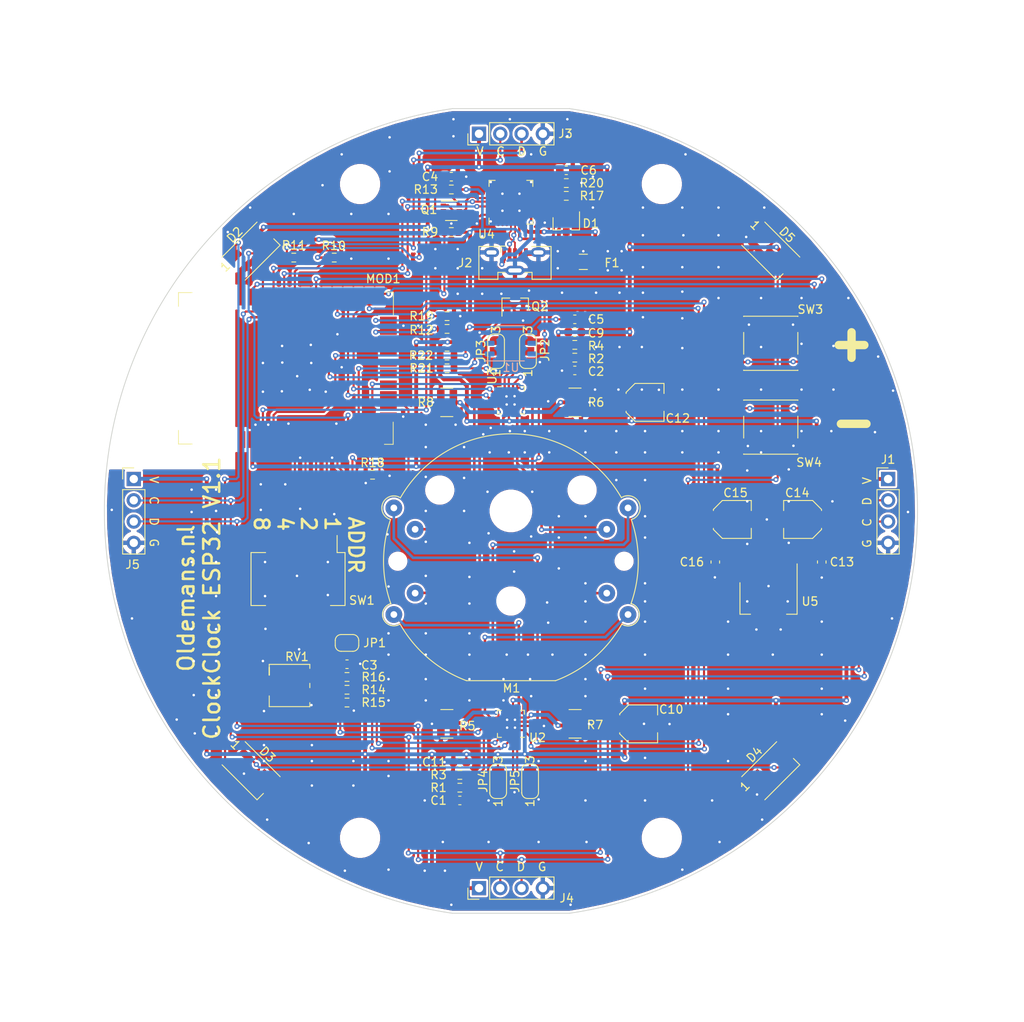
<source format=kicad_pcb>
(kicad_pcb (version 20171130) (host pcbnew "(5.1.9-0-10_14)")

  (general
    (thickness 1.6)
    (drawings 15)
    (tracks 1230)
    (zones 0)
    (modules 69)
    (nets 93)
  )

  (page A4)
  (layers
    (0 F.Cu signal)
    (31 B.Cu signal)
    (32 B.Adhes user)
    (33 F.Adhes user)
    (34 B.Paste user)
    (35 F.Paste user)
    (36 B.SilkS user)
    (37 F.SilkS user)
    (38 B.Mask user)
    (39 F.Mask user)
    (40 Dwgs.User user)
    (41 Cmts.User user)
    (42 Eco1.User user)
    (43 Eco2.User user)
    (44 Edge.Cuts user)
    (45 Margin user)
    (46 B.CrtYd user)
    (47 F.CrtYd user)
    (48 B.Fab user hide)
    (49 F.Fab user)
  )

  (setup
    (last_trace_width 0.254)
    (user_trace_width 0.254)
    (user_trace_width 0.3048)
    (user_trace_width 0.4572)
    (user_trace_width 0.8128)
    (trace_clearance 0.1524)
    (zone_clearance 0.254)
    (zone_45_only yes)
    (trace_min 0.2032)
    (via_size 0.6)
    (via_drill 0.3)
    (via_min_size 0.4064)
    (via_min_drill 0.3)
    (user_via 0.6 0.3)
    (uvia_size 0.3048)
    (uvia_drill 0.1016)
    (uvias_allowed no)
    (uvia_min_size 0.2032)
    (uvia_min_drill 0.1016)
    (edge_width 0.1)
    (segment_width 0.2)
    (pcb_text_width 0.3)
    (pcb_text_size 1.5 1.5)
    (mod_edge_width 0.15)
    (mod_text_size 1 1)
    (mod_text_width 0.15)
    (pad_size 1.524 1.524)
    (pad_drill 0.762)
    (pad_to_mask_clearance 0)
    (aux_axis_origin 0 0)
    (visible_elements FFFFFF7F)
    (pcbplotparams
      (layerselection 0x010fc_ffffffff)
      (usegerberextensions false)
      (usegerberattributes true)
      (usegerberadvancedattributes true)
      (creategerberjobfile true)
      (excludeedgelayer true)
      (linewidth 0.100000)
      (plotframeref false)
      (viasonmask false)
      (mode 1)
      (useauxorigin false)
      (hpglpennumber 1)
      (hpglpenspeed 20)
      (hpglpendiameter 15.000000)
      (psnegative false)
      (psa4output false)
      (plotreference true)
      (plotvalue true)
      (plotinvisibletext false)
      (padsonsilk false)
      (subtractmaskfromsilk false)
      (outputformat 1)
      (mirror false)
      (drillshape 0)
      (scaleselection 1)
      (outputdirectory "OUTPUTS/"))
  )

  (net 0 "")
  (net 1 GND)
  (net 2 "Net-(C1-Pad2)")
  (net 3 "Net-(C2-Pad2)")
  (net 4 +3V3)
  (net 5 I2C_SDA)
  (net 6 +5V)
  (net 7 "Net-(R1-Pad2)")
  (net 8 "Net-(R2-Pad2)")
  (net 9 "Net-(R5-Pad1)")
  (net 10 "Net-(R6-Pad1)")
  (net 11 "Net-(R7-Pad1)")
  (net 12 "Net-(R8-Pad1)")
  (net 13 ADDR3)
  (net 14 ADDR2)
  (net 15 ADDR1)
  (net 16 ADDR0)
  (net 17 /MOT_B4)
  (net 18 /MOT_B3)
  (net 19 /MOT_A2)
  (net 20 /MOT_A1)
  (net 21 /MOT_A4)
  (net 22 /MOT_A3)
  (net 23 /MOT_B2)
  (net 24 /MOT_B1)
  (net 25 CPU_REF)
  (net 26 "Net-(R16-Pad2)")
  (net 27 "Net-(D1-Pad2)")
  (net 28 /ESP_RST)
  (net 29 "Net-(D1-Pad3)")
  (net 30 "Net-(D1-Pad1)")
  (net 31 /D+)
  (net 32 /D-)
  (net 33 /MOT_REF)
  (net 34 /ESP_GPIO0)
  (net 35 /MOT_DIR0)
  (net 36 /MOT_DIR1)
  (net 37 /MOT_STCK1)
  (net 38 /MOT_STCK0)
  (net 39 /MOT_RST1)
  (net 40 BUT_MIN)
  (net 41 "Net-(MOD1-Pad32)")
  (net 42 /ESP_RX)
  (net 43 /ESP_TX)
  (net 44 BUT_PLUS)
  (net 45 /MOT_RST0)
  (net 46 "Net-(MOD1-Pad5)")
  (net 47 /ESP_GPIO2)
  (net 48 "Net-(MOD1-Pad22)")
  (net 49 "Net-(MOD1-Pad21)")
  (net 50 "Net-(MOD1-Pad20)")
  (net 51 "Net-(MOD1-Pad19)")
  (net 52 "Net-(MOD1-Pad18)")
  (net 53 "Net-(MOD1-Pad17)")
  (net 54 /MOT_EN)
  (net 55 /DTR)
  (net 56 /RTS)
  (net 57 /ESP_GPIO15)
  (net 58 /USB_RST)
  (net 59 /USB_SUSP)
  (net 60 /MOT0_MODE1)
  (net 61 /MOT0_MODE2)
  (net 62 /MOT1_MODE1)
  (net 63 /MOT1_MODE2)
  (net 64 "Net-(U4-Pad27)")
  (net 65 "Net-(U4-Pad23)")
  (net 66 "Net-(U4-Pad13)")
  (net 67 "Net-(U4-Pad12)")
  (net 68 "Net-(U4-Pad10)")
  (net 69 "Net-(U4-Pad2)")
  (net 70 "Net-(U4-Pad1)")
  (net 71 "Net-(D2-Pad1)")
  (net 72 /LED_DATA)
  (net 73 "Net-(D3-Pad1)")
  (net 74 "Net-(D4-Pad1)")
  (net 75 "Net-(D5-Pad1)")
  (net 76 /PROX_LED)
  (net 77 /PROX)
  (net 78 "Net-(R21-Pad2)")
  (net 79 "Net-(U1-Pad2)")
  (net 80 "Net-(U1-Pad5)")
  (net 81 "Net-(U4-Pad22)")
  (net 82 "Net-(U4-Pad21)")
  (net 83 "Net-(U4-Pad20)")
  (net 84 "Net-(U4-Pad19)")
  (net 85 "Net-(U4-Pad18)")
  (net 86 "Net-(U4-Pad17)")
  (net 87 "Net-(U4-Pad16)")
  (net 88 "Net-(U4-Pad15)")
  (net 89 "Net-(U4-Pad14)")
  (net 90 /ESP_GPIO12)
  (net 91 I2C_SCL)
  (net 92 "Net-(Q2-Pad3)")

  (net_class Default "This is the default net class."
    (clearance 0.1524)
    (trace_width 0.254)
    (via_dia 0.6)
    (via_drill 0.3)
    (uvia_dia 0.3048)
    (uvia_drill 0.1016)
    (diff_pair_width 0.2032)
    (diff_pair_gap 0.254)
    (add_net /D+)
    (add_net /D-)
    (add_net /DTR)
    (add_net /ESP_GPIO0)
    (add_net /ESP_GPIO12)
    (add_net /ESP_GPIO15)
    (add_net /ESP_GPIO2)
    (add_net /ESP_RST)
    (add_net /ESP_RX)
    (add_net /ESP_TX)
    (add_net /LED_DATA)
    (add_net /MOT0_MODE1)
    (add_net /MOT0_MODE2)
    (add_net /MOT1_MODE1)
    (add_net /MOT1_MODE2)
    (add_net /MOT_A1)
    (add_net /MOT_A2)
    (add_net /MOT_A3)
    (add_net /MOT_A4)
    (add_net /MOT_B1)
    (add_net /MOT_B2)
    (add_net /MOT_B3)
    (add_net /MOT_B4)
    (add_net /MOT_DIR0)
    (add_net /MOT_DIR1)
    (add_net /MOT_EN)
    (add_net /MOT_REF)
    (add_net /MOT_RST0)
    (add_net /MOT_RST1)
    (add_net /MOT_STCK0)
    (add_net /MOT_STCK1)
    (add_net /PROX)
    (add_net /PROX_LED)
    (add_net /RTS)
    (add_net /USB_RST)
    (add_net /USB_SUSP)
    (add_net BUT_MIN)
    (add_net BUT_PLUS)
    (add_net CPU_REF)
    (add_net I2C_SCL)
    (add_net "Net-(D1-Pad1)")
    (add_net "Net-(D1-Pad2)")
    (add_net "Net-(D1-Pad3)")
    (add_net "Net-(D2-Pad1)")
    (add_net "Net-(D3-Pad1)")
    (add_net "Net-(D4-Pad1)")
    (add_net "Net-(D5-Pad1)")
    (add_net "Net-(MOD1-Pad17)")
    (add_net "Net-(MOD1-Pad18)")
    (add_net "Net-(MOD1-Pad19)")
    (add_net "Net-(MOD1-Pad20)")
    (add_net "Net-(MOD1-Pad21)")
    (add_net "Net-(MOD1-Pad22)")
    (add_net "Net-(MOD1-Pad32)")
    (add_net "Net-(MOD1-Pad5)")
    (add_net "Net-(Q2-Pad3)")
    (add_net "Net-(R16-Pad2)")
    (add_net "Net-(R21-Pad2)")
    (add_net "Net-(U1-Pad2)")
    (add_net "Net-(U1-Pad5)")
    (add_net "Net-(U4-Pad1)")
    (add_net "Net-(U4-Pad10)")
    (add_net "Net-(U4-Pad12)")
    (add_net "Net-(U4-Pad13)")
    (add_net "Net-(U4-Pad14)")
    (add_net "Net-(U4-Pad15)")
    (add_net "Net-(U4-Pad16)")
    (add_net "Net-(U4-Pad17)")
    (add_net "Net-(U4-Pad18)")
    (add_net "Net-(U4-Pad19)")
    (add_net "Net-(U4-Pad2)")
    (add_net "Net-(U4-Pad20)")
    (add_net "Net-(U4-Pad21)")
    (add_net "Net-(U4-Pad22)")
    (add_net "Net-(U4-Pad23)")
    (add_net "Net-(U4-Pad27)")
  )

  (net_class 5v ""
    (clearance 0.2032)
    (trace_width 0.4572)
    (via_dia 1.016)
    (via_drill 0.6096)
    (uvia_dia 0.3048)
    (uvia_drill 0.1016)
    (diff_pair_width 0.2032)
    (diff_pair_gap 0.254)
    (add_net +5V)
  )

  (net_class Power ""
    (clearance 0.2032)
    (trace_width 0.3048)
    (via_dia 0.8128)
    (via_drill 0.4064)
    (uvia_dia 0.3048)
    (uvia_drill 0.1016)
    (diff_pair_width 0.2032)
    (diff_pair_gap 0.254)
    (add_net +3V3)
    (add_net ADDR0)
    (add_net ADDR1)
    (add_net ADDR2)
    (add_net ADDR3)
    (add_net GND)
    (add_net I2C_SDA)
    (add_net "Net-(C1-Pad2)")
    (add_net "Net-(C2-Pad2)")
    (add_net "Net-(R1-Pad2)")
    (add_net "Net-(R2-Pad2)")
    (add_net "Net-(R5-Pad1)")
    (add_net "Net-(R6-Pad1)")
    (add_net "Net-(R7-Pad1)")
    (add_net "Net-(R8-Pad1)")
  )

  (module LED_SMD:LED_SK6812MINI_PLCC4_3.5x3.5mm_P1.75mm locked (layer F.Cu) (tedit 6091A415) (tstamp 608D8EEB)
    (at 31 -31 315)
    (descr https://cdn-shop.adafruit.com/product-files/2686/SK6812MINI_REV.01-1-2.pdf)
    (tags "LED RGB NeoPixel Mini")
    (path /60A4F5E7)
    (attr smd)
    (fp_text reference D5 (at 0 -2.75 135) (layer F.SilkS)
      (effects (font (size 1 1) (thickness 0.15)))
    )
    (fp_text value SK6812MINI (at 0 3.25 135) (layer F.Fab)
      (effects (font (size 1 1) (thickness 0.15)))
    )
    (fp_line (start 2.8 -2) (end -2.8 -2) (layer F.CrtYd) (width 0.05))
    (fp_line (start 2.8 2) (end 2.8 -2) (layer F.CrtYd) (width 0.05))
    (fp_line (start -2.8 2) (end 2.8 2) (layer F.CrtYd) (width 0.05))
    (fp_line (start -2.8 -2) (end -2.8 2) (layer F.CrtYd) (width 0.05))
    (fp_line (start 1.75 0.75) (end 0.75 1.75) (layer F.Fab) (width 0.1))
    (fp_line (start -1.75 -1.75) (end -1.75 1.75) (layer F.Fab) (width 0.1))
    (fp_line (start -1.75 1.75) (end 1.75 1.75) (layer F.Fab) (width 0.1))
    (fp_line (start 1.75 1.75) (end 1.75 -1.75) (layer F.Fab) (width 0.1))
    (fp_line (start 1.75 -1.75) (end -1.75 -1.75) (layer F.Fab) (width 0.1))
    (fp_line (start -2.95 -1.95) (end 2.95 -1.95) (layer F.SilkS) (width 0.12))
    (fp_line (start -2.95 1.95) (end 2.95 1.95) (layer F.SilkS) (width 0.12))
    (fp_line (start 2.95 1.95) (end 2.95 0.875) (layer F.SilkS) (width 0.12))
    (fp_circle (center 0 0) (end 0 -1.5) (layer F.Fab) (width 0.1))
    (fp_text user %R (at 0 0 135) (layer F.Fab)
      (effects (font (size 0.5 0.5) (thickness 0.1)))
    )
    (fp_text user 1 (at -3.5 -0.875 135) (layer F.SilkS)
      (effects (font (size 1 1) (thickness 0.15)))
    )
    (pad 1 smd rect (at -1.75 -0.875 315) (size 1.6 0.85) (layers F.Cu F.Paste F.Mask)
      (net 75 "Net-(D5-Pad1)"))
    (pad 2 smd rect (at -1.75 0.875 315) (size 1.6 0.85) (layers F.Cu F.Paste F.Mask)
      (net 1 GND))
    (pad 4 smd rect (at 1.75 -0.875 315) (size 1.6 0.85) (layers F.Cu F.Paste F.Mask)
      (net 6 +5V))
    (pad 3 smd rect (at 1.75 0.875 315) (size 1.6 0.85) (layers F.Cu F.Paste F.Mask)
      (net 74 "Net-(D4-Pad1)"))
    (model ${KISYS3DMOD}/LED_SMD.3dshapes/LED_SK6812_PLCC4_5.0x5.0mm_P3.2mm.wrl
      (at (xyz 0 0 0))
      (scale (xyz 0.5 0.5 0.5))
      (rotate (xyz 0 0 0))
    )
  )

  (module LED_SMD:LED_SK6812MINI_PLCC4_3.5x3.5mm_P1.75mm locked (layer F.Cu) (tedit 6091A415) (tstamp 608D8ED4)
    (at 31 31 45)
    (descr https://cdn-shop.adafruit.com/product-files/2686/SK6812MINI_REV.01-1-2.pdf)
    (tags "LED RGB NeoPixel Mini")
    (path /60A4EC1E)
    (attr smd)
    (fp_text reference D4 (at 0 -2.75 45) (layer F.SilkS)
      (effects (font (size 1 1) (thickness 0.15)))
    )
    (fp_text value SK6812MINI (at 0 3.25 45) (layer F.Fab)
      (effects (font (size 1 1) (thickness 0.15)))
    )
    (fp_line (start 2.8 -2) (end -2.8 -2) (layer F.CrtYd) (width 0.05))
    (fp_line (start 2.8 2) (end 2.8 -2) (layer F.CrtYd) (width 0.05))
    (fp_line (start -2.8 2) (end 2.8 2) (layer F.CrtYd) (width 0.05))
    (fp_line (start -2.8 -2) (end -2.8 2) (layer F.CrtYd) (width 0.05))
    (fp_line (start 1.75 0.75) (end 0.75 1.75) (layer F.Fab) (width 0.1))
    (fp_line (start -1.75 -1.75) (end -1.75 1.75) (layer F.Fab) (width 0.1))
    (fp_line (start -1.75 1.75) (end 1.75 1.75) (layer F.Fab) (width 0.1))
    (fp_line (start 1.75 1.75) (end 1.75 -1.75) (layer F.Fab) (width 0.1))
    (fp_line (start 1.75 -1.75) (end -1.75 -1.75) (layer F.Fab) (width 0.1))
    (fp_line (start -2.95 -1.95) (end 2.95 -1.95) (layer F.SilkS) (width 0.12))
    (fp_line (start -2.95 1.95) (end 2.95 1.95) (layer F.SilkS) (width 0.12))
    (fp_line (start 2.95 1.95) (end 2.95 0.875) (layer F.SilkS) (width 0.12))
    (fp_circle (center 0 0) (end 0 -1.5) (layer F.Fab) (width 0.1))
    (fp_text user %R (at 0 0 45) (layer F.Fab)
      (effects (font (size 0.5 0.5) (thickness 0.1)))
    )
    (fp_text user 1 (at -3.5 -0.875 45) (layer F.SilkS)
      (effects (font (size 1 1) (thickness 0.15)))
    )
    (pad 1 smd rect (at -1.75 -0.875 45) (size 1.6 0.85) (layers F.Cu F.Paste F.Mask)
      (net 74 "Net-(D4-Pad1)"))
    (pad 2 smd rect (at -1.75 0.875 45) (size 1.6 0.85) (layers F.Cu F.Paste F.Mask)
      (net 1 GND))
    (pad 4 smd rect (at 1.75 -0.875 45) (size 1.6 0.85) (layers F.Cu F.Paste F.Mask)
      (net 6 +5V))
    (pad 3 smd rect (at 1.75 0.875 45) (size 1.6 0.85) (layers F.Cu F.Paste F.Mask)
      (net 73 "Net-(D3-Pad1)"))
    (model ${KISYS3DMOD}/LED_SMD.3dshapes/LED_SK6812_PLCC4_5.0x5.0mm_P3.2mm.wrl
      (at (xyz 0 0 0))
      (scale (xyz 0.5 0.5 0.5))
      (rotate (xyz 0 0 0))
    )
  )

  (module LED_SMD:LED_SK6812MINI_PLCC4_3.5x3.5mm_P1.75mm locked (layer F.Cu) (tedit 6091A415) (tstamp 608D8EBD)
    (at -31 31 315)
    (descr https://cdn-shop.adafruit.com/product-files/2686/SK6812MINI_REV.01-1-2.pdf)
    (tags "LED RGB NeoPixel Mini")
    (path /60A4E4E4)
    (attr smd)
    (fp_text reference D3 (at 0 -2.75 135) (layer F.SilkS)
      (effects (font (size 1 1) (thickness 0.15)))
    )
    (fp_text value SK6812MINI (at 0 3.25 135) (layer F.Fab)
      (effects (font (size 1 1) (thickness 0.15)))
    )
    (fp_line (start 2.8 -2) (end -2.8 -2) (layer F.CrtYd) (width 0.05))
    (fp_line (start 2.8 2) (end 2.8 -2) (layer F.CrtYd) (width 0.05))
    (fp_line (start -2.8 2) (end 2.8 2) (layer F.CrtYd) (width 0.05))
    (fp_line (start -2.8 -2) (end -2.8 2) (layer F.CrtYd) (width 0.05))
    (fp_line (start 1.75 0.75) (end 0.75 1.75) (layer F.Fab) (width 0.1))
    (fp_line (start -1.75 -1.75) (end -1.75 1.75) (layer F.Fab) (width 0.1))
    (fp_line (start -1.75 1.75) (end 1.75 1.75) (layer F.Fab) (width 0.1))
    (fp_line (start 1.75 1.75) (end 1.75 -1.75) (layer F.Fab) (width 0.1))
    (fp_line (start 1.75 -1.75) (end -1.75 -1.75) (layer F.Fab) (width 0.1))
    (fp_line (start -2.95 -1.95) (end 2.95 -1.95) (layer F.SilkS) (width 0.12))
    (fp_line (start -2.95 1.95) (end 2.95 1.95) (layer F.SilkS) (width 0.12))
    (fp_line (start 2.95 1.95) (end 2.95 0.875) (layer F.SilkS) (width 0.12))
    (fp_circle (center 0 0) (end 0 -1.5) (layer F.Fab) (width 0.1))
    (fp_text user %R (at 0 0 135) (layer F.Fab)
      (effects (font (size 0.5 0.5) (thickness 0.1)))
    )
    (fp_text user 1 (at -3.5 -0.875 135) (layer F.SilkS)
      (effects (font (size 1 1) (thickness 0.15)))
    )
    (pad 1 smd rect (at -1.75 -0.875 315) (size 1.6 0.85) (layers F.Cu F.Paste F.Mask)
      (net 73 "Net-(D3-Pad1)"))
    (pad 2 smd rect (at -1.75 0.875 315) (size 1.6 0.85) (layers F.Cu F.Paste F.Mask)
      (net 1 GND))
    (pad 4 smd rect (at 1.75 -0.875 315) (size 1.6 0.85) (layers F.Cu F.Paste F.Mask)
      (net 6 +5V))
    (pad 3 smd rect (at 1.75 0.875 315) (size 1.6 0.85) (layers F.Cu F.Paste F.Mask)
      (net 71 "Net-(D2-Pad1)"))
    (model ${KISYS3DMOD}/LED_SMD.3dshapes/LED_SK6812_PLCC4_5.0x5.0mm_P3.2mm.wrl
      (at (xyz 0 0 0))
      (scale (xyz 0.5 0.5 0.5))
      (rotate (xyz 0 0 0))
    )
  )

  (module LED_SMD:LED_SK6812MINI_PLCC4_3.5x3.5mm_P1.75mm locked (layer F.Cu) (tedit 6091A415) (tstamp 608D98E0)
    (at -31 -31 45)
    (descr https://cdn-shop.adafruit.com/product-files/2686/SK6812MINI_REV.01-1-2.pdf)
    (tags "LED RGB NeoPixel Mini")
    (path /609A6CE9)
    (attr smd)
    (fp_text reference D2 (at 0 -2.75 45) (layer F.SilkS)
      (effects (font (size 1 1) (thickness 0.15)))
    )
    (fp_text value SK6812MINI (at 0 3.25 45) (layer F.Fab)
      (effects (font (size 1 1) (thickness 0.15)))
    )
    (fp_line (start 2.8 -2) (end -2.8 -2) (layer F.CrtYd) (width 0.05))
    (fp_line (start 2.8 2) (end 2.8 -2) (layer F.CrtYd) (width 0.05))
    (fp_line (start -2.8 2) (end 2.8 2) (layer F.CrtYd) (width 0.05))
    (fp_line (start -2.8 -2) (end -2.8 2) (layer F.CrtYd) (width 0.05))
    (fp_line (start 1.75 0.75) (end 0.75 1.75) (layer F.Fab) (width 0.1))
    (fp_line (start -1.75 -1.75) (end -1.75 1.75) (layer F.Fab) (width 0.1))
    (fp_line (start -1.75 1.75) (end 1.75 1.75) (layer F.Fab) (width 0.1))
    (fp_line (start 1.75 1.75) (end 1.75 -1.75) (layer F.Fab) (width 0.1))
    (fp_line (start 1.75 -1.75) (end -1.75 -1.75) (layer F.Fab) (width 0.1))
    (fp_line (start -2.95 -1.95) (end 2.95 -1.95) (layer F.SilkS) (width 0.12))
    (fp_line (start -2.95 1.95) (end 2.95 1.95) (layer F.SilkS) (width 0.12))
    (fp_line (start 2.95 1.95) (end 2.95 0.875) (layer F.SilkS) (width 0.12))
    (fp_circle (center 0 0) (end 0 -1.5) (layer F.Fab) (width 0.1))
    (fp_text user %R (at 0 0 45) (layer F.Fab)
      (effects (font (size 0.5 0.5) (thickness 0.1)))
    )
    (fp_text user 1 (at -3.5 -0.875 45) (layer F.SilkS)
      (effects (font (size 1 1) (thickness 0.15)))
    )
    (pad 1 smd rect (at -1.75 -0.875 45) (size 1.6 0.85) (layers F.Cu F.Paste F.Mask)
      (net 71 "Net-(D2-Pad1)"))
    (pad 2 smd rect (at -1.75 0.875 45) (size 1.6 0.85) (layers F.Cu F.Paste F.Mask)
      (net 1 GND))
    (pad 4 smd rect (at 1.75 -0.875 45) (size 1.6 0.85) (layers F.Cu F.Paste F.Mask)
      (net 6 +5V))
    (pad 3 smd rect (at 1.75 0.875 45) (size 1.6 0.85) (layers F.Cu F.Paste F.Mask)
      (net 72 /LED_DATA))
    (model ${KISYS3DMOD}/LED_SMD.3dshapes/LED_SK6812_PLCC4_5.0x5.0mm_P3.2mm.wrl
      (at (xyz 0 0 0))
      (scale (xyz 0.5 0.5 0.5))
      (rotate (xyz 0 0 0))
    )
  )

  (module Fuse:Fuse_1206_3216Metric_Castellated (layer F.Cu) (tedit 5F68FEF1) (tstamp 60926FEE)
    (at 8.636 -29.718 180)
    (descr "Fuse SMD 1206 (3216 Metric), castellated end terminal, IPC_7351. (Body size source: http://www.tortai-tech.com/upload/download/2011102023233369053.pdf), generated with kicad-footprint-generator")
    (tags "fuse castellated")
    (path /60C49C09)
    (attr smd)
    (fp_text reference F1 (at -3.429 -0.127) (layer F.SilkS)
      (effects (font (size 1 1) (thickness 0.15)))
    )
    (fp_text value 250mA (at 0 1.78) (layer F.Fab)
      (effects (font (size 1 1) (thickness 0.15)))
    )
    (fp_line (start 2.48 1.08) (end -2.48 1.08) (layer F.CrtYd) (width 0.05))
    (fp_line (start 2.48 -1.08) (end 2.48 1.08) (layer F.CrtYd) (width 0.05))
    (fp_line (start -2.48 -1.08) (end 2.48 -1.08) (layer F.CrtYd) (width 0.05))
    (fp_line (start -2.48 1.08) (end -2.48 -1.08) (layer F.CrtYd) (width 0.05))
    (fp_line (start -0.490455 0.91) (end 0.490455 0.91) (layer F.SilkS) (width 0.12))
    (fp_line (start -0.490455 -0.91) (end 0.490455 -0.91) (layer F.SilkS) (width 0.12))
    (fp_line (start 1.6 0.8) (end -1.6 0.8) (layer F.Fab) (width 0.1))
    (fp_line (start 1.6 -0.8) (end 1.6 0.8) (layer F.Fab) (width 0.1))
    (fp_line (start -1.6 -0.8) (end 1.6 -0.8) (layer F.Fab) (width 0.1))
    (fp_line (start -1.6 0.8) (end -1.6 -0.8) (layer F.Fab) (width 0.1))
    (fp_text user %R (at 0 0) (layer F.Fab)
      (effects (font (size 0.8 0.8) (thickness 0.12)))
    )
    (pad 2 smd roundrect (at 1.425 0 180) (size 1.6 1.65) (layers F.Cu F.Paste F.Mask) (roundrect_rratio 0.15625)
      (net 29 "Net-(D1-Pad3)"))
    (pad 1 smd roundrect (at -1.425 0 180) (size 1.6 1.65) (layers F.Cu F.Paste F.Mask) (roundrect_rratio 0.15625)
      (net 6 +5V))
    (model ${KISYS3DMOD}/Fuse.3dshapes/Fuse_1206_3216Metric_Castellated.wrl
      (at (xyz 0 0 0))
      (scale (xyz 1 1 1))
      (rotate (xyz 0 0 0))
    )
    (model ${KISYS3DMOD}/Fuse.3dshapes/Fuse_1206_3216Metric.wrl
      (at (xyz 0 0 0))
      (scale (xyz 1 1 1))
      (rotate (xyz 0 0 0))
    )
  )

  (module Capacitor_SMD:C_0603_1608Metric (layer F.Cu) (tedit 5F68FEEE) (tstamp 60924515)
    (at 6.604 -40.64 180)
    (descr "Capacitor SMD 0603 (1608 Metric), square (rectangular) end terminal, IPC_7351 nominal, (Body size source: IPC-SM-782 page 76, https://www.pcb-3d.com/wordpress/wp-content/uploads/ipc-sm-782a_amendment_1_and_2.pdf), generated with kicad-footprint-generator")
    (tags capacitor)
    (path /60BED0D0)
    (attr smd)
    (fp_text reference C6 (at -2.667 0) (layer F.SilkS)
      (effects (font (size 1 1) (thickness 0.15)))
    )
    (fp_text value 100nF (at 0 1.43) (layer F.Fab)
      (effects (font (size 1 1) (thickness 0.15)))
    )
    (fp_line (start 1.48 0.73) (end -1.48 0.73) (layer F.CrtYd) (width 0.05))
    (fp_line (start 1.48 -0.73) (end 1.48 0.73) (layer F.CrtYd) (width 0.05))
    (fp_line (start -1.48 -0.73) (end 1.48 -0.73) (layer F.CrtYd) (width 0.05))
    (fp_line (start -1.48 0.73) (end -1.48 -0.73) (layer F.CrtYd) (width 0.05))
    (fp_line (start -0.14058 0.51) (end 0.14058 0.51) (layer F.SilkS) (width 0.12))
    (fp_line (start -0.14058 -0.51) (end 0.14058 -0.51) (layer F.SilkS) (width 0.12))
    (fp_line (start 0.8 0.4) (end -0.8 0.4) (layer F.Fab) (width 0.1))
    (fp_line (start 0.8 -0.4) (end 0.8 0.4) (layer F.Fab) (width 0.1))
    (fp_line (start -0.8 -0.4) (end 0.8 -0.4) (layer F.Fab) (width 0.1))
    (fp_line (start -0.8 0.4) (end -0.8 -0.4) (layer F.Fab) (width 0.1))
    (fp_text user %R (at 0 0) (layer F.Fab)
      (effects (font (size 0.4 0.4) (thickness 0.06)))
    )
    (pad 2 smd roundrect (at 0.775 0 180) (size 0.9 0.95) (layers F.Cu F.Paste F.Mask) (roundrect_rratio 0.25)
      (net 4 +3V3))
    (pad 1 smd roundrect (at -0.775 0 180) (size 0.9 0.95) (layers F.Cu F.Paste F.Mask) (roundrect_rratio 0.25)
      (net 1 GND))
    (model ${KISYS3DMOD}/Capacitor_SMD.3dshapes/C_0603_1608Metric.wrl
      (at (xyz 0 0 0))
      (scale (xyz 1 1 1))
      (rotate (xyz 0 0 0))
    )
  )

  (module Package_TO_SOT_SMD:SOT-23 (layer F.Cu) (tedit 5A02FF57) (tstamp 60920706)
    (at 0.508 -24.638 90)
    (descr "SOT-23, Standard")
    (tags SOT-23)
    (path /609352AD)
    (attr smd)
    (fp_text reference Q2 (at -0.254 2.921 180) (layer F.SilkS)
      (effects (font (size 1 1) (thickness 0.15)))
    )
    (fp_text value 2N7002 (at 0 2.5 90) (layer F.Fab)
      (effects (font (size 1 1) (thickness 0.15)))
    )
    (fp_line (start 0.76 1.58) (end -0.7 1.58) (layer F.SilkS) (width 0.12))
    (fp_line (start 0.76 -1.58) (end -1.4 -1.58) (layer F.SilkS) (width 0.12))
    (fp_line (start -1.7 1.75) (end -1.7 -1.75) (layer F.CrtYd) (width 0.05))
    (fp_line (start 1.7 1.75) (end -1.7 1.75) (layer F.CrtYd) (width 0.05))
    (fp_line (start 1.7 -1.75) (end 1.7 1.75) (layer F.CrtYd) (width 0.05))
    (fp_line (start -1.7 -1.75) (end 1.7 -1.75) (layer F.CrtYd) (width 0.05))
    (fp_line (start 0.76 -1.58) (end 0.76 -0.65) (layer F.SilkS) (width 0.12))
    (fp_line (start 0.76 1.58) (end 0.76 0.65) (layer F.SilkS) (width 0.12))
    (fp_line (start -0.7 1.52) (end 0.7 1.52) (layer F.Fab) (width 0.1))
    (fp_line (start 0.7 -1.52) (end 0.7 1.52) (layer F.Fab) (width 0.1))
    (fp_line (start -0.7 -0.95) (end -0.15 -1.52) (layer F.Fab) (width 0.1))
    (fp_line (start -0.15 -1.52) (end 0.7 -1.52) (layer F.Fab) (width 0.1))
    (fp_line (start -0.7 -0.95) (end -0.7 1.5) (layer F.Fab) (width 0.1))
    (fp_text user %R (at 0 0) (layer F.Fab)
      (effects (font (size 0.5 0.5) (thickness 0.075)))
    )
    (pad 3 smd rect (at 1 0 90) (size 0.9 0.8) (layers F.Cu F.Paste F.Mask)
      (net 92 "Net-(Q2-Pad3)"))
    (pad 2 smd rect (at -1 0.95 90) (size 0.9 0.8) (layers F.Cu F.Paste F.Mask)
      (net 1 GND))
    (pad 1 smd rect (at -1 -0.95 90) (size 0.9 0.8) (layers F.Cu F.Paste F.Mask)
      (net 76 /PROX_LED))
    (model ${KISYS3DMOD}/Package_TO_SOT_SMD.3dshapes/SOT-23.wrl
      (at (xyz 0 0 0))
      (scale (xyz 1 1 1))
      (rotate (xyz 0 0 0))
    )
  )

  (module Capacitor_SMD:C_0603_1608Metric (layer F.Cu) (tedit 5F68FEEE) (tstamp 609201A3)
    (at 7.62 -22.86 180)
    (descr "Capacitor SMD 0603 (1608 Metric), square (rectangular) end terminal, IPC_7351 nominal, (Body size source: IPC-SM-782 page 76, https://www.pcb-3d.com/wordpress/wp-content/uploads/ipc-sm-782a_amendment_1_and_2.pdf), generated with kicad-footprint-generator")
    (tags capacitor)
    (path /60A11409)
    (attr smd)
    (fp_text reference C5 (at -2.54 0) (layer F.SilkS)
      (effects (font (size 1 1) (thickness 0.15)))
    )
    (fp_text value 100nF (at 0 1.43) (layer F.Fab)
      (effects (font (size 1 1) (thickness 0.15)))
    )
    (fp_line (start 1.48 0.73) (end -1.48 0.73) (layer F.CrtYd) (width 0.05))
    (fp_line (start 1.48 -0.73) (end 1.48 0.73) (layer F.CrtYd) (width 0.05))
    (fp_line (start -1.48 -0.73) (end 1.48 -0.73) (layer F.CrtYd) (width 0.05))
    (fp_line (start -1.48 0.73) (end -1.48 -0.73) (layer F.CrtYd) (width 0.05))
    (fp_line (start -0.14058 0.51) (end 0.14058 0.51) (layer F.SilkS) (width 0.12))
    (fp_line (start -0.14058 -0.51) (end 0.14058 -0.51) (layer F.SilkS) (width 0.12))
    (fp_line (start 0.8 0.4) (end -0.8 0.4) (layer F.Fab) (width 0.1))
    (fp_line (start 0.8 -0.4) (end 0.8 0.4) (layer F.Fab) (width 0.1))
    (fp_line (start -0.8 -0.4) (end 0.8 -0.4) (layer F.Fab) (width 0.1))
    (fp_line (start -0.8 0.4) (end -0.8 -0.4) (layer F.Fab) (width 0.1))
    (fp_text user %R (at 0 0) (layer F.Fab)
      (effects (font (size 0.4 0.4) (thickness 0.06)))
    )
    (pad 2 smd roundrect (at 0.775 0 180) (size 0.9 0.95) (layers F.Cu F.Paste F.Mask) (roundrect_rratio 0.25)
      (net 77 /PROX))
    (pad 1 smd roundrect (at -0.775 0 180) (size 0.9 0.95) (layers F.Cu F.Paste F.Mask) (roundrect_rratio 0.25)
      (net 1 GND))
    (model ${KISYS3DMOD}/Capacitor_SMD.3dshapes/C_0603_1608Metric.wrl
      (at (xyz 0 0 0))
      (scale (xyz 1 1 1))
      (rotate (xyz 0 0 0))
    )
  )

  (module Package_TO_SOT_SMD:SOT-23 (layer F.Cu) (tedit 5A02FF57) (tstamp 60920DFF)
    (at 6.604 -34.29 270)
    (descr "SOT-23, Standard")
    (tags SOT-23)
    (path /627088D2)
    (attr smd)
    (fp_text reference D1 (at 0 -2.921 180) (layer F.SilkS)
      (effects (font (size 1 1) (thickness 0.15)))
    )
    (fp_text value BAV70 (at 0 2.5 90) (layer F.Fab)
      (effects (font (size 1 1) (thickness 0.15)))
    )
    (fp_line (start -0.7 -0.95) (end -0.7 1.5) (layer F.Fab) (width 0.1))
    (fp_line (start -0.15 -1.52) (end 0.7 -1.52) (layer F.Fab) (width 0.1))
    (fp_line (start -0.7 -0.95) (end -0.15 -1.52) (layer F.Fab) (width 0.1))
    (fp_line (start 0.7 -1.52) (end 0.7 1.52) (layer F.Fab) (width 0.1))
    (fp_line (start -0.7 1.52) (end 0.7 1.52) (layer F.Fab) (width 0.1))
    (fp_line (start 0.76 1.58) (end 0.76 0.65) (layer F.SilkS) (width 0.12))
    (fp_line (start 0.76 -1.58) (end 0.76 -0.65) (layer F.SilkS) (width 0.12))
    (fp_line (start -1.7 -1.75) (end 1.7 -1.75) (layer F.CrtYd) (width 0.05))
    (fp_line (start 1.7 -1.75) (end 1.7 1.75) (layer F.CrtYd) (width 0.05))
    (fp_line (start 1.7 1.75) (end -1.7 1.75) (layer F.CrtYd) (width 0.05))
    (fp_line (start -1.7 1.75) (end -1.7 -1.75) (layer F.CrtYd) (width 0.05))
    (fp_line (start 0.76 -1.58) (end -1.4 -1.58) (layer F.SilkS) (width 0.12))
    (fp_line (start 0.76 1.58) (end -0.7 1.58) (layer F.SilkS) (width 0.12))
    (fp_text user %R (at 0 0) (layer F.Fab)
      (effects (font (size 0.5 0.5) (thickness 0.075)))
    )
    (pad 3 smd rect (at 1 0 270) (size 0.9 0.8) (layers F.Cu F.Paste F.Mask)
      (net 29 "Net-(D1-Pad3)"))
    (pad 2 smd rect (at -1 0.95 270) (size 0.9 0.8) (layers F.Cu F.Paste F.Mask)
      (net 27 "Net-(D1-Pad2)"))
    (pad 1 smd rect (at -1 -0.95 270) (size 0.9 0.8) (layers F.Cu F.Paste F.Mask)
      (net 30 "Net-(D1-Pad1)"))
    (model ${KISYS3DMOD}/Package_TO_SOT_SMD.3dshapes/SOT-23.wrl
      (at (xyz 0 0 0))
      (scale (xyz 1 1 1))
      (rotate (xyz 0 0 0))
    )
  )

  (module MySymbols:X40_Stepper locked (layer F.Cu) (tedit 60905D89) (tstamp 606DAC63)
    (at 0 0)
    (path /6071712D)
    (fp_text reference M1 (at 0.07 21.15) (layer F.SilkS)
      (effects (font (size 1 1) (thickness 0.15)))
    )
    (fp_text value Stepper_Motor_bipolar_VID28 (at -0.21 -10.21) (layer F.Fab)
      (effects (font (size 1 1) (thickness 0.15)))
    )
    (fp_line (start -5.3 20.25) (end 5.3 20.25) (layer F.SilkS) (width 0.12))
    (fp_arc (start 0 6) (end 14.330952 11.052671) (angle -38.50091608) (layer F.SilkS) (width 0.12))
    (fp_arc (start 0 6) (end 5.3 20.26) (angle -40.11418617) (layer F.SilkS) (width 0.12))
    (fp_arc (start 0 6) (end -13.23 13.49) (angle -40.08250074) (layer F.SilkS) (width 0.12))
    (fp_arc (start 0 6) (end -14.361584 1.025605) (angle -38.55285523) (layer F.SilkS) (width 0.12))
    (fp_arc (start 13.97 12.36) (end 13.23 13.5) (angle -197.5537581) (layer F.SilkS) (width 0.12))
    (fp_arc (start -13.97 12.36) (end -14.331464 11.060517) (angle -197.675045) (layer F.SilkS) (width 0.12))
    (fp_arc (start 13.97 -0.37) (end 14.36 1.03) (angle -197.6) (layer F.SilkS) (width 0.12))
    (fp_arc (start -13.97 -0.36) (end -13.185825 -1.567604) (angle -197.2175052) (layer F.SilkS) (width 0.12))
    (fp_arc (start 0 6) (end 13.174938 -1.586543) (angle -120.2129507) (layer F.SilkS) (width 0.12))
    (pad B2 thru_hole circle (at 13.97 12.36) (size 2 2) (drill 0.8) (layers *.Cu *.Mask)
      (net 22 /MOT_A3))
    (pad B1 thru_hole circle (at 13.97 -0.36) (size 2 2) (drill 0.8) (layers *.Cu *.Mask)
      (net 21 /MOT_A4))
    (pad B3 thru_hole circle (at -13.97 12.36) (size 2 2) (drill 0.8) (layers *.Cu *.Mask)
      (net 19 /MOT_A2))
    (pad B4 thru_hole circle (at -13.97 -0.36) (size 2 2) (drill 0.8) (layers *.Cu *.Mask)
      (net 20 /MOT_A1))
    (pad A3 thru_hole circle (at -11.43 9.81) (size 2 2) (drill 0.8) (layers *.Cu *.Mask)
      (net 23 /MOT_B2))
    (pad A4 thru_hole circle (at -11.43 2.19) (size 2 2) (drill 0.8) (layers *.Cu *.Mask)
      (net 24 /MOT_B1))
    (pad A2 thru_hole circle (at 11.43 9.81) (size 2 2) (drill 0.8) (layers *.Cu *.Mask)
      (net 18 /MOT_B3))
    (pad A1 thru_hole circle (at 11.43 2.19) (size 2 2) (drill 0.8) (layers *.Cu *.Mask)
      (net 17 /MOT_B4))
    (pad "" np_thru_hole circle (at -13.5 6) (size 1.8 1.8) (drill 1.8) (layers *.Cu *.Mask))
    (pad "" np_thru_hole circle (at 13.5 6) (size 1.8 1.8) (drill 1.8) (layers *.Cu *.Mask))
    (pad "" np_thru_hole circle (at 8.49 -2.49) (size 3 3) (drill 3) (layers *.Cu *.Mask))
    (pad "" np_thru_hole circle (at -8.49 -2.49) (size 3 3) (drill 3) (layers *.Cu *.Mask))
    (pad "" np_thru_hole circle (at 0 10.75) (size 3 3) (drill 3) (layers *.Cu *.Mask))
    (pad "" np_thru_hole circle (at 0 0) (size 4.6 4.6) (drill 4.6) (layers *.Cu *.Mask))
  )

  (module Connector_USB:USB_Micro-B_Molex-105133-0031 (layer F.Cu) (tedit 609009AE) (tstamp 60915135)
    (at 0.4826 -29.7688)
    (descr "Molex Vertical Micro USB Typ-B (http://www.molex.com/pdm_docs/sd/1051330031_sd.pdf)")
    (tags "Micro-USB SMD Typ-B Vertical")
    (path /61DB3246)
    (clearance 0.1016)
    (attr smd)
    (fp_text reference J2 (at -5.9436 0.1778) (layer F.SilkS)
      (effects (font (size 1 1) (thickness 0.15)))
    )
    (fp_text value USB_B_Micro (at 0 3.35) (layer F.Fab)
      (effects (font (size 1 1) (thickness 0.15)))
    )
    (fp_line (start 2.04 1.305) (end 1.21 1.305) (layer F.SilkS) (width 0.12))
    (fp_line (start -2.04 1.305) (end -1.21 1.305) (layer F.SilkS) (width 0.12))
    (fp_line (start -2.04 1.305) (end -2.04 2.135) (layer F.SilkS) (width 0.12))
    (fp_line (start 2.04 1.305) (end 2.04 2.135) (layer F.SilkS) (width 0.12))
    (fp_line (start -3.43 -1.225) (end -3.43 -1.725) (layer F.Fab) (width 0.1))
    (fp_line (start 3.43 -1.725) (end 3.43 -1.225) (layer F.Fab) (width 0.1))
    (fp_line (start 3.43 -1.225) (end -1.075 -1.225) (layer F.Fab) (width 0.1))
    (fp_line (start -1.525 -1.225) (end -3.43 -1.225) (layer F.Fab) (width 0.1))
    (fp_line (start -4.25 2.075) (end -2.1 2.075) (layer F.Fab) (width 0.1))
    (fp_line (start 2.1 1.245) (end 2.1 2.075) (layer F.Fab) (width 0.1))
    (fp_line (start -2.1 1.245) (end 2.1 1.245) (layer F.Fab) (width 0.1))
    (fp_line (start -2.1 2.075) (end -2.1 1.245) (layer F.Fab) (width 0.1))
    (fp_line (start -3.43 -1.725) (end -4.25 -1.725) (layer F.Fab) (width 0.1))
    (fp_line (start -1.3 -1) (end -1.075 -1.225) (layer F.Fab) (width 0.1))
    (fp_line (start -1.525 -1.225) (end -1.3 -1) (layer F.Fab) (width 0.1))
    (fp_line (start 4.81 2.64) (end 4.81 -2.29) (layer F.CrtYd) (width 0.05))
    (fp_line (start -4.81 2.64) (end 4.81 2.64) (layer F.CrtYd) (width 0.05))
    (fp_line (start -4.81 -2.29) (end 4.81 -2.29) (layer F.CrtYd) (width 0.05))
    (fp_line (start -4.81 2.64) (end -4.81 -2.29) (layer F.CrtYd) (width 0.05))
    (fp_line (start 2 -1.785) (end 4.31 -1.785) (layer F.SilkS) (width 0.12))
    (fp_line (start 4.31 2.135) (end 2.04 2.135) (layer F.SilkS) (width 0.12))
    (fp_line (start -4.31 -1.785) (end -4.31 2.135) (layer F.SilkS) (width 0.12))
    (fp_line (start -4.31 2.135) (end -2.04 2.135) (layer F.SilkS) (width 0.12))
    (fp_line (start 4.31 -1.785) (end 4.31 2.135) (layer F.SilkS) (width 0.12))
    (fp_line (start -2 -1.785) (end -4.31 -1.785) (layer F.SilkS) (width 0.12))
    (fp_line (start -1.7 -1.825) (end -1.1 -1.825) (layer F.SilkS) (width 0.12))
    (fp_line (start -1.7 -1.075) (end -1.7 -1.825) (layer F.SilkS) (width 0.12))
    (fp_line (start 4.25 -1.725) (end 3.43 -1.725) (layer F.Fab) (width 0.1))
    (fp_line (start 2.1 2.075) (end 4.25 2.075) (layer F.Fab) (width 0.1))
    (fp_line (start 4.25 2.075) (end 4.25 -1.725) (layer F.Fab) (width 0.1))
    (fp_line (start -4.25 -1.725) (end -4.25 2.075) (layer F.Fab) (width 0.1))
    (fp_text user %R (at 0 -0.375) (layer F.Fab)
      (effects (font (size 1 1) (thickness 0.15)))
    )
    (pad SH thru_hole oval (at 0 1.075) (size 2.2 1.1) (drill oval 1.6 0.5) (layers *.Cu *.Mask)
      (net 1 GND))
    (pad SH thru_hole oval (at 2.8 -1.075) (size 1.8 1.1) (drill oval 1.2 0.5) (layers *.Cu *.Mask)
      (net 1 GND))
    (pad SH thru_hole oval (at -2.8 -1.075) (size 1.8 1.1) (drill oval 1.2 0.5) (layers *.Cu *.Mask)
      (net 1 GND))
    (pad 1 smd rect (at -1.3 -0.825) (size 0.45 1.5) (layers F.Cu F.Paste F.Mask)
      (net 27 "Net-(D1-Pad2)"))
    (pad 5 smd rect (at 1.3 -0.825) (size 0.45 1.5) (layers F.Cu F.Paste F.Mask)
      (net 1 GND))
    (pad 2 smd rect (at -0.65 -0.825) (size 0.45 1.5) (layers F.Cu F.Paste F.Mask)
      (net 32 /D-))
    (pad 4 smd rect (at 0.65 -0.825) (size 0.45 1.5) (layers F.Cu F.Paste F.Mask)
      (net 1 GND))
    (pad 3 smd rect (at 0 -0.825) (size 0.45 1.5) (layers F.Cu F.Paste F.Mask)
      (net 31 /D+))
    (model ${KISYS3DMOD}/Connector_USB.3dshapes/USB_Micro-B_Molex-105133-0031.wrl
      (at (xyz 0 0 0))
      (scale (xyz 1 1 1))
      (rotate (xyz 0 0 0))
    )
    (model ${KISYS3DMOD}/Connector_USB.3dshapes/1051330031.stp
      (offset (xyz 0 1 3.9))
      (scale (xyz 1 1 1))
      (rotate (xyz 0 -180 180))
    )
  )

  (module Button_Switch_SMD:SW_DIP_SPSTx04_Slide_Omron_A6S-410x_W8.9mm_P2.54mm locked (layer F.Cu) (tedit 5AC88315) (tstamp 60909E9F)
    (at -25.4 8.128 270)
    (descr "SMD 4x-dip-switch SPST Omron_A6S-410x, Slide, row spacing 8.9 mm (350 mils), body size  (see http://omronfs.omron.com/en_US/ecb/products/pdf/en-a6s.pdf)")
    (tags "SMD DIP Switch SPST Slide 8.9mm 350mil")
    (path /60BCB5AC)
    (attr smd)
    (fp_text reference SW1 (at 2.54 -7.62 180) (layer F.SilkS)
      (effects (font (size 1 1) (thickness 0.15)))
    )
    (fp_text value SW_DIP_x04 (at 0 6.61 90) (layer F.Fab)
      (effects (font (size 1 1) (thickness 0.15)))
    )
    (fp_line (start -2.1 -5.55) (end 3.1 -5.55) (layer F.Fab) (width 0.1))
    (fp_line (start 3.1 -5.55) (end 3.1 5.55) (layer F.Fab) (width 0.1))
    (fp_line (start 3.1 5.55) (end -3.1 5.55) (layer F.Fab) (width 0.1))
    (fp_line (start -3.1 5.55) (end -3.1 -4.55) (layer F.Fab) (width 0.1))
    (fp_line (start -3.1 -4.55) (end -2.1 -5.55) (layer F.Fab) (width 0.1))
    (fp_line (start -1.5 -4.36) (end -1.5 -3.26) (layer F.Fab) (width 0.1))
    (fp_line (start -1.5 -3.26) (end 1.5 -3.26) (layer F.Fab) (width 0.1))
    (fp_line (start 1.5 -3.26) (end 1.5 -4.36) (layer F.Fab) (width 0.1))
    (fp_line (start 1.5 -4.36) (end -1.5 -4.36) (layer F.Fab) (width 0.1))
    (fp_line (start -1.5 -4.26) (end -0.5 -4.26) (layer F.Fab) (width 0.1))
    (fp_line (start -1.5 -4.16) (end -0.5 -4.16) (layer F.Fab) (width 0.1))
    (fp_line (start -1.5 -4.06) (end -0.5 -4.06) (layer F.Fab) (width 0.1))
    (fp_line (start -1.5 -3.96) (end -0.5 -3.96) (layer F.Fab) (width 0.1))
    (fp_line (start -1.5 -3.86) (end -0.5 -3.86) (layer F.Fab) (width 0.1))
    (fp_line (start -1.5 -3.76) (end -0.5 -3.76) (layer F.Fab) (width 0.1))
    (fp_line (start -1.5 -3.66) (end -0.5 -3.66) (layer F.Fab) (width 0.1))
    (fp_line (start -1.5 -3.56) (end -0.5 -3.56) (layer F.Fab) (width 0.1))
    (fp_line (start -1.5 -3.46) (end -0.5 -3.46) (layer F.Fab) (width 0.1))
    (fp_line (start -1.5 -3.36) (end -0.5 -3.36) (layer F.Fab) (width 0.1))
    (fp_line (start -1.5 -3.26) (end -0.5 -3.26) (layer F.Fab) (width 0.1))
    (fp_line (start -0.5 -4.36) (end -0.5 -3.26) (layer F.Fab) (width 0.1))
    (fp_line (start -1.5 -1.82) (end -1.5 -0.72) (layer F.Fab) (width 0.1))
    (fp_line (start -1.5 -0.72) (end 1.5 -0.72) (layer F.Fab) (width 0.1))
    (fp_line (start 1.5 -0.72) (end 1.5 -1.82) (layer F.Fab) (width 0.1))
    (fp_line (start 1.5 -1.82) (end -1.5 -1.82) (layer F.Fab) (width 0.1))
    (fp_line (start -1.5 -1.72) (end -0.5 -1.72) (layer F.Fab) (width 0.1))
    (fp_line (start -1.5 -1.62) (end -0.5 -1.62) (layer F.Fab) (width 0.1))
    (fp_line (start -1.5 -1.52) (end -0.5 -1.52) (layer F.Fab) (width 0.1))
    (fp_line (start -1.5 -1.42) (end -0.5 -1.42) (layer F.Fab) (width 0.1))
    (fp_line (start -1.5 -1.32) (end -0.5 -1.32) (layer F.Fab) (width 0.1))
    (fp_line (start -1.5 -1.22) (end -0.5 -1.22) (layer F.Fab) (width 0.1))
    (fp_line (start -1.5 -1.12) (end -0.5 -1.12) (layer F.Fab) (width 0.1))
    (fp_line (start -1.5 -1.02) (end -0.5 -1.02) (layer F.Fab) (width 0.1))
    (fp_line (start -1.5 -0.92) (end -0.5 -0.92) (layer F.Fab) (width 0.1))
    (fp_line (start -1.5 -0.82) (end -0.5 -0.82) (layer F.Fab) (width 0.1))
    (fp_line (start -0.5 -1.82) (end -0.5 -0.72) (layer F.Fab) (width 0.1))
    (fp_line (start -1.5 0.72) (end -1.5 1.82) (layer F.Fab) (width 0.1))
    (fp_line (start -1.5 1.82) (end 1.5 1.82) (layer F.Fab) (width 0.1))
    (fp_line (start 1.5 1.82) (end 1.5 0.72) (layer F.Fab) (width 0.1))
    (fp_line (start 1.5 0.72) (end -1.5 0.72) (layer F.Fab) (width 0.1))
    (fp_line (start -1.5 0.82) (end -0.5 0.82) (layer F.Fab) (width 0.1))
    (fp_line (start -1.5 0.92) (end -0.5 0.92) (layer F.Fab) (width 0.1))
    (fp_line (start -1.5 1.02) (end -0.5 1.02) (layer F.Fab) (width 0.1))
    (fp_line (start -1.5 1.12) (end -0.5 1.12) (layer F.Fab) (width 0.1))
    (fp_line (start -1.5 1.22) (end -0.5 1.22) (layer F.Fab) (width 0.1))
    (fp_line (start -1.5 1.32) (end -0.5 1.32) (layer F.Fab) (width 0.1))
    (fp_line (start -1.5 1.42) (end -0.5 1.42) (layer F.Fab) (width 0.1))
    (fp_line (start -1.5 1.52) (end -0.5 1.52) (layer F.Fab) (width 0.1))
    (fp_line (start -1.5 1.62) (end -0.5 1.62) (layer F.Fab) (width 0.1))
    (fp_line (start -1.5 1.72) (end -0.5 1.72) (layer F.Fab) (width 0.1))
    (fp_line (start -1.5 1.82) (end -0.5 1.82) (layer F.Fab) (width 0.1))
    (fp_line (start -0.5 0.72) (end -0.5 1.82) (layer F.Fab) (width 0.1))
    (fp_line (start -1.5 3.26) (end -1.5 4.36) (layer F.Fab) (width 0.1))
    (fp_line (start -1.5 4.36) (end 1.5 4.36) (layer F.Fab) (width 0.1))
    (fp_line (start 1.5 4.36) (end 1.5 3.26) (layer F.Fab) (width 0.1))
    (fp_line (start 1.5 3.26) (end -1.5 3.26) (layer F.Fab) (width 0.1))
    (fp_line (start -1.5 3.36) (end -0.5 3.36) (layer F.Fab) (width 0.1))
    (fp_line (start -1.5 3.46) (end -0.5 3.46) (layer F.Fab) (width 0.1))
    (fp_line (start -1.5 3.56) (end -0.5 3.56) (layer F.Fab) (width 0.1))
    (fp_line (start -1.5 3.66) (end -0.5 3.66) (layer F.Fab) (width 0.1))
    (fp_line (start -1.5 3.76) (end -0.5 3.76) (layer F.Fab) (width 0.1))
    (fp_line (start -1.5 3.86) (end -0.5 3.86) (layer F.Fab) (width 0.1))
    (fp_line (start -1.5 3.96) (end -0.5 3.96) (layer F.Fab) (width 0.1))
    (fp_line (start -1.5 4.06) (end -0.5 4.06) (layer F.Fab) (width 0.1))
    (fp_line (start -1.5 4.16) (end -0.5 4.16) (layer F.Fab) (width 0.1))
    (fp_line (start -1.5 4.26) (end -0.5 4.26) (layer F.Fab) (width 0.1))
    (fp_line (start -1.5 4.36) (end -0.5 4.36) (layer F.Fab) (width 0.1))
    (fp_line (start -0.5 3.26) (end -0.5 4.36) (layer F.Fab) (width 0.1))
    (fp_line (start -3.16 5.61) (end 3.16 5.61) (layer F.SilkS) (width 0.12))
    (fp_line (start -5.2 -4.661) (end -3.16 -4.661) (layer F.SilkS) (width 0.12))
    (fp_line (start -3.16 -5.61) (end -3.16 -4.661) (layer F.SilkS) (width 0.12))
    (fp_line (start -3.16 -5.61) (end 3.16 -5.61) (layer F.SilkS) (width 0.12))
    (fp_line (start 3.16 -5.61) (end 3.16 -3.871) (layer F.SilkS) (width 0.12))
    (fp_line (start -3.16 3.87) (end -3.16 5.61) (layer F.SilkS) (width 0.12))
    (fp_line (start 3.16 3.87) (end 3.16 5.61) (layer F.SilkS) (width 0.12))
    (fp_line (start -5.45 -5.9) (end -5.45 5.9) (layer F.CrtYd) (width 0.05))
    (fp_line (start -5.45 5.9) (end 5.45 5.9) (layer F.CrtYd) (width 0.05))
    (fp_line (start 5.45 5.9) (end 5.45 -5.9) (layer F.CrtYd) (width 0.05))
    (fp_line (start 5.45 -5.9) (end -5.45 -5.9) (layer F.CrtYd) (width 0.05))
    (fp_text user on (at 0.075 -4.955 90) (layer F.Fab)
      (effects (font (size 0.8 0.8) (thickness 0.12)))
    )
    (fp_text user %R (at 2.3 0) (layer F.Fab)
      (effects (font (size 0.8 0.8) (thickness 0.12)))
    )
    (pad 8 smd rect (at 4.45 -3.81 270) (size 1.5 1.1) (layers F.Cu F.Paste F.Mask)
      (net 1 GND))
    (pad 4 smd rect (at -4.45 3.81 270) (size 1.5 1.1) (layers F.Cu F.Paste F.Mask)
      (net 13 ADDR3))
    (pad 7 smd rect (at 4.45 -1.27 270) (size 1.5 1.1) (layers F.Cu F.Paste F.Mask)
      (net 1 GND))
    (pad 3 smd rect (at -4.45 1.27 270) (size 1.5 1.1) (layers F.Cu F.Paste F.Mask)
      (net 14 ADDR2))
    (pad 6 smd rect (at 4.45 1.27 270) (size 1.5 1.1) (layers F.Cu F.Paste F.Mask)
      (net 1 GND))
    (pad 2 smd rect (at -4.45 -1.27 270) (size 1.5 1.1) (layers F.Cu F.Paste F.Mask)
      (net 15 ADDR1))
    (pad 5 smd rect (at 4.45 3.81 270) (size 1.5 1.1) (layers F.Cu F.Paste F.Mask)
      (net 1 GND))
    (pad 1 smd rect (at -4.45 -3.81 270) (size 1.5 1.1) (layers F.Cu F.Paste F.Mask)
      (net 16 ADDR0))
    (model ${KISYS3DMOD}/Button_Switch_SMD.3dshapes/SW_DIP_SPSTx04_Slide_Omron_A6S-410x_W8.9mm_P2.54mm.wrl
      (at (xyz 0 0 0))
      (scale (xyz 1 1 1))
      (rotate (xyz 0 0 0))
    )
  )

  (module OptoDevice:Osram_SFH9x0x locked (layer B.Cu) (tedit 5B870B54) (tstamp 608D9601)
    (at 0 -20)
    (descr "package for Osram SFH9x0x series of reflective photo interrupters/couplers, see http://www.osram-os.com/Graphics/XPic6/00200860_0.pdf")
    (tags "reflective photo interrupter SMD")
    (path /60D59A68)
    (attr smd)
    (fp_text reference U1 (at 0 2.9) (layer B.SilkS)
      (effects (font (size 1 1) (thickness 0.15)) (justify mirror))
    )
    (fp_text value SFH9202 (at 0 -3) (layer B.Fab)
      (effects (font (size 1 1) (thickness 0.15)) (justify mirror))
    )
    (fp_line (start 3.4 -2.25) (end -3.4 -2.25) (layer B.CrtYd) (width 0.05))
    (fp_line (start 3.4 -2.25) (end 3.4 2.25) (layer B.CrtYd) (width 0.05))
    (fp_line (start -3.4 2.25) (end -3.4 -2.25) (layer B.CrtYd) (width 0.05))
    (fp_line (start -3.4 2.25) (end 3.4 2.25) (layer B.CrtYd) (width 0.05))
    (fp_line (start -1.6 1.3) (end -1.6 -2) (layer B.Fab) (width 0.1))
    (fp_line (start -1.6 -2) (end 1.6 -2) (layer B.Fab) (width 0.1))
    (fp_line (start 1.6 -2) (end 1.6 2) (layer B.Fab) (width 0.1))
    (fp_line (start 1.6 2) (end -1 2) (layer B.Fab) (width 0.1))
    (fp_line (start -1 2) (end -1.6 1.3) (layer B.Fab) (width 0.1))
    (fp_line (start 1.6 2.1) (end -3.1 2.1) (layer B.SilkS) (width 0.12))
    (fp_line (start -1.6 -2.1) (end 1.6 -2.1) (layer B.SilkS) (width 0.12))
    (fp_text user %R (at 0 -0.1) (layer B.Fab)
      (effects (font (size 0.75 0.75) (thickness 0.11)) (justify mirror))
    )
    (pad 1 smd roundrect (at -2.55 1.27) (size 1.2 0.6) (layers B.Cu B.Paste B.Mask) (roundrect_rratio 0.25)
      (net 78 "Net-(R21-Pad2)"))
    (pad 6 smd roundrect (at 2.55 1.27) (size 1.2 0.6) (layers B.Cu B.Paste B.Mask) (roundrect_rratio 0.25)
      (net 92 "Net-(Q2-Pad3)"))
    (pad 2 smd roundrect (at -2.55 0) (size 1.2 0.6) (layers B.Cu B.Paste B.Mask) (roundrect_rratio 0.25)
      (net 79 "Net-(U1-Pad2)"))
    (pad 5 smd roundrect (at 2.55 0) (size 1.2 0.6) (layers B.Cu B.Paste B.Mask) (roundrect_rratio 0.25)
      (net 80 "Net-(U1-Pad5)"))
    (pad 3 smd roundrect (at -2.55 -1.27) (size 1.2 0.6) (layers B.Cu B.Paste B.Mask) (roundrect_rratio 0.25)
      (net 1 GND))
    (pad 4 smd roundrect (at 2.55 -1.27) (size 1.2 0.6) (layers B.Cu B.Paste B.Mask) (roundrect_rratio 0.25)
      (net 77 /PROX))
    (model ${KISYS3DMOD}/OptoDevice.3dshapes/Osram_SFH9x0x.wrl
      (at (xyz 0 0 0))
      (scale (xyz 1 1 1))
      (rotate (xyz 0 0 0))
    )
  )

  (module Resistor_SMD:R_0603_1608Metric (layer F.Cu) (tedit 5F68FEEE) (tstamp 608D9403)
    (at -7.62 -18.542)
    (descr "Resistor SMD 0603 (1608 Metric), square (rectangular) end terminal, IPC_7351 nominal, (Body size source: IPC-SM-782 page 72, https://www.pcb-3d.com/wordpress/wp-content/uploads/ipc-sm-782a_amendment_1_and_2.pdf), generated with kicad-footprint-generator")
    (tags resistor)
    (path /60D5C4A7)
    (attr smd)
    (fp_text reference R22 (at -3.0988 0) (layer F.SilkS)
      (effects (font (size 1 1) (thickness 0.15)))
    )
    (fp_text value 10K (at 0 1.43) (layer F.Fab)
      (effects (font (size 1 1) (thickness 0.15)))
    )
    (fp_line (start 1.48 0.73) (end -1.48 0.73) (layer F.CrtYd) (width 0.05))
    (fp_line (start 1.48 -0.73) (end 1.48 0.73) (layer F.CrtYd) (width 0.05))
    (fp_line (start -1.48 -0.73) (end 1.48 -0.73) (layer F.CrtYd) (width 0.05))
    (fp_line (start -1.48 0.73) (end -1.48 -0.73) (layer F.CrtYd) (width 0.05))
    (fp_line (start -0.237258 0.5225) (end 0.237258 0.5225) (layer F.SilkS) (width 0.12))
    (fp_line (start -0.237258 -0.5225) (end 0.237258 -0.5225) (layer F.SilkS) (width 0.12))
    (fp_line (start 0.8 0.4125) (end -0.8 0.4125) (layer F.Fab) (width 0.1))
    (fp_line (start 0.8 -0.4125) (end 0.8 0.4125) (layer F.Fab) (width 0.1))
    (fp_line (start -0.8 -0.4125) (end 0.8 -0.4125) (layer F.Fab) (width 0.1))
    (fp_line (start -0.8 0.4125) (end -0.8 -0.4125) (layer F.Fab) (width 0.1))
    (fp_text user %R (at 0 0) (layer F.Fab)
      (effects (font (size 0.4 0.4) (thickness 0.06)))
    )
    (pad 2 smd roundrect (at 0.825 0) (size 0.8 0.95) (layers F.Cu F.Paste F.Mask) (roundrect_rratio 0.25)
      (net 77 /PROX))
    (pad 1 smd roundrect (at -0.825 0) (size 0.8 0.95) (layers F.Cu F.Paste F.Mask) (roundrect_rratio 0.25)
      (net 4 +3V3))
    (model ${KISYS3DMOD}/Resistor_SMD.3dshapes/R_0603_1608Metric.wrl
      (at (xyz 0 0 0))
      (scale (xyz 1 1 1))
      (rotate (xyz 0 0 0))
    )
  )

  (module Resistor_SMD:R_0603_1608Metric (layer F.Cu) (tedit 5F68FEEE) (tstamp 608D93F2)
    (at -7.62 -17.018)
    (descr "Resistor SMD 0603 (1608 Metric), square (rectangular) end terminal, IPC_7351 nominal, (Body size source: IPC-SM-782 page 72, https://www.pcb-3d.com/wordpress/wp-content/uploads/ipc-sm-782a_amendment_1_and_2.pdf), generated with kicad-footprint-generator")
    (tags resistor)
    (path /60D5BD9E)
    (attr smd)
    (fp_text reference R21 (at -3.048 0 180) (layer F.SilkS)
      (effects (font (size 1 1) (thickness 0.15)))
    )
    (fp_text value 200E (at 0 1.43) (layer F.Fab)
      (effects (font (size 1 1) (thickness 0.15)))
    )
    (fp_line (start 1.48 0.73) (end -1.48 0.73) (layer F.CrtYd) (width 0.05))
    (fp_line (start 1.48 -0.73) (end 1.48 0.73) (layer F.CrtYd) (width 0.05))
    (fp_line (start -1.48 -0.73) (end 1.48 -0.73) (layer F.CrtYd) (width 0.05))
    (fp_line (start -1.48 0.73) (end -1.48 -0.73) (layer F.CrtYd) (width 0.05))
    (fp_line (start -0.237258 0.5225) (end 0.237258 0.5225) (layer F.SilkS) (width 0.12))
    (fp_line (start -0.237258 -0.5225) (end 0.237258 -0.5225) (layer F.SilkS) (width 0.12))
    (fp_line (start 0.8 0.4125) (end -0.8 0.4125) (layer F.Fab) (width 0.1))
    (fp_line (start 0.8 -0.4125) (end 0.8 0.4125) (layer F.Fab) (width 0.1))
    (fp_line (start -0.8 -0.4125) (end 0.8 -0.4125) (layer F.Fab) (width 0.1))
    (fp_line (start -0.8 0.4125) (end -0.8 -0.4125) (layer F.Fab) (width 0.1))
    (fp_text user %R (at 0 0) (layer F.Fab)
      (effects (font (size 0.4 0.4) (thickness 0.06)))
    )
    (pad 2 smd roundrect (at 0.825 0) (size 0.8 0.95) (layers F.Cu F.Paste F.Mask) (roundrect_rratio 0.25)
      (net 78 "Net-(R21-Pad2)"))
    (pad 1 smd roundrect (at -0.825 0) (size 0.8 0.95) (layers F.Cu F.Paste F.Mask) (roundrect_rratio 0.25)
      (net 6 +5V))
    (model ${KISYS3DMOD}/Resistor_SMD.3dshapes/R_0603_1608Metric.wrl
      (at (xyz 0 0 0))
      (scale (xyz 1 1 1))
      (rotate (xyz 0 0 0))
    )
  )

  (module Jumper:SolderJumper-3_P1.3mm_Open_RoundedPad1.0x1.5mm_NumberLabels (layer F.Cu) (tedit 5B391ED1) (tstamp 608DD5CB)
    (at 2.286 32.258 90)
    (descr "SMD Solder 3-pad Jumper, 1x1.5mm rounded Pads, 0.3mm gap, open, labeled with numbers")
    (tags "solder jumper open")
    (path /614F3FB7)
    (attr virtual)
    (fp_text reference JP5 (at 0 -1.8 90) (layer F.SilkS)
      (effects (font (size 1 1) (thickness 0.15)))
    )
    (fp_text value SJ3_Open (at 0 1.9 90) (layer F.Fab)
      (effects (font (size 1 1) (thickness 0.15)))
    )
    (fp_line (start 2.3 1.25) (end -2.3 1.25) (layer F.CrtYd) (width 0.05))
    (fp_line (start 2.3 1.25) (end 2.3 -1.25) (layer F.CrtYd) (width 0.05))
    (fp_line (start -2.3 -1.25) (end -2.3 1.25) (layer F.CrtYd) (width 0.05))
    (fp_line (start -2.3 -1.25) (end 2.3 -1.25) (layer F.CrtYd) (width 0.05))
    (fp_line (start -1.4 -1) (end 1.4 -1) (layer F.SilkS) (width 0.12))
    (fp_line (start 2.05 -0.3) (end 2.05 0.3) (layer F.SilkS) (width 0.12))
    (fp_line (start 1.4 1) (end -1.4 1) (layer F.SilkS) (width 0.12))
    (fp_line (start -2.05 0.3) (end -2.05 -0.3) (layer F.SilkS) (width 0.12))
    (fp_arc (start -1.35 -0.3) (end -1.35 -1) (angle -90) (layer F.SilkS) (width 0.12))
    (fp_arc (start -1.35 0.3) (end -2.05 0.3) (angle -90) (layer F.SilkS) (width 0.12))
    (fp_arc (start 1.35 0.3) (end 1.35 1) (angle -90) (layer F.SilkS) (width 0.12))
    (fp_arc (start 1.35 -0.3) (end 2.05 -0.3) (angle -90) (layer F.SilkS) (width 0.12))
    (fp_text user 1 (at -2.6 0 90) (layer F.SilkS)
      (effects (font (size 1 1) (thickness 0.15)))
    )
    (fp_text user 3 (at 2.6 0 90) (layer F.SilkS)
      (effects (font (size 1 1) (thickness 0.15)))
    )
    (pad 2 smd rect (at 0 0 90) (size 1 1.5) (layers F.Cu F.Mask)
      (net 60 /MOT0_MODE1))
    (pad 3 smd custom (at 1.3 0 90) (size 1 0.5) (layers F.Cu F.Mask)
      (net 6 +5V) (zone_connect 2)
      (options (clearance outline) (anchor rect))
      (primitives
        (gr_circle (center 0 0.25) (end 0.5 0.25) (width 0))
        (gr_circle (center 0 -0.25) (end 0.5 -0.25) (width 0))
        (gr_poly (pts
           (xy -0.55 -0.75) (xy 0 -0.75) (xy 0 0.75) (xy -0.55 0.75)) (width 0))
      ))
    (pad 1 smd custom (at -1.3 0 90) (size 1 0.5) (layers F.Cu F.Mask)
      (net 1 GND) (zone_connect 2)
      (options (clearance outline) (anchor rect))
      (primitives
        (gr_circle (center 0 0.25) (end 0.5 0.25) (width 0))
        (gr_circle (center 0 -0.25) (end 0.5 -0.25) (width 0))
        (gr_poly (pts
           (xy 0.55 -0.75) (xy 0 -0.75) (xy 0 0.75) (xy 0.55 0.75)) (width 0))
      ))
  )

  (module Jumper:SolderJumper-3_P1.3mm_Open_RoundedPad1.0x1.5mm_NumberLabels (layer F.Cu) (tedit 5B391ED1) (tstamp 608D9076)
    (at -1.524 32.258 90)
    (descr "SMD Solder 3-pad Jumper, 1x1.5mm rounded Pads, 0.3mm gap, open, labeled with numbers")
    (tags "solder jumper open")
    (path /6156DB0E)
    (attr virtual)
    (fp_text reference JP4 (at 0 -1.8 90) (layer F.SilkS)
      (effects (font (size 1 1) (thickness 0.15)))
    )
    (fp_text value SJ3_Open (at 0 1.9 90) (layer F.Fab)
      (effects (font (size 1 1) (thickness 0.15)))
    )
    (fp_line (start 2.3 1.25) (end -2.3 1.25) (layer F.CrtYd) (width 0.05))
    (fp_line (start 2.3 1.25) (end 2.3 -1.25) (layer F.CrtYd) (width 0.05))
    (fp_line (start -2.3 -1.25) (end -2.3 1.25) (layer F.CrtYd) (width 0.05))
    (fp_line (start -2.3 -1.25) (end 2.3 -1.25) (layer F.CrtYd) (width 0.05))
    (fp_line (start -1.4 -1) (end 1.4 -1) (layer F.SilkS) (width 0.12))
    (fp_line (start 2.05 -0.3) (end 2.05 0.3) (layer F.SilkS) (width 0.12))
    (fp_line (start 1.4 1) (end -1.4 1) (layer F.SilkS) (width 0.12))
    (fp_line (start -2.05 0.3) (end -2.05 -0.3) (layer F.SilkS) (width 0.12))
    (fp_arc (start -1.35 -0.3) (end -1.35 -1) (angle -90) (layer F.SilkS) (width 0.12))
    (fp_arc (start -1.35 0.3) (end -2.05 0.3) (angle -90) (layer F.SilkS) (width 0.12))
    (fp_arc (start 1.35 0.3) (end 1.35 1) (angle -90) (layer F.SilkS) (width 0.12))
    (fp_arc (start 1.35 -0.3) (end 2.05 -0.3) (angle -90) (layer F.SilkS) (width 0.12))
    (fp_text user 1 (at -2.6 0 90) (layer F.SilkS)
      (effects (font (size 1 1) (thickness 0.15)))
    )
    (fp_text user 3 (at 2.6 0 90) (layer F.SilkS)
      (effects (font (size 1 1) (thickness 0.15)))
    )
    (pad 2 smd rect (at 0 0 90) (size 1 1.5) (layers F.Cu F.Mask)
      (net 61 /MOT0_MODE2))
    (pad 3 smd custom (at 1.3 0 90) (size 1 0.5) (layers F.Cu F.Mask)
      (net 6 +5V) (zone_connect 2)
      (options (clearance outline) (anchor rect))
      (primitives
        (gr_circle (center 0 0.25) (end 0.5 0.25) (width 0))
        (gr_circle (center 0 -0.25) (end 0.5 -0.25) (width 0))
        (gr_poly (pts
           (xy -0.55 -0.75) (xy 0 -0.75) (xy 0 0.75) (xy -0.55 0.75)) (width 0))
      ))
    (pad 1 smd custom (at -1.3 0 90) (size 1 0.5) (layers F.Cu F.Mask)
      (net 1 GND) (zone_connect 2)
      (options (clearance outline) (anchor rect))
      (primitives
        (gr_circle (center 0 0.25) (end 0.5 0.25) (width 0))
        (gr_circle (center 0 -0.25) (end 0.5 -0.25) (width 0))
        (gr_poly (pts
           (xy 0.55 -0.75) (xy 0 -0.75) (xy 0 0.75) (xy 0.55 0.75)) (width 0))
      ))
  )

  (module Jumper:SolderJumper-3_P1.3mm_Open_RoundedPad1.0x1.5mm_NumberLabels (layer F.Cu) (tedit 5B391ED1) (tstamp 608D9061)
    (at -1.778 -19.05 90)
    (descr "SMD Solder 3-pad Jumper, 1x1.5mm rounded Pads, 0.3mm gap, open, labeled with numbers")
    (tags "solder jumper open")
    (path /615FB4F8)
    (attr virtual)
    (fp_text reference JP3 (at 0 -1.8 90) (layer F.SilkS)
      (effects (font (size 1 1) (thickness 0.15)))
    )
    (fp_text value SJ3_Open (at 0 1.9 90) (layer F.Fab)
      (effects (font (size 1 1) (thickness 0.15)))
    )
    (fp_line (start 2.3 1.25) (end -2.3 1.25) (layer F.CrtYd) (width 0.05))
    (fp_line (start 2.3 1.25) (end 2.3 -1.25) (layer F.CrtYd) (width 0.05))
    (fp_line (start -2.3 -1.25) (end -2.3 1.25) (layer F.CrtYd) (width 0.05))
    (fp_line (start -2.3 -1.25) (end 2.3 -1.25) (layer F.CrtYd) (width 0.05))
    (fp_line (start -1.4 -1) (end 1.4 -1) (layer F.SilkS) (width 0.12))
    (fp_line (start 2.05 -0.3) (end 2.05 0.3) (layer F.SilkS) (width 0.12))
    (fp_line (start 1.4 1) (end -1.4 1) (layer F.SilkS) (width 0.12))
    (fp_line (start -2.05 0.3) (end -2.05 -0.3) (layer F.SilkS) (width 0.12))
    (fp_arc (start -1.35 -0.3) (end -1.35 -1) (angle -90) (layer F.SilkS) (width 0.12))
    (fp_arc (start -1.35 0.3) (end -2.05 0.3) (angle -90) (layer F.SilkS) (width 0.12))
    (fp_arc (start 1.35 0.3) (end 1.35 1) (angle -90) (layer F.SilkS) (width 0.12))
    (fp_arc (start 1.35 -0.3) (end 2.05 -0.3) (angle -90) (layer F.SilkS) (width 0.12))
    (fp_text user 1 (at -2.6 0 90) (layer F.SilkS)
      (effects (font (size 1 1) (thickness 0.15)))
    )
    (fp_text user 3 (at 2.6 0 90) (layer F.SilkS)
      (effects (font (size 1 1) (thickness 0.15)))
    )
    (pad 2 smd rect (at 0 0 90) (size 1 1.5) (layers F.Cu F.Mask)
      (net 62 /MOT1_MODE1))
    (pad 3 smd custom (at 1.3 0 90) (size 1 0.5) (layers F.Cu F.Mask)
      (net 6 +5V) (zone_connect 2)
      (options (clearance outline) (anchor rect))
      (primitives
        (gr_circle (center 0 0.25) (end 0.5 0.25) (width 0))
        (gr_circle (center 0 -0.25) (end 0.5 -0.25) (width 0))
        (gr_poly (pts
           (xy -0.55 -0.75) (xy 0 -0.75) (xy 0 0.75) (xy -0.55 0.75)) (width 0))
      ))
    (pad 1 smd custom (at -1.3 0 90) (size 1 0.5) (layers F.Cu F.Mask)
      (net 1 GND) (zone_connect 2)
      (options (clearance outline) (anchor rect))
      (primitives
        (gr_circle (center 0 0.25) (end 0.5 0.25) (width 0))
        (gr_circle (center 0 -0.25) (end 0.5 -0.25) (width 0))
        (gr_poly (pts
           (xy 0.55 -0.75) (xy 0 -0.75) (xy 0 0.75) (xy 0.55 0.75)) (width 0))
      ))
  )

  (module Jumper:SolderJumper-3_P1.3mm_Open_RoundedPad1.0x1.5mm_NumberLabels (layer F.Cu) (tedit 5B391ED1) (tstamp 608D904C)
    (at 2.032 -19.05 90)
    (descr "SMD Solder 3-pad Jumper, 1x1.5mm rounded Pads, 0.3mm gap, open, labeled with numbers")
    (tags "solder jumper open")
    (path /615FB518)
    (attr virtual)
    (fp_text reference JP2 (at 0.127 2.032 90) (layer F.SilkS)
      (effects (font (size 1 1) (thickness 0.15)))
    )
    (fp_text value SJ3_Open (at 0 1.9 90) (layer F.Fab)
      (effects (font (size 1 1) (thickness 0.15)))
    )
    (fp_line (start 2.3 1.25) (end -2.3 1.25) (layer F.CrtYd) (width 0.05))
    (fp_line (start 2.3 1.25) (end 2.3 -1.25) (layer F.CrtYd) (width 0.05))
    (fp_line (start -2.3 -1.25) (end -2.3 1.25) (layer F.CrtYd) (width 0.05))
    (fp_line (start -2.3 -1.25) (end 2.3 -1.25) (layer F.CrtYd) (width 0.05))
    (fp_line (start -1.4 -1) (end 1.4 -1) (layer F.SilkS) (width 0.12))
    (fp_line (start 2.05 -0.3) (end 2.05 0.3) (layer F.SilkS) (width 0.12))
    (fp_line (start 1.4 1) (end -1.4 1) (layer F.SilkS) (width 0.12))
    (fp_line (start -2.05 0.3) (end -2.05 -0.3) (layer F.SilkS) (width 0.12))
    (fp_arc (start -1.35 -0.3) (end -1.35 -1) (angle -90) (layer F.SilkS) (width 0.12))
    (fp_arc (start -1.35 0.3) (end -2.05 0.3) (angle -90) (layer F.SilkS) (width 0.12))
    (fp_arc (start 1.35 0.3) (end 1.35 1) (angle -90) (layer F.SilkS) (width 0.12))
    (fp_arc (start 1.35 -0.3) (end 2.05 -0.3) (angle -90) (layer F.SilkS) (width 0.12))
    (fp_text user 1 (at -2.6 0 90) (layer F.SilkS)
      (effects (font (size 1 1) (thickness 0.15)))
    )
    (fp_text user 3 (at 2.6 0 90) (layer F.SilkS)
      (effects (font (size 1 1) (thickness 0.15)))
    )
    (pad 2 smd rect (at 0 0 90) (size 1 1.5) (layers F.Cu F.Mask)
      (net 63 /MOT1_MODE2))
    (pad 3 smd custom (at 1.3 0 90) (size 1 0.5) (layers F.Cu F.Mask)
      (net 6 +5V) (zone_connect 2)
      (options (clearance outline) (anchor rect))
      (primitives
        (gr_circle (center 0 0.25) (end 0.5 0.25) (width 0))
        (gr_circle (center 0 -0.25) (end 0.5 -0.25) (width 0))
        (gr_poly (pts
           (xy -0.55 -0.75) (xy 0 -0.75) (xy 0 0.75) (xy -0.55 0.75)) (width 0))
      ))
    (pad 1 smd custom (at -1.3 0 90) (size 1 0.5) (layers F.Cu F.Mask)
      (net 1 GND) (zone_connect 2)
      (options (clearance outline) (anchor rect))
      (primitives
        (gr_circle (center 0 0.25) (end 0.5 0.25) (width 0))
        (gr_circle (center 0 -0.25) (end 0.5 -0.25) (width 0))
        (gr_poly (pts
           (xy 0.55 -0.75) (xy 0 -0.75) (xy 0 0.75) (xy 0.55 0.75)) (width 0))
      ))
  )

  (module Package_DFN_QFN:QFN-28-1EP_5x5mm_P0.5mm_EP3.35x3.35mm (layer F.Cu) (tedit 5DC5F6A4) (tstamp 608D3CF4)
    (at 0 -36.83 90)
    (descr "QFN, 28 Pin (http://ww1.microchip.com/downloads/en/PackagingSpec/00000049BQ.pdf#page=283), generated with kicad-footprint-generator ipc_noLead_generator.py")
    (tags "QFN NoLead")
    (path /62EBBEA3)
    (attr smd)
    (fp_text reference U4 (at -3.81 -2.921 180) (layer F.SilkS)
      (effects (font (size 1 1) (thickness 0.15)))
    )
    (fp_text value CP2102-Axx-xQFN28 (at 0 3.8 90) (layer F.Fab)
      (effects (font (size 1 1) (thickness 0.15)))
    )
    (fp_line (start 1.885 -2.61) (end 2.61 -2.61) (layer F.SilkS) (width 0.12))
    (fp_line (start 2.61 -2.61) (end 2.61 -1.885) (layer F.SilkS) (width 0.12))
    (fp_line (start -1.885 2.61) (end -2.61 2.61) (layer F.SilkS) (width 0.12))
    (fp_line (start -2.61 2.61) (end -2.61 1.885) (layer F.SilkS) (width 0.12))
    (fp_line (start 1.885 2.61) (end 2.61 2.61) (layer F.SilkS) (width 0.12))
    (fp_line (start 2.61 2.61) (end 2.61 1.885) (layer F.SilkS) (width 0.12))
    (fp_line (start -1.885 -2.61) (end -2.61 -2.61) (layer F.SilkS) (width 0.12))
    (fp_line (start -1.5 -2.5) (end 2.5 -2.5) (layer F.Fab) (width 0.1))
    (fp_line (start 2.5 -2.5) (end 2.5 2.5) (layer F.Fab) (width 0.1))
    (fp_line (start 2.5 2.5) (end -2.5 2.5) (layer F.Fab) (width 0.1))
    (fp_line (start -2.5 2.5) (end -2.5 -1.5) (layer F.Fab) (width 0.1))
    (fp_line (start -2.5 -1.5) (end -1.5 -2.5) (layer F.Fab) (width 0.1))
    (fp_line (start -3.1 -3.1) (end -3.1 3.1) (layer F.CrtYd) (width 0.05))
    (fp_line (start -3.1 3.1) (end 3.1 3.1) (layer F.CrtYd) (width 0.05))
    (fp_line (start 3.1 3.1) (end 3.1 -3.1) (layer F.CrtYd) (width 0.05))
    (fp_line (start 3.1 -3.1) (end -3.1 -3.1) (layer F.CrtYd) (width 0.05))
    (fp_text user %R (at 0 0 90) (layer F.Fab)
      (effects (font (size 1 1) (thickness 0.15)))
    )
    (pad "" smd roundrect (at 1.12 1.12 90) (size 0.9 0.9) (layers F.Paste) (roundrect_rratio 0.25))
    (pad "" smd roundrect (at 1.12 0 90) (size 0.9 0.9) (layers F.Paste) (roundrect_rratio 0.25))
    (pad "" smd roundrect (at 1.12 -1.12 90) (size 0.9 0.9) (layers F.Paste) (roundrect_rratio 0.25))
    (pad "" smd roundrect (at 0 1.12 90) (size 0.9 0.9) (layers F.Paste) (roundrect_rratio 0.25))
    (pad "" smd roundrect (at 0 0 90) (size 0.9 0.9) (layers F.Paste) (roundrect_rratio 0.25))
    (pad "" smd roundrect (at 0 -1.12 90) (size 0.9 0.9) (layers F.Paste) (roundrect_rratio 0.25))
    (pad "" smd roundrect (at -1.12 1.12 90) (size 0.9 0.9) (layers F.Paste) (roundrect_rratio 0.25))
    (pad "" smd roundrect (at -1.12 0 90) (size 0.9 0.9) (layers F.Paste) (roundrect_rratio 0.25))
    (pad "" smd roundrect (at -1.12 -1.12 90) (size 0.9 0.9) (layers F.Paste) (roundrect_rratio 0.25))
    (pad 29 smd rect (at 0 0 90) (size 3.35 3.35) (layers F.Cu F.Mask)
      (net 1 GND))
    (pad 28 smd roundrect (at -1.5 -2.45 90) (size 0.25 0.8) (layers F.Cu F.Paste F.Mask) (roundrect_rratio 0.25)
      (net 55 /DTR))
    (pad 27 smd roundrect (at -1 -2.45 90) (size 0.25 0.8) (layers F.Cu F.Paste F.Mask) (roundrect_rratio 0.25)
      (net 64 "Net-(U4-Pad27)"))
    (pad 26 smd roundrect (at -0.5 -2.45 90) (size 0.25 0.8) (layers F.Cu F.Paste F.Mask) (roundrect_rratio 0.25)
      (net 42 /ESP_RX))
    (pad 25 smd roundrect (at 0 -2.45 90) (size 0.25 0.8) (layers F.Cu F.Paste F.Mask) (roundrect_rratio 0.25)
      (net 43 /ESP_TX))
    (pad 24 smd roundrect (at 0.5 -2.45 90) (size 0.25 0.8) (layers F.Cu F.Paste F.Mask) (roundrect_rratio 0.25)
      (net 56 /RTS))
    (pad 23 smd roundrect (at 1 -2.45 90) (size 0.25 0.8) (layers F.Cu F.Paste F.Mask) (roundrect_rratio 0.25)
      (net 65 "Net-(U4-Pad23)"))
    (pad 22 smd roundrect (at 1.5 -2.45 90) (size 0.25 0.8) (layers F.Cu F.Paste F.Mask) (roundrect_rratio 0.25)
      (net 81 "Net-(U4-Pad22)"))
    (pad 21 smd roundrect (at 2.45 -1.5 90) (size 0.8 0.25) (layers F.Cu F.Paste F.Mask) (roundrect_rratio 0.25)
      (net 82 "Net-(U4-Pad21)"))
    (pad 20 smd roundrect (at 2.45 -1 90) (size 0.8 0.25) (layers F.Cu F.Paste F.Mask) (roundrect_rratio 0.25)
      (net 83 "Net-(U4-Pad20)"))
    (pad 19 smd roundrect (at 2.45 -0.5 90) (size 0.8 0.25) (layers F.Cu F.Paste F.Mask) (roundrect_rratio 0.25)
      (net 84 "Net-(U4-Pad19)"))
    (pad 18 smd roundrect (at 2.45 0 90) (size 0.8 0.25) (layers F.Cu F.Paste F.Mask) (roundrect_rratio 0.25)
      (net 85 "Net-(U4-Pad18)"))
    (pad 17 smd roundrect (at 2.45 0.5 90) (size 0.8 0.25) (layers F.Cu F.Paste F.Mask) (roundrect_rratio 0.25)
      (net 86 "Net-(U4-Pad17)"))
    (pad 16 smd roundrect (at 2.45 1 90) (size 0.8 0.25) (layers F.Cu F.Paste F.Mask) (roundrect_rratio 0.25)
      (net 87 "Net-(U4-Pad16)"))
    (pad 15 smd roundrect (at 2.45 1.5 90) (size 0.8 0.25) (layers F.Cu F.Paste F.Mask) (roundrect_rratio 0.25)
      (net 88 "Net-(U4-Pad15)"))
    (pad 14 smd roundrect (at 1.5 2.45 90) (size 0.25 0.8) (layers F.Cu F.Paste F.Mask) (roundrect_rratio 0.25)
      (net 89 "Net-(U4-Pad14)"))
    (pad 13 smd roundrect (at 1 2.45 90) (size 0.25 0.8) (layers F.Cu F.Paste F.Mask) (roundrect_rratio 0.25)
      (net 66 "Net-(U4-Pad13)"))
    (pad 12 smd roundrect (at 0.5 2.45 90) (size 0.25 0.8) (layers F.Cu F.Paste F.Mask) (roundrect_rratio 0.25)
      (net 67 "Net-(U4-Pad12)"))
    (pad 11 smd roundrect (at 0 2.45 90) (size 0.25 0.8) (layers F.Cu F.Paste F.Mask) (roundrect_rratio 0.25)
      (net 59 /USB_SUSP))
    (pad 10 smd roundrect (at -0.5 2.45 90) (size 0.25 0.8) (layers F.Cu F.Paste F.Mask) (roundrect_rratio 0.25)
      (net 68 "Net-(U4-Pad10)"))
    (pad 9 smd roundrect (at -1 2.45 90) (size 0.25 0.8) (layers F.Cu F.Paste F.Mask) (roundrect_rratio 0.25)
      (net 58 /USB_RST))
    (pad 8 smd roundrect (at -1.5 2.45 90) (size 0.25 0.8) (layers F.Cu F.Paste F.Mask) (roundrect_rratio 0.25)
      (net 27 "Net-(D1-Pad2)"))
    (pad 7 smd roundrect (at -2.45 1.5 90) (size 0.8 0.25) (layers F.Cu F.Paste F.Mask) (roundrect_rratio 0.25)
      (net 6 +5V))
    (pad 6 smd roundrect (at -2.45 1 90) (size 0.8 0.25) (layers F.Cu F.Paste F.Mask) (roundrect_rratio 0.25)
      (net 4 +3V3))
    (pad 5 smd roundrect (at -2.45 0.5 90) (size 0.8 0.25) (layers F.Cu F.Paste F.Mask) (roundrect_rratio 0.25)
      (net 32 /D-))
    (pad 4 smd roundrect (at -2.45 0 90) (size 0.8 0.25) (layers F.Cu F.Paste F.Mask) (roundrect_rratio 0.25)
      (net 31 /D+))
    (pad 3 smd roundrect (at -2.45 -0.5 90) (size 0.8 0.25) (layers F.Cu F.Paste F.Mask) (roundrect_rratio 0.25)
      (net 1 GND))
    (pad 2 smd roundrect (at -2.45 -1 90) (size 0.8 0.25) (layers F.Cu F.Paste F.Mask) (roundrect_rratio 0.25)
      (net 69 "Net-(U4-Pad2)"))
    (pad 1 smd roundrect (at -2.45 -1.5 90) (size 0.8 0.25) (layers F.Cu F.Paste F.Mask) (roundrect_rratio 0.25)
      (net 70 "Net-(U4-Pad1)"))
    (model ${KISYS3DMOD}/Package_DFN_QFN.3dshapes/QFN-28-1EP_5x5mm_P0.5mm_EP3.35x3.35mm.wrl
      (at (xyz 0 0 0))
      (scale (xyz 1 1 1))
      (rotate (xyz 0 0 0))
    )
  )

  (module Resistor_SMD:R_0603_1608Metric (layer F.Cu) (tedit 5F68FEEE) (tstamp 608D3A15)
    (at 6.604 -39.116 180)
    (descr "Resistor SMD 0603 (1608 Metric), square (rectangular) end terminal, IPC_7351 nominal, (Body size source: IPC-SM-782 page 72, https://www.pcb-3d.com/wordpress/wp-content/uploads/ipc-sm-782a_amendment_1_and_2.pdf), generated with kicad-footprint-generator")
    (tags resistor)
    (path /626BC221)
    (attr smd)
    (fp_text reference R20 (at -3.048 0) (layer F.SilkS)
      (effects (font (size 1 1) (thickness 0.15)))
    )
    (fp_text value 10K (at 0 1.43) (layer F.Fab)
      (effects (font (size 1 1) (thickness 0.15)))
    )
    (fp_line (start -0.8 0.4125) (end -0.8 -0.4125) (layer F.Fab) (width 0.1))
    (fp_line (start -0.8 -0.4125) (end 0.8 -0.4125) (layer F.Fab) (width 0.1))
    (fp_line (start 0.8 -0.4125) (end 0.8 0.4125) (layer F.Fab) (width 0.1))
    (fp_line (start 0.8 0.4125) (end -0.8 0.4125) (layer F.Fab) (width 0.1))
    (fp_line (start -0.237258 -0.5225) (end 0.237258 -0.5225) (layer F.SilkS) (width 0.12))
    (fp_line (start -0.237258 0.5225) (end 0.237258 0.5225) (layer F.SilkS) (width 0.12))
    (fp_line (start -1.48 0.73) (end -1.48 -0.73) (layer F.CrtYd) (width 0.05))
    (fp_line (start -1.48 -0.73) (end 1.48 -0.73) (layer F.CrtYd) (width 0.05))
    (fp_line (start 1.48 -0.73) (end 1.48 0.73) (layer F.CrtYd) (width 0.05))
    (fp_line (start 1.48 0.73) (end -1.48 0.73) (layer F.CrtYd) (width 0.05))
    (fp_text user %R (at 0 0) (layer F.Fab)
      (effects (font (size 0.4 0.4) (thickness 0.06)))
    )
    (pad 2 smd roundrect (at 0.825 0 180) (size 0.8 0.95) (layers F.Cu F.Paste F.Mask) (roundrect_rratio 0.25)
      (net 59 /USB_SUSP))
    (pad 1 smd roundrect (at -0.825 0 180) (size 0.8 0.95) (layers F.Cu F.Paste F.Mask) (roundrect_rratio 0.25)
      (net 1 GND))
    (model ${KISYS3DMOD}/Resistor_SMD.3dshapes/R_0603_1608Metric.wrl
      (at (xyz 0 0 0))
      (scale (xyz 1 1 1))
      (rotate (xyz 0 0 0))
    )
  )

  (module Resistor_SMD:R_0603_1608Metric (layer F.Cu) (tedit 5F68FEEE) (tstamp 608D3A04)
    (at -7.62 -23.241 180)
    (descr "Resistor SMD 0603 (1608 Metric), square (rectangular) end terminal, IPC_7351 nominal, (Body size source: IPC-SM-782 page 72, https://www.pcb-3d.com/wordpress/wp-content/uploads/ipc-sm-782a_amendment_1_and_2.pdf), generated with kicad-footprint-generator")
    (tags resistor)
    (path /612F7ED4)
    (attr smd)
    (fp_text reference R19 (at 3.048 0) (layer F.SilkS)
      (effects (font (size 1 1) (thickness 0.15)))
    )
    (fp_text value 10K (at 0 1.43) (layer F.Fab)
      (effects (font (size 1 1) (thickness 0.15)))
    )
    (fp_line (start -0.8 0.4125) (end -0.8 -0.4125) (layer F.Fab) (width 0.1))
    (fp_line (start -0.8 -0.4125) (end 0.8 -0.4125) (layer F.Fab) (width 0.1))
    (fp_line (start 0.8 -0.4125) (end 0.8 0.4125) (layer F.Fab) (width 0.1))
    (fp_line (start 0.8 0.4125) (end -0.8 0.4125) (layer F.Fab) (width 0.1))
    (fp_line (start -0.237258 -0.5225) (end 0.237258 -0.5225) (layer F.SilkS) (width 0.12))
    (fp_line (start -0.237258 0.5225) (end 0.237258 0.5225) (layer F.SilkS) (width 0.12))
    (fp_line (start -1.48 0.73) (end -1.48 -0.73) (layer F.CrtYd) (width 0.05))
    (fp_line (start -1.48 -0.73) (end 1.48 -0.73) (layer F.CrtYd) (width 0.05))
    (fp_line (start 1.48 -0.73) (end 1.48 0.73) (layer F.CrtYd) (width 0.05))
    (fp_line (start 1.48 0.73) (end -1.48 0.73) (layer F.CrtYd) (width 0.05))
    (fp_text user %R (at 0 0) (layer F.Fab)
      (effects (font (size 0.4 0.4) (thickness 0.06)))
    )
    (pad 2 smd roundrect (at 0.825 0 180) (size 0.8 0.95) (layers F.Cu F.Paste F.Mask) (roundrect_rratio 0.25)
      (net 47 /ESP_GPIO2))
    (pad 1 smd roundrect (at -0.825 0 180) (size 0.8 0.95) (layers F.Cu F.Paste F.Mask) (roundrect_rratio 0.25)
      (net 1 GND))
    (model ${KISYS3DMOD}/Resistor_SMD.3dshapes/R_0603_1608Metric.wrl
      (at (xyz 0 0 0))
      (scale (xyz 1 1 1))
      (rotate (xyz 0 0 0))
    )
  )

  (module Resistor_SMD:R_0603_1608Metric (layer F.Cu) (tedit 5F68FEEE) (tstamp 608D39F3)
    (at -16.51 -4.318)
    (descr "Resistor SMD 0603 (1608 Metric), square (rectangular) end terminal, IPC_7351 nominal, (Body size source: IPC-SM-782 page 72, https://www.pcb-3d.com/wordpress/wp-content/uploads/ipc-sm-782a_amendment_1_and_2.pdf), generated with kicad-footprint-generator")
    (tags resistor)
    (path /6128DF59)
    (attr smd)
    (fp_text reference R18 (at 0 -1.43) (layer F.SilkS)
      (effects (font (size 1 1) (thickness 0.15)))
    )
    (fp_text value 10K (at 0 1.43) (layer F.Fab)
      (effects (font (size 1 1) (thickness 0.15)))
    )
    (fp_line (start -0.8 0.4125) (end -0.8 -0.4125) (layer F.Fab) (width 0.1))
    (fp_line (start -0.8 -0.4125) (end 0.8 -0.4125) (layer F.Fab) (width 0.1))
    (fp_line (start 0.8 -0.4125) (end 0.8 0.4125) (layer F.Fab) (width 0.1))
    (fp_line (start 0.8 0.4125) (end -0.8 0.4125) (layer F.Fab) (width 0.1))
    (fp_line (start -0.237258 -0.5225) (end 0.237258 -0.5225) (layer F.SilkS) (width 0.12))
    (fp_line (start -0.237258 0.5225) (end 0.237258 0.5225) (layer F.SilkS) (width 0.12))
    (fp_line (start -1.48 0.73) (end -1.48 -0.73) (layer F.CrtYd) (width 0.05))
    (fp_line (start -1.48 -0.73) (end 1.48 -0.73) (layer F.CrtYd) (width 0.05))
    (fp_line (start 1.48 -0.73) (end 1.48 0.73) (layer F.CrtYd) (width 0.05))
    (fp_line (start 1.48 0.73) (end -1.48 0.73) (layer F.CrtYd) (width 0.05))
    (fp_text user %R (at 0 0) (layer F.Fab)
      (effects (font (size 0.4 0.4) (thickness 0.06)))
    )
    (pad 2 smd roundrect (at 0.825 0) (size 0.8 0.95) (layers F.Cu F.Paste F.Mask) (roundrect_rratio 0.25)
      (net 90 /ESP_GPIO12))
    (pad 1 smd roundrect (at -0.825 0) (size 0.8 0.95) (layers F.Cu F.Paste F.Mask) (roundrect_rratio 0.25)
      (net 1 GND))
    (model ${KISYS3DMOD}/Resistor_SMD.3dshapes/R_0603_1608Metric.wrl
      (at (xyz 0 0 0))
      (scale (xyz 1 1 1))
      (rotate (xyz 0 0 0))
    )
  )

  (module Resistor_SMD:R_0603_1608Metric (layer F.Cu) (tedit 5F68FEEE) (tstamp 608D39E2)
    (at 6.604 -37.592)
    (descr "Resistor SMD 0603 (1608 Metric), square (rectangular) end terminal, IPC_7351 nominal, (Body size source: IPC-SM-782 page 72, https://www.pcb-3d.com/wordpress/wp-content/uploads/ipc-sm-782a_amendment_1_and_2.pdf), generated with kicad-footprint-generator")
    (tags resistor)
    (path /62BFAD12)
    (attr smd)
    (fp_text reference R17 (at 3.048 0) (layer F.SilkS)
      (effects (font (size 1 1) (thickness 0.15)))
    )
    (fp_text value 10K (at 0 1.43) (layer F.Fab)
      (effects (font (size 1 1) (thickness 0.15)))
    )
    (fp_line (start -0.8 0.4125) (end -0.8 -0.4125) (layer F.Fab) (width 0.1))
    (fp_line (start -0.8 -0.4125) (end 0.8 -0.4125) (layer F.Fab) (width 0.1))
    (fp_line (start 0.8 -0.4125) (end 0.8 0.4125) (layer F.Fab) (width 0.1))
    (fp_line (start 0.8 0.4125) (end -0.8 0.4125) (layer F.Fab) (width 0.1))
    (fp_line (start -0.237258 -0.5225) (end 0.237258 -0.5225) (layer F.SilkS) (width 0.12))
    (fp_line (start -0.237258 0.5225) (end 0.237258 0.5225) (layer F.SilkS) (width 0.12))
    (fp_line (start -1.48 0.73) (end -1.48 -0.73) (layer F.CrtYd) (width 0.05))
    (fp_line (start -1.48 -0.73) (end 1.48 -0.73) (layer F.CrtYd) (width 0.05))
    (fp_line (start 1.48 -0.73) (end 1.48 0.73) (layer F.CrtYd) (width 0.05))
    (fp_line (start 1.48 0.73) (end -1.48 0.73) (layer F.CrtYd) (width 0.05))
    (fp_text user %R (at 0 0) (layer F.Fab)
      (effects (font (size 0.4 0.4) (thickness 0.06)))
    )
    (pad 2 smd roundrect (at 0.825 0) (size 0.8 0.95) (layers F.Cu F.Paste F.Mask) (roundrect_rratio 0.25)
      (net 4 +3V3))
    (pad 1 smd roundrect (at -0.825 0) (size 0.8 0.95) (layers F.Cu F.Paste F.Mask) (roundrect_rratio 0.25)
      (net 58 /USB_RST))
    (model ${KISYS3DMOD}/Resistor_SMD.3dshapes/R_0603_1608Metric.wrl
      (at (xyz 0 0 0))
      (scale (xyz 1 1 1))
      (rotate (xyz 0 0 0))
    )
  )

  (module Resistor_SMD:R_0603_1608Metric (layer F.Cu) (tedit 5F68FEEE) (tstamp 608D3971)
    (at -7.112 -38.354 180)
    (descr "Resistor SMD 0603 (1608 Metric), square (rectangular) end terminal, IPC_7351 nominal, (Body size source: IPC-SM-782 page 72, https://www.pcb-3d.com/wordpress/wp-content/uploads/ipc-sm-782a_amendment_1_and_2.pdf), generated with kicad-footprint-generator")
    (tags resistor)
    (path /61D1D755)
    (attr smd)
    (fp_text reference R13 (at 3.048 0 180) (layer F.SilkS)
      (effects (font (size 1 1) (thickness 0.15)))
    )
    (fp_text value 10K (at 0 1.43) (layer F.Fab)
      (effects (font (size 1 1) (thickness 0.15)))
    )
    (fp_line (start -0.8 0.4125) (end -0.8 -0.4125) (layer F.Fab) (width 0.1))
    (fp_line (start -0.8 -0.4125) (end 0.8 -0.4125) (layer F.Fab) (width 0.1))
    (fp_line (start 0.8 -0.4125) (end 0.8 0.4125) (layer F.Fab) (width 0.1))
    (fp_line (start 0.8 0.4125) (end -0.8 0.4125) (layer F.Fab) (width 0.1))
    (fp_line (start -0.237258 -0.5225) (end 0.237258 -0.5225) (layer F.SilkS) (width 0.12))
    (fp_line (start -0.237258 0.5225) (end 0.237258 0.5225) (layer F.SilkS) (width 0.12))
    (fp_line (start -1.48 0.73) (end -1.48 -0.73) (layer F.CrtYd) (width 0.05))
    (fp_line (start -1.48 -0.73) (end 1.48 -0.73) (layer F.CrtYd) (width 0.05))
    (fp_line (start 1.48 -0.73) (end 1.48 0.73) (layer F.CrtYd) (width 0.05))
    (fp_line (start 1.48 0.73) (end -1.48 0.73) (layer F.CrtYd) (width 0.05))
    (fp_text user %R (at 0 0) (layer F.Fab)
      (effects (font (size 0.4 0.4) (thickness 0.06)))
    )
    (pad 2 smd roundrect (at 0.825 0 180) (size 0.8 0.95) (layers F.Cu F.Paste F.Mask) (roundrect_rratio 0.25)
      (net 28 /ESP_RST))
    (pad 1 smd roundrect (at -0.825 0 180) (size 0.8 0.95) (layers F.Cu F.Paste F.Mask) (roundrect_rratio 0.25)
      (net 4 +3V3))
    (model ${KISYS3DMOD}/Resistor_SMD.3dshapes/R_0603_1608Metric.wrl
      (at (xyz 0 0 0))
      (scale (xyz 1 1 1))
      (rotate (xyz 0 0 0))
    )
  )

  (module Resistor_SMD:R_0603_1608Metric (layer F.Cu) (tedit 5F68FEEE) (tstamp 608D3960)
    (at -7.62 -21.717 180)
    (descr "Resistor SMD 0603 (1608 Metric), square (rectangular) end terminal, IPC_7351 nominal, (Body size source: IPC-SM-782 page 72, https://www.pcb-3d.com/wordpress/wp-content/uploads/ipc-sm-782a_amendment_1_and_2.pdf), generated with kicad-footprint-generator")
    (tags resistor)
    (path /6125CD15)
    (attr smd)
    (fp_text reference R12 (at 3.048 -0.127) (layer F.SilkS)
      (effects (font (size 1 1) (thickness 0.15)))
    )
    (fp_text value 10K (at 0 1.43) (layer F.Fab)
      (effects (font (size 1 1) (thickness 0.15)))
    )
    (fp_line (start -0.8 0.4125) (end -0.8 -0.4125) (layer F.Fab) (width 0.1))
    (fp_line (start -0.8 -0.4125) (end 0.8 -0.4125) (layer F.Fab) (width 0.1))
    (fp_line (start 0.8 -0.4125) (end 0.8 0.4125) (layer F.Fab) (width 0.1))
    (fp_line (start 0.8 0.4125) (end -0.8 0.4125) (layer F.Fab) (width 0.1))
    (fp_line (start -0.237258 -0.5225) (end 0.237258 -0.5225) (layer F.SilkS) (width 0.12))
    (fp_line (start -0.237258 0.5225) (end 0.237258 0.5225) (layer F.SilkS) (width 0.12))
    (fp_line (start -1.48 0.73) (end -1.48 -0.73) (layer F.CrtYd) (width 0.05))
    (fp_line (start -1.48 -0.73) (end 1.48 -0.73) (layer F.CrtYd) (width 0.05))
    (fp_line (start 1.48 -0.73) (end 1.48 0.73) (layer F.CrtYd) (width 0.05))
    (fp_line (start 1.48 0.73) (end -1.48 0.73) (layer F.CrtYd) (width 0.05))
    (fp_text user %R (at 0 0) (layer F.Fab)
      (effects (font (size 0.4 0.4) (thickness 0.06)))
    )
    (pad 2 smd roundrect (at 0.825 0 180) (size 0.8 0.95) (layers F.Cu F.Paste F.Mask) (roundrect_rratio 0.25)
      (net 57 /ESP_GPIO15))
    (pad 1 smd roundrect (at -0.825 0 180) (size 0.8 0.95) (layers F.Cu F.Paste F.Mask) (roundrect_rratio 0.25)
      (net 4 +3V3))
    (model ${KISYS3DMOD}/Resistor_SMD.3dshapes/R_0603_1608Metric.wrl
      (at (xyz 0 0 0))
      (scale (xyz 1 1 1))
      (rotate (xyz 0 0 0))
    )
  )

  (module Resistor_SMD:R_0603_1608Metric (layer F.Cu) (tedit 5F68FEEE) (tstamp 608D390F)
    (at -7.112 -33.274 180)
    (descr "Resistor SMD 0603 (1608 Metric), square (rectangular) end terminal, IPC_7351 nominal, (Body size source: IPC-SM-782 page 72, https://www.pcb-3d.com/wordpress/wp-content/uploads/ipc-sm-782a_amendment_1_and_2.pdf), generated with kicad-footprint-generator")
    (tags resistor)
    (path /61211336)
    (attr smd)
    (fp_text reference R9 (at 2.54 0) (layer F.SilkS)
      (effects (font (size 1 1) (thickness 0.15)))
    )
    (fp_text value 10K (at 0 1.43) (layer F.Fab)
      (effects (font (size 1 1) (thickness 0.15)))
    )
    (fp_line (start -0.8 0.4125) (end -0.8 -0.4125) (layer F.Fab) (width 0.1))
    (fp_line (start -0.8 -0.4125) (end 0.8 -0.4125) (layer F.Fab) (width 0.1))
    (fp_line (start 0.8 -0.4125) (end 0.8 0.4125) (layer F.Fab) (width 0.1))
    (fp_line (start 0.8 0.4125) (end -0.8 0.4125) (layer F.Fab) (width 0.1))
    (fp_line (start -0.237258 -0.5225) (end 0.237258 -0.5225) (layer F.SilkS) (width 0.12))
    (fp_line (start -0.237258 0.5225) (end 0.237258 0.5225) (layer F.SilkS) (width 0.12))
    (fp_line (start -1.48 0.73) (end -1.48 -0.73) (layer F.CrtYd) (width 0.05))
    (fp_line (start -1.48 -0.73) (end 1.48 -0.73) (layer F.CrtYd) (width 0.05))
    (fp_line (start 1.48 -0.73) (end 1.48 0.73) (layer F.CrtYd) (width 0.05))
    (fp_line (start 1.48 0.73) (end -1.48 0.73) (layer F.CrtYd) (width 0.05))
    (fp_text user %R (at 0 0) (layer F.Fab)
      (effects (font (size 0.4 0.4) (thickness 0.06)))
    )
    (pad 2 smd roundrect (at 0.825 0 180) (size 0.8 0.95) (layers F.Cu F.Paste F.Mask) (roundrect_rratio 0.25)
      (net 34 /ESP_GPIO0))
    (pad 1 smd roundrect (at -0.825 0 180) (size 0.8 0.95) (layers F.Cu F.Paste F.Mask) (roundrect_rratio 0.25)
      (net 4 +3V3))
    (model ${KISYS3DMOD}/Resistor_SMD.3dshapes/R_0603_1608Metric.wrl
      (at (xyz 0 0 0))
      (scale (xyz 1 1 1))
      (rotate (xyz 0 0 0))
    )
  )

  (module Package_TO_SOT_SMD:SOT-363_SC-70-6 (layer F.Cu) (tedit 5A02FF57) (tstamp 608D37FE)
    (at -7.112 -35.814)
    (descr "SOT-363, SC-70-6")
    (tags "SOT-363 SC-70-6")
    (path /6105C9A4)
    (attr smd)
    (fp_text reference Q1 (at -2.667 -0.127) (layer F.SilkS)
      (effects (font (size 1 1) (thickness 0.15)))
    )
    (fp_text value UMH3N (at 0 2 180) (layer F.Fab)
      (effects (font (size 1 1) (thickness 0.15)))
    )
    (fp_line (start 0.7 -1.16) (end -1.2 -1.16) (layer F.SilkS) (width 0.12))
    (fp_line (start -0.7 1.16) (end 0.7 1.16) (layer F.SilkS) (width 0.12))
    (fp_line (start 1.6 1.4) (end 1.6 -1.4) (layer F.CrtYd) (width 0.05))
    (fp_line (start -1.6 -1.4) (end -1.6 1.4) (layer F.CrtYd) (width 0.05))
    (fp_line (start -1.6 -1.4) (end 1.6 -1.4) (layer F.CrtYd) (width 0.05))
    (fp_line (start 0.675 -1.1) (end -0.175 -1.1) (layer F.Fab) (width 0.1))
    (fp_line (start -0.675 -0.6) (end -0.675 1.1) (layer F.Fab) (width 0.1))
    (fp_line (start -1.6 1.4) (end 1.6 1.4) (layer F.CrtYd) (width 0.05))
    (fp_line (start 0.675 -1.1) (end 0.675 1.1) (layer F.Fab) (width 0.1))
    (fp_line (start 0.675 1.1) (end -0.675 1.1) (layer F.Fab) (width 0.1))
    (fp_line (start -0.175 -1.1) (end -0.675 -0.6) (layer F.Fab) (width 0.1))
    (fp_text user %R (at 0 0 90) (layer F.Fab)
      (effects (font (size 0.5 0.5) (thickness 0.075)))
    )
    (pad 6 smd rect (at 0.95 -0.65) (size 0.65 0.4) (layers F.Cu F.Paste F.Mask)
      (net 28 /ESP_RST))
    (pad 4 smd rect (at 0.95 0.65) (size 0.65 0.4) (layers F.Cu F.Paste F.Mask)
      (net 55 /DTR))
    (pad 2 smd rect (at -0.95 0) (size 0.65 0.4) (layers F.Cu F.Paste F.Mask)
      (net 55 /DTR))
    (pad 5 smd rect (at 0.95 0) (size 0.65 0.4) (layers F.Cu F.Paste F.Mask)
      (net 56 /RTS))
    (pad 3 smd rect (at -0.95 0.65) (size 0.65 0.4) (layers F.Cu F.Paste F.Mask)
      (net 34 /ESP_GPIO0))
    (pad 1 smd rect (at -0.95 -0.65) (size 0.65 0.4) (layers F.Cu F.Paste F.Mask)
      (net 56 /RTS))
    (model ${KISYS3DMOD}/Package_TO_SOT_SMD.3dshapes/SOT-363_SC-70-6.wrl
      (at (xyz 0 0 0))
      (scale (xyz 1 1 1))
      (rotate (xyz 0 0 0))
    )
  )

  (module digikey-footprints:ESP32-WROOM-32D locked (layer F.Cu) (tedit 5D288F29) (tstamp 608D7F8D)
    (at -23.876 -17.018 90)
    (path /60F96149)
    (attr smd)
    (fp_text reference MOD1 (at 10.668 8.636) (layer F.SilkS)
      (effects (font (size 1 1) (thickness 0.15)))
    )
    (fp_text value ESP32-WROOM-32 (at 0 11.88 90) (layer F.Fab)
      (effects (font (size 1 1) (thickness 0.15)))
    )
    (fp_line (start 9.74 10.46) (end 9.74 -16.02) (layer F.CrtYd) (width 0.1))
    (fp_line (start -9.77 10.47) (end 9.73 10.46) (layer F.CrtYd) (width 0.1))
    (fp_line (start -9.77 -16.04) (end -9.77 10.47) (layer F.CrtYd) (width 0.1))
    (fp_line (start 9.74 -16.04) (end -9.74 -16.04) (layer F.CrtYd) (width 0.1))
    (fp_line (start 9.03 -14.17) (end 9.03 -15.79) (layer F.SilkS) (width 0.1))
    (fp_line (start 9.03 -15.79) (end 7.39 -15.79) (layer F.SilkS) (width 0.1))
    (fp_line (start -9.04 -14.16) (end -9.04 -15.79) (layer F.SilkS) (width 0.1))
    (fp_line (start -9.04 -15.79) (end -7.41 -15.79) (layer F.SilkS) (width 0.1))
    (fp_line (start 9.08 8.81) (end 9.08 9.85) (layer F.SilkS) (width 0.1))
    (fp_line (start 9.08 9.85) (end 6.38 9.85) (layer F.SilkS) (width 0.1))
    (fp_line (start -9.07 8.78) (end -9.07 9.83) (layer F.SilkS) (width 0.1))
    (fp_line (start -9.07 9.83) (end -6.42 9.83) (layer F.SilkS) (width 0.1))
    (fp_line (start -9 9.755) (end 9 9.755) (layer F.Fab) (width 0.1))
    (fp_line (start -9 -15.748) (end -9 9.755) (layer F.Fab) (width 0.1))
    (fp_line (start -9 -15.745) (end 9 -15.745) (layer F.Fab) (width 0.1))
    (fp_line (start 9 -15.748) (end 9 9.755) (layer F.Fab) (width 0.1))
    (fp_text user REF** (at 0.01 -5.37 90) (layer F.Fab)
      (effects (font (size 1 1) (thickness 0.15)))
    )
    (pad 39 smd rect (at -1 -1.755 90) (size 5 5) (layers F.Cu F.Paste F.Mask)
      (net 1 GND))
    (pad 25 smd rect (at 8.5 8.255 90) (size 2 0.9) (layers F.Cu F.Paste F.Mask)
      (net 34 /ESP_GPIO0))
    (pad 26 smd rect (at 8.5 6.985 90) (size 2 0.9) (layers F.Cu F.Paste F.Mask)
      (net 35 /MOT_DIR0))
    (pad 27 smd rect (at 8.5 5.715 90) (size 2 0.9) (layers F.Cu F.Paste F.Mask)
      (net 36 /MOT_DIR1))
    (pad 28 smd rect (at 8.5 4.445 90) (size 2 0.9) (layers F.Cu F.Paste F.Mask)
      (net 37 /MOT_STCK1))
    (pad 29 smd rect (at 8.5 3.175 90) (size 2 0.9) (layers F.Cu F.Paste F.Mask)
      (net 38 /MOT_STCK0))
    (pad 30 smd rect (at 8.5 1.905 90) (size 2 0.9) (layers F.Cu F.Paste F.Mask)
      (net 39 /MOT_RST1))
    (pad 31 smd rect (at 8.5 0.635 90) (size 2 0.9) (layers F.Cu F.Paste F.Mask)
      (net 40 BUT_MIN))
    (pad 32 smd rect (at 8.5 -0.635 90) (size 2 0.9) (layers F.Cu F.Paste F.Mask)
      (net 41 "Net-(MOD1-Pad32)"))
    (pad 33 smd rect (at 8.5 -1.905 90) (size 2 0.9) (layers F.Cu F.Paste F.Mask)
      (net 5 I2C_SDA))
    (pad 34 smd rect (at 8.5 -3.175 90) (size 2 0.9) (layers F.Cu F.Paste F.Mask)
      (net 42 /ESP_RX))
    (pad 35 smd rect (at 8.5 -4.445 90) (size 2 0.9) (layers F.Cu F.Paste F.Mask)
      (net 43 /ESP_TX))
    (pad 36 smd rect (at 8.5 -5.715 90) (size 2 0.9) (layers F.Cu F.Paste F.Mask)
      (net 91 I2C_SCL))
    (pad 37 smd rect (at 8.5 -6.985 90) (size 2 0.9) (layers F.Cu F.Paste F.Mask)
      (net 44 BUT_PLUS))
    (pad 38 smd rect (at 8.5 -8.255 90) (size 2 0.9) (layers F.Cu F.Paste F.Mask)
      (net 1 GND))
    (pad 14 smd rect (at -8.5 8.255 90) (size 2 0.9) (layers F.Cu F.Paste F.Mask)
      (net 90 /ESP_GPIO12))
    (pad 13 smd rect (at -8.5 6.985 90) (size 2 0.9) (layers F.Cu F.Paste F.Mask)
      (net 45 /MOT_RST0))
    (pad 12 smd rect (at -8.5 5.715 90) (size 2 0.9) (layers F.Cu F.Paste F.Mask)
      (net 76 /PROX_LED))
    (pad 11 smd rect (at -8.5 4.445 90) (size 2 0.9) (layers F.Cu F.Paste F.Mask)
      (net 72 /LED_DATA))
    (pad 10 smd rect (at -8.5 3.175 90) (size 2 0.9) (layers F.Cu F.Paste F.Mask)
      (net 25 CPU_REF))
    (pad 9 smd rect (at -8.5 1.905 90) (size 2 0.9) (layers F.Cu F.Paste F.Mask)
      (net 16 ADDR0))
    (pad 8 smd rect (at -8.5 0.635 90) (size 2 0.9) (layers F.Cu F.Paste F.Mask)
      (net 15 ADDR1))
    (pad 7 smd rect (at -8.5 -0.635 90) (size 2 0.9) (layers F.Cu F.Paste F.Mask)
      (net 14 ADDR2))
    (pad 6 smd rect (at -8.5 -1.905 90) (size 2 0.9) (layers F.Cu F.Paste F.Mask)
      (net 13 ADDR3))
    (pad 5 smd rect (at -8.5 -3.175 90) (size 2 0.9) (layers F.Cu F.Paste F.Mask)
      (net 46 "Net-(MOD1-Pad5)"))
    (pad 4 smd rect (at -8.5 -4.445 90) (size 2 0.9) (layers F.Cu F.Paste F.Mask)
      (net 77 /PROX))
    (pad 3 smd rect (at -8.5 -5.715 90) (size 2 0.9) (layers F.Cu F.Paste F.Mask)
      (net 28 /ESP_RST))
    (pad 2 smd rect (at -8.5 -6.985 90) (size 2 0.9) (layers F.Cu F.Paste F.Mask)
      (net 4 +3V3))
    (pad 24 smd rect (at 5.715 9.255 180) (size 2 0.9) (layers F.Cu F.Paste F.Mask)
      (net 47 /ESP_GPIO2))
    (pad 23 smd rect (at 4.445 9.255 180) (size 2 0.9) (layers F.Cu F.Paste F.Mask)
      (net 57 /ESP_GPIO15))
    (pad 22 smd rect (at 3.175 9.255 180) (size 2 0.9) (layers F.Cu F.Paste F.Mask)
      (net 48 "Net-(MOD1-Pad22)"))
    (pad 21 smd rect (at 1.905 9.255 180) (size 2 0.9) (layers F.Cu F.Paste F.Mask)
      (net 49 "Net-(MOD1-Pad21)"))
    (pad 20 smd rect (at 0.635 9.255 180) (size 2 0.9) (layers F.Cu F.Paste F.Mask)
      (net 50 "Net-(MOD1-Pad20)"))
    (pad 19 smd rect (at -0.635 9.255 180) (size 2 0.9) (layers F.Cu F.Paste F.Mask)
      (net 51 "Net-(MOD1-Pad19)"))
    (pad 18 smd rect (at -1.905 9.255 180) (size 2 0.9) (layers F.Cu F.Paste F.Mask)
      (net 52 "Net-(MOD1-Pad18)"))
    (pad 17 smd rect (at -3.175 9.255 180) (size 2 0.9) (layers F.Cu F.Paste F.Mask)
      (net 53 "Net-(MOD1-Pad17)"))
    (pad 16 smd rect (at -4.445 9.255 180) (size 2 0.9) (layers F.Cu F.Paste F.Mask)
      (net 54 /MOT_EN))
    (pad 15 smd rect (at -5.715 9.255 180) (size 2 0.9) (layers F.Cu F.Paste F.Mask)
      (net 1 GND))
    (pad 1 smd rect (at -8.5 -8.255 90) (size 2 0.9) (layers F.Cu F.Paste F.Mask)
      (net 1 GND))
    (model ${KISYS3DMOD}/ESP32.3dshapes/KiCAD-ESP-WROOM-32.wrl
      (offset (xyz 0 3 0))
      (scale (xyz 1 1 1))
      (rotate (xyz 0 0 180))
    )
  )

  (module Capacitor_SMD:C_0603_1608Metric (layer F.Cu) (tedit 5F68FEEE) (tstamp 608D346A)
    (at -7.112 -39.878 180)
    (descr "Capacitor SMD 0603 (1608 Metric), square (rectangular) end terminal, IPC_7351 nominal, (Body size source: IPC-SM-782 page 76, https://www.pcb-3d.com/wordpress/wp-content/uploads/ipc-sm-782a_amendment_1_and_2.pdf), generated with kicad-footprint-generator")
    (tags capacitor)
    (path /61163D10)
    (attr smd)
    (fp_text reference C4 (at 2.54 0) (layer F.SilkS)
      (effects (font (size 1 1) (thickness 0.15)))
    )
    (fp_text value 100nF (at 0 1.43) (layer F.Fab)
      (effects (font (size 1 1) (thickness 0.15)))
    )
    (fp_line (start -0.8 0.4) (end -0.8 -0.4) (layer F.Fab) (width 0.1))
    (fp_line (start -0.8 -0.4) (end 0.8 -0.4) (layer F.Fab) (width 0.1))
    (fp_line (start 0.8 -0.4) (end 0.8 0.4) (layer F.Fab) (width 0.1))
    (fp_line (start 0.8 0.4) (end -0.8 0.4) (layer F.Fab) (width 0.1))
    (fp_line (start -0.14058 -0.51) (end 0.14058 -0.51) (layer F.SilkS) (width 0.12))
    (fp_line (start -0.14058 0.51) (end 0.14058 0.51) (layer F.SilkS) (width 0.12))
    (fp_line (start -1.48 0.73) (end -1.48 -0.73) (layer F.CrtYd) (width 0.05))
    (fp_line (start -1.48 -0.73) (end 1.48 -0.73) (layer F.CrtYd) (width 0.05))
    (fp_line (start 1.48 -0.73) (end 1.48 0.73) (layer F.CrtYd) (width 0.05))
    (fp_line (start 1.48 0.73) (end -1.48 0.73) (layer F.CrtYd) (width 0.05))
    (fp_text user %R (at 0 0) (layer F.Fab)
      (effects (font (size 0.4 0.4) (thickness 0.06)))
    )
    (pad 2 smd roundrect (at 0.775 0 180) (size 0.9 0.95) (layers F.Cu F.Paste F.Mask) (roundrect_rratio 0.25)
      (net 28 /ESP_RST))
    (pad 1 smd roundrect (at -0.775 0 180) (size 0.9 0.95) (layers F.Cu F.Paste F.Mask) (roundrect_rratio 0.25)
      (net 1 GND))
    (model ${KISYS3DMOD}/Capacitor_SMD.3dshapes/C_0603_1608Metric.wrl
      (at (xyz 0 0 0))
      (scale (xyz 1 1 1))
      (rotate (xyz 0 0 0))
    )
  )

  (module Jumper:SolderJumper-2_P1.3mm_Open_RoundedPad1.0x1.5mm (layer F.Cu) (tedit 5B391E66) (tstamp 60833AFB)
    (at -19.558 15.748)
    (descr "SMD Solder Jumper, 1x1.5mm, rounded Pads, 0.3mm gap, open")
    (tags "solder jumper open")
    (path /6087C975)
    (attr virtual)
    (fp_text reference JP1 (at 3.302 0) (layer F.SilkS)
      (effects (font (size 1 1) (thickness 0.15)))
    )
    (fp_text value SJ2_Open (at 0 1.9) (layer F.Fab)
      (effects (font (size 1 1) (thickness 0.15)))
    )
    (fp_line (start 1.65 1.25) (end -1.65 1.25) (layer F.CrtYd) (width 0.05))
    (fp_line (start 1.65 1.25) (end 1.65 -1.25) (layer F.CrtYd) (width 0.05))
    (fp_line (start -1.65 -1.25) (end -1.65 1.25) (layer F.CrtYd) (width 0.05))
    (fp_line (start -1.65 -1.25) (end 1.65 -1.25) (layer F.CrtYd) (width 0.05))
    (fp_line (start -0.7 -1) (end 0.7 -1) (layer F.SilkS) (width 0.12))
    (fp_line (start 1.4 -0.3) (end 1.4 0.3) (layer F.SilkS) (width 0.12))
    (fp_line (start 0.7 1) (end -0.7 1) (layer F.SilkS) (width 0.12))
    (fp_line (start -1.4 0.3) (end -1.4 -0.3) (layer F.SilkS) (width 0.12))
    (fp_arc (start -0.7 -0.3) (end -0.7 -1) (angle -90) (layer F.SilkS) (width 0.12))
    (fp_arc (start -0.7 0.3) (end -1.4 0.3) (angle -90) (layer F.SilkS) (width 0.12))
    (fp_arc (start 0.7 0.3) (end 0.7 1) (angle -90) (layer F.SilkS) (width 0.12))
    (fp_arc (start 0.7 -0.3) (end 1.4 -0.3) (angle -90) (layer F.SilkS) (width 0.12))
    (pad 2 smd custom (at 0.65 0) (size 1 0.5) (layers F.Cu F.Mask)
      (net 33 /MOT_REF) (zone_connect 2)
      (options (clearance outline) (anchor rect))
      (primitives
        (gr_circle (center 0 0.25) (end 0.5 0.25) (width 0))
        (gr_circle (center 0 -0.25) (end 0.5 -0.25) (width 0))
        (gr_poly (pts
           (xy 0 -0.75) (xy -0.5 -0.75) (xy -0.5 0.75) (xy 0 0.75)) (width 0))
      ))
    (pad 1 smd custom (at -0.65 0) (size 1 0.5) (layers F.Cu F.Mask)
      (net 25 CPU_REF) (zone_connect 2)
      (options (clearance outline) (anchor rect))
      (primitives
        (gr_circle (center 0 0.25) (end 0.5 0.25) (width 0))
        (gr_circle (center 0 -0.25) (end 0.5 -0.25) (width 0))
        (gr_poly (pts
           (xy 0 -0.75) (xy 0.5 -0.75) (xy 0.5 0.75) (xy 0 0.75)) (width 0))
      ))
  )

  (module Potentiometer_SMD:Potentiometer_Bourns_3214G_Horizontal (layer F.Cu) (tedit 5A3D7171) (tstamp 6082CEE1)
    (at -26.416 20.828)
    (descr "Potentiometer, horizontal, Bourns 3214G, https://www.bourns.com/docs/Product-Datasheets/3214.pdf")
    (tags "Potentiometer horizontal Bourns 3214G")
    (path /6082A9DC)
    (attr smd)
    (fp_text reference RV1 (at 0.889 -3.429) (layer F.SilkS)
      (effects (font (size 1 1) (thickness 0.15)))
    )
    (fp_text value 10K_TRIM (at 0 3.65) (layer F.Fab)
      (effects (font (size 1 1) (thickness 0.15)))
    )
    (fp_line (start 3.5 -2.65) (end -3.5 -2.65) (layer F.CrtYd) (width 0.05))
    (fp_line (start 3.5 2.65) (end 3.5 -2.65) (layer F.CrtYd) (width 0.05))
    (fp_line (start -3.5 2.65) (end 3.5 2.65) (layer F.CrtYd) (width 0.05))
    (fp_line (start -3.5 -2.65) (end -3.5 2.65) (layer F.CrtYd) (width 0.05))
    (fp_line (start -2.42 -2.14) (end -2.42 -1.24) (layer F.SilkS) (width 0.12))
    (fp_line (start -2.42 -2.14) (end -2.42 -1.24) (layer F.SilkS) (width 0.12))
    (fp_line (start -2.42 -2.14) (end -2.42 -2.14) (layer F.SilkS) (width 0.12))
    (fp_line (start 2.42 2.04) (end 2.42 2.52) (layer F.SilkS) (width 0.12))
    (fp_line (start 2.42 -0.26) (end 2.42 0.26) (layer F.SilkS) (width 0.12))
    (fp_line (start 2.42 -2.52) (end 2.42 -2.04) (layer F.SilkS) (width 0.12))
    (fp_line (start -2.42 1.24) (end -2.42 2.52) (layer F.SilkS) (width 0.12))
    (fp_line (start -2.42 -2.52) (end -2.42 -1.24) (layer F.SilkS) (width 0.12))
    (fp_line (start -2.42 2.52) (end 2.42 2.52) (layer F.SilkS) (width 0.12))
    (fp_line (start -2.42 -2.52) (end 2.42 -2.52) (layer F.SilkS) (width 0.12))
    (fp_line (start -2.3 -1.13) (end -2.3 -1.13) (layer F.Fab) (width 0.1))
    (fp_line (start -2.3 -2.02) (end -2.3 -2.02) (layer F.Fab) (width 0.1))
    (fp_line (start -2.3 -0.24) (end -2.3 -2.02) (layer F.Fab) (width 0.1))
    (fp_line (start -2.3 -0.24) (end -2.3 -0.24) (layer F.Fab) (width 0.1))
    (fp_line (start -2.3 -2.02) (end -2.3 -0.24) (layer F.Fab) (width 0.1))
    (fp_line (start 2.3 -2.4) (end -2.3 -2.4) (layer F.Fab) (width 0.1))
    (fp_line (start 2.3 2.4) (end 2.3 -2.4) (layer F.Fab) (width 0.1))
    (fp_line (start -2.3 2.4) (end 2.3 2.4) (layer F.Fab) (width 0.1))
    (fp_line (start -2.3 -2.4) (end -2.3 2.4) (layer F.Fab) (width 0.1))
    (fp_text user %R (at 0 0) (layer F.Fab)
      (effects (font (size 1 1) (thickness 0.15)))
    )
    (pad 3 smd rect (at 2.6 1.15) (size 1.3 1.3) (layers F.Cu F.Paste F.Mask)
      (net 1 GND))
    (pad 2 smd rect (at -2.6 0) (size 1.3 2) (layers F.Cu F.Paste F.Mask)
      (net 33 /MOT_REF))
    (pad 1 smd rect (at 2.6 -1.15) (size 1.3 1.3) (layers F.Cu F.Paste F.Mask)
      (net 26 "Net-(R16-Pad2)"))
    (model ${KISYS3DMOD}/Potentiometer_SMD.3dshapes/Potentiometer_Bourns_3214G_Horizontal.wrl
      (at (xyz 0 0 0))
      (scale (xyz 1 1 1))
      (rotate (xyz 0 0 0))
    )
    (model ${KISYS3DMOD}/Potentiometer_SMD.3dshapes/Potentiometer_Bourns_3314G_Vertical.step
      (at (xyz 0 0 0))
      (scale (xyz 1 1 1))
      (rotate (xyz 0 0 90))
    )
  )

  (module Resistor_SMD:R_0603_1608Metric (layer F.Cu) (tedit 5F68FEEE) (tstamp 6082CEC2)
    (at -19.558 19.812 180)
    (descr "Resistor SMD 0603 (1608 Metric), square (rectangular) end terminal, IPC_7351 nominal, (Body size source: IPC-SM-782 page 72, https://www.pcb-3d.com/wordpress/wp-content/uploads/ipc-sm-782a_amendment_1_and_2.pdf), generated with kicad-footprint-generator")
    (tags resistor)
    (path /6083CB22)
    (attr smd)
    (fp_text reference R16 (at -3.175 0) (layer F.SilkS)
      (effects (font (size 1 1) (thickness 0.15)))
    )
    (fp_text value 91K (at 0 1.43) (layer F.Fab)
      (effects (font (size 1 1) (thickness 0.15)))
    )
    (fp_line (start 1.48 0.73) (end -1.48 0.73) (layer F.CrtYd) (width 0.05))
    (fp_line (start 1.48 -0.73) (end 1.48 0.73) (layer F.CrtYd) (width 0.05))
    (fp_line (start -1.48 -0.73) (end 1.48 -0.73) (layer F.CrtYd) (width 0.05))
    (fp_line (start -1.48 0.73) (end -1.48 -0.73) (layer F.CrtYd) (width 0.05))
    (fp_line (start -0.237258 0.5225) (end 0.237258 0.5225) (layer F.SilkS) (width 0.12))
    (fp_line (start -0.237258 -0.5225) (end 0.237258 -0.5225) (layer F.SilkS) (width 0.12))
    (fp_line (start 0.8 0.4125) (end -0.8 0.4125) (layer F.Fab) (width 0.1))
    (fp_line (start 0.8 -0.4125) (end 0.8 0.4125) (layer F.Fab) (width 0.1))
    (fp_line (start -0.8 -0.4125) (end 0.8 -0.4125) (layer F.Fab) (width 0.1))
    (fp_line (start -0.8 0.4125) (end -0.8 -0.4125) (layer F.Fab) (width 0.1))
    (fp_text user %R (at 0 0) (layer F.Fab)
      (effects (font (size 0.4 0.4) (thickness 0.06)))
    )
    (pad 2 smd roundrect (at 0.825 0 180) (size 0.8 0.95) (layers F.Cu F.Paste F.Mask) (roundrect_rratio 0.25)
      (net 26 "Net-(R16-Pad2)"))
    (pad 1 smd roundrect (at -0.825 0 180) (size 0.8 0.95) (layers F.Cu F.Paste F.Mask) (roundrect_rratio 0.25)
      (net 6 +5V))
    (model ${KISYS3DMOD}/Resistor_SMD.3dshapes/R_0603_1608Metric.wrl
      (at (xyz 0 0 0))
      (scale (xyz 1 1 1))
      (rotate (xyz 0 0 0))
    )
  )

  (module Resistor_SMD:R_0603_1608Metric (layer F.Cu) (tedit 5F68FEEE) (tstamp 6082CEB1)
    (at -19.558 22.86)
    (descr "Resistor SMD 0603 (1608 Metric), square (rectangular) end terminal, IPC_7351 nominal, (Body size source: IPC-SM-782 page 72, https://www.pcb-3d.com/wordpress/wp-content/uploads/ipc-sm-782a_amendment_1_and_2.pdf), generated with kicad-footprint-generator")
    (tags resistor)
    (path /60B53DC0)
    (attr smd)
    (fp_text reference R15 (at 3.175 0) (layer F.SilkS)
      (effects (font (size 1 1) (thickness 0.15)))
    )
    (fp_text value 10K (at 0 1.43) (layer F.Fab)
      (effects (font (size 1 1) (thickness 0.15)))
    )
    (fp_line (start 1.48 0.73) (end -1.48 0.73) (layer F.CrtYd) (width 0.05))
    (fp_line (start 1.48 -0.73) (end 1.48 0.73) (layer F.CrtYd) (width 0.05))
    (fp_line (start -1.48 -0.73) (end 1.48 -0.73) (layer F.CrtYd) (width 0.05))
    (fp_line (start -1.48 0.73) (end -1.48 -0.73) (layer F.CrtYd) (width 0.05))
    (fp_line (start -0.237258 0.5225) (end 0.237258 0.5225) (layer F.SilkS) (width 0.12))
    (fp_line (start -0.237258 -0.5225) (end 0.237258 -0.5225) (layer F.SilkS) (width 0.12))
    (fp_line (start 0.8 0.4125) (end -0.8 0.4125) (layer F.Fab) (width 0.1))
    (fp_line (start 0.8 -0.4125) (end 0.8 0.4125) (layer F.Fab) (width 0.1))
    (fp_line (start -0.8 -0.4125) (end 0.8 -0.4125) (layer F.Fab) (width 0.1))
    (fp_line (start -0.8 0.4125) (end -0.8 -0.4125) (layer F.Fab) (width 0.1))
    (fp_text user %R (at 0 0) (layer F.Fab)
      (effects (font (size 0.4 0.4) (thickness 0.06)))
    )
    (pad 2 smd roundrect (at 0.825 0) (size 0.8 0.95) (layers F.Cu F.Paste F.Mask) (roundrect_rratio 0.25)
      (net 1 GND))
    (pad 1 smd roundrect (at -0.825 0) (size 0.8 0.95) (layers F.Cu F.Paste F.Mask) (roundrect_rratio 0.25)
      (net 33 /MOT_REF))
    (model ${KISYS3DMOD}/Resistor_SMD.3dshapes/R_0603_1608Metric.wrl
      (at (xyz 0 0 0))
      (scale (xyz 1 1 1))
      (rotate (xyz 0 0 0))
    )
  )

  (module Resistor_SMD:R_0603_1608Metric (layer F.Cu) (tedit 5F68FEEE) (tstamp 608324D4)
    (at -19.558 21.336 180)
    (descr "Resistor SMD 0603 (1608 Metric), square (rectangular) end terminal, IPC_7351 nominal, (Body size source: IPC-SM-782 page 72, https://www.pcb-3d.com/wordpress/wp-content/uploads/ipc-sm-782a_amendment_1_and_2.pdf), generated with kicad-footprint-generator")
    (tags resistor)
    (path /60ABCE88)
    (attr smd)
    (fp_text reference R14 (at -3.175 0) (layer F.SilkS)
      (effects (font (size 1 1) (thickness 0.15)))
    )
    (fp_text value 10K (at 0 1.43) (layer F.Fab)
      (effects (font (size 1 1) (thickness 0.15)))
    )
    (fp_line (start 1.48 0.73) (end -1.48 0.73) (layer F.CrtYd) (width 0.05))
    (fp_line (start 1.48 -0.73) (end 1.48 0.73) (layer F.CrtYd) (width 0.05))
    (fp_line (start -1.48 -0.73) (end 1.48 -0.73) (layer F.CrtYd) (width 0.05))
    (fp_line (start -1.48 0.73) (end -1.48 -0.73) (layer F.CrtYd) (width 0.05))
    (fp_line (start -0.237258 0.5225) (end 0.237258 0.5225) (layer F.SilkS) (width 0.12))
    (fp_line (start -0.237258 -0.5225) (end 0.237258 -0.5225) (layer F.SilkS) (width 0.12))
    (fp_line (start 0.8 0.4125) (end -0.8 0.4125) (layer F.Fab) (width 0.1))
    (fp_line (start 0.8 -0.4125) (end 0.8 0.4125) (layer F.Fab) (width 0.1))
    (fp_line (start -0.8 -0.4125) (end 0.8 -0.4125) (layer F.Fab) (width 0.1))
    (fp_line (start -0.8 0.4125) (end -0.8 -0.4125) (layer F.Fab) (width 0.1))
    (fp_text user %R (at 0 0) (layer F.Fab)
      (effects (font (size 0.4 0.4) (thickness 0.06)))
    )
    (pad 2 smd roundrect (at 0.825 0 180) (size 0.8 0.95) (layers F.Cu F.Paste F.Mask) (roundrect_rratio 0.25)
      (net 33 /MOT_REF))
    (pad 1 smd roundrect (at -0.825 0 180) (size 0.8 0.95) (layers F.Cu F.Paste F.Mask) (roundrect_rratio 0.25)
      (net 6 +5V))
    (model ${KISYS3DMOD}/Resistor_SMD.3dshapes/R_0603_1608Metric.wrl
      (at (xyz 0 0 0))
      (scale (xyz 1 1 1))
      (rotate (xyz 0 0 0))
    )
  )

  (module Capacitor_SMD:C_0603_1608Metric (layer F.Cu) (tedit 5F68FEEE) (tstamp 608325BB)
    (at -19.558 18.288)
    (descr "Capacitor SMD 0603 (1608 Metric), square (rectangular) end terminal, IPC_7351 nominal, (Body size source: IPC-SM-782 page 76, https://www.pcb-3d.com/wordpress/wp-content/uploads/ipc-sm-782a_amendment_1_and_2.pdf), generated with kicad-footprint-generator")
    (tags capacitor)
    (path /6088EC87)
    (attr smd)
    (fp_text reference C3 (at 2.667 0.127) (layer F.SilkS)
      (effects (font (size 1 1) (thickness 0.15)))
    )
    (fp_text value 100nF (at 0 1.43) (layer F.Fab)
      (effects (font (size 1 1) (thickness 0.15)))
    )
    (fp_line (start 1.48 0.73) (end -1.48 0.73) (layer F.CrtYd) (width 0.05))
    (fp_line (start 1.48 -0.73) (end 1.48 0.73) (layer F.CrtYd) (width 0.05))
    (fp_line (start -1.48 -0.73) (end 1.48 -0.73) (layer F.CrtYd) (width 0.05))
    (fp_line (start -1.48 0.73) (end -1.48 -0.73) (layer F.CrtYd) (width 0.05))
    (fp_line (start -0.14058 0.51) (end 0.14058 0.51) (layer F.SilkS) (width 0.12))
    (fp_line (start -0.14058 -0.51) (end 0.14058 -0.51) (layer F.SilkS) (width 0.12))
    (fp_line (start 0.8 0.4) (end -0.8 0.4) (layer F.Fab) (width 0.1))
    (fp_line (start 0.8 -0.4) (end 0.8 0.4) (layer F.Fab) (width 0.1))
    (fp_line (start -0.8 -0.4) (end 0.8 -0.4) (layer F.Fab) (width 0.1))
    (fp_line (start -0.8 0.4) (end -0.8 -0.4) (layer F.Fab) (width 0.1))
    (fp_text user %R (at 0 0) (layer F.Fab)
      (effects (font (size 0.4 0.4) (thickness 0.06)))
    )
    (pad 2 smd roundrect (at 0.775 0) (size 0.9 0.95) (layers F.Cu F.Paste F.Mask) (roundrect_rratio 0.25)
      (net 1 GND))
    (pad 1 smd roundrect (at -0.775 0) (size 0.9 0.95) (layers F.Cu F.Paste F.Mask) (roundrect_rratio 0.25)
      (net 25 CPU_REF))
    (model ${KISYS3DMOD}/Capacitor_SMD.3dshapes/C_0603_1608Metric.wrl
      (at (xyz 0 0 0))
      (scale (xyz 1 1 1))
      (rotate (xyz 0 0 0))
    )
  )

  (module MySymbols:R_1206_3216Metric_REVERSED (layer F.Cu) (tedit 60774050) (tstamp 606DC5DF)
    (at -7.62 -12.954 270)
    (descr "Resistor SMD 1206 (3216 Metric), square (rectangular) end terminal, IPC_7351 nominal, (Body size source: IPC-SM-782 page 72, https://www.pcb-3d.com/wordpress/wp-content/uploads/ipc-sm-782a_amendment_1_and_2.pdf), generated with kicad-footprint-generator")
    (tags resistor)
    (path /60BB2E3C)
    (attr smd)
    (fp_text reference R8 (at 0 2.54 180) (layer F.SilkS)
      (effects (font (size 1 1) (thickness 0.15)))
    )
    (fp_text value 330mE (at 0 2.794 90) (layer F.Fab)
      (effects (font (size 1 1) (thickness 0.15)))
    )
    (fp_line (start 2.032 1.27) (end -2.032 1.27) (layer F.CrtYd) (width 0.05))
    (fp_line (start 2.032 -1.27) (end 2.032 1.27) (layer F.CrtYd) (width 0.05))
    (fp_line (start -2.032 -1.27) (end 2.032 -1.27) (layer F.CrtYd) (width 0.05))
    (fp_line (start -2.032 1.27) (end -2.032 -1.27) (layer F.CrtYd) (width 0.05))
    (fp_line (start 1.7 0.762) (end 1.7 -0.692128) (layer F.SilkS) (width 0.12))
    (fp_line (start -1.7 0.762) (end -1.7 -0.692128) (layer F.SilkS) (width 0.12))
    (fp_line (start 1.6 1.27) (end -1.6 1.27) (layer F.Fab) (width 0.1))
    (fp_line (start 1.6 -1.27) (end 1.6 1.27) (layer F.Fab) (width 0.1))
    (fp_line (start -1.6 -1.27) (end 1.6 -1.27) (layer F.Fab) (width 0.1))
    (fp_line (start -1.6 1.27) (end -1.6 -1.27) (layer F.Fab) (width 0.1))
    (fp_text user %R (at 2.794 -1.778 90) (layer F.Fab)
      (effects (font (size 0.8 0.8) (thickness 0.12)))
    )
    (pad 1 smd roundrect (at 0 -0.75 270) (size 3.2 0.9) (layers F.Cu F.Paste F.Mask) (roundrect_rratio 0.222)
      (net 12 "Net-(R8-Pad1)"))
    (pad 2 smd roundrect (at 0 0.75 270) (size 3.2 0.9) (layers F.Cu F.Paste F.Mask) (roundrect_rratio 0.222)
      (net 1 GND))
    (model ${KISYS3DMOD}/Resistor_SMD.3dshapes/R_1206_3216Metric.wrl
      (at (xyz 0 0 0))
      (scale (xyz 1 1 1))
      (rotate (xyz 0 0 0))
    )
  )

  (module MySymbols:R_1206_3216Metric_REVERSED (layer F.Cu) (tedit 60774050) (tstamp 608DD531)
    (at 7.62 25.4 90)
    (descr "Resistor SMD 1206 (3216 Metric), square (rectangular) end terminal, IPC_7351 nominal, (Body size source: IPC-SM-782 page 72, https://www.pcb-3d.com/wordpress/wp-content/uploads/ipc-sm-782a_amendment_1_and_2.pdf), generated with kicad-footprint-generator")
    (tags resistor)
    (path /60BB47EF)
    (attr smd)
    (fp_text reference R7 (at -0.127 2.413 180) (layer F.SilkS)
      (effects (font (size 1 1) (thickness 0.15)))
    )
    (fp_text value 330mE (at 0 2.794 90) (layer F.Fab)
      (effects (font (size 1 1) (thickness 0.15)))
    )
    (fp_line (start 2.032 1.27) (end -2.032 1.27) (layer F.CrtYd) (width 0.05))
    (fp_line (start 2.032 -1.27) (end 2.032 1.27) (layer F.CrtYd) (width 0.05))
    (fp_line (start -2.032 -1.27) (end 2.032 -1.27) (layer F.CrtYd) (width 0.05))
    (fp_line (start -2.032 1.27) (end -2.032 -1.27) (layer F.CrtYd) (width 0.05))
    (fp_line (start 1.7 0.762) (end 1.7 -0.692128) (layer F.SilkS) (width 0.12))
    (fp_line (start -1.7 0.762) (end -1.7 -0.692128) (layer F.SilkS) (width 0.12))
    (fp_line (start 1.6 1.27) (end -1.6 1.27) (layer F.Fab) (width 0.1))
    (fp_line (start 1.6 -1.27) (end 1.6 1.27) (layer F.Fab) (width 0.1))
    (fp_line (start -1.6 -1.27) (end 1.6 -1.27) (layer F.Fab) (width 0.1))
    (fp_line (start -1.6 1.27) (end -1.6 -1.27) (layer F.Fab) (width 0.1))
    (fp_text user %R (at 2.794 -1.778 90) (layer F.Fab)
      (effects (font (size 0.8 0.8) (thickness 0.12)))
    )
    (pad 1 smd roundrect (at 0 -0.75 90) (size 3.2 0.9) (layers F.Cu F.Paste F.Mask) (roundrect_rratio 0.222)
      (net 11 "Net-(R7-Pad1)"))
    (pad 2 smd roundrect (at 0 0.75 90) (size 3.2 0.9) (layers F.Cu F.Paste F.Mask) (roundrect_rratio 0.222)
      (net 1 GND))
    (model ${KISYS3DMOD}/Resistor_SMD.3dshapes/R_1206_3216Metric.wrl
      (at (xyz 0 0 0))
      (scale (xyz 1 1 1))
      (rotate (xyz 0 0 0))
    )
  )

  (module MySymbols:R_1206_3216Metric_REVERSED (layer F.Cu) (tedit 60774050) (tstamp 60782D15)
    (at 7.608 -12.954 90)
    (descr "Resistor SMD 1206 (3216 Metric), square (rectangular) end terminal, IPC_7351 nominal, (Body size source: IPC-SM-782 page 72, https://www.pcb-3d.com/wordpress/wp-content/uploads/ipc-sm-782a_amendment_1_and_2.pdf), generated with kicad-footprint-generator")
    (tags resistor)
    (path /60BB01AD)
    (attr smd)
    (fp_text reference R6 (at 0 2.552 180) (layer F.SilkS)
      (effects (font (size 1 1) (thickness 0.15)))
    )
    (fp_text value 330mE (at 0 2.794 90) (layer F.Fab)
      (effects (font (size 1 1) (thickness 0.15)))
    )
    (fp_line (start 2.032 1.27) (end -2.032 1.27) (layer F.CrtYd) (width 0.05))
    (fp_line (start 2.032 -1.27) (end 2.032 1.27) (layer F.CrtYd) (width 0.05))
    (fp_line (start -2.032 -1.27) (end 2.032 -1.27) (layer F.CrtYd) (width 0.05))
    (fp_line (start -2.032 1.27) (end -2.032 -1.27) (layer F.CrtYd) (width 0.05))
    (fp_line (start 1.7 0.762) (end 1.7 -0.692128) (layer F.SilkS) (width 0.12))
    (fp_line (start -1.7 0.762) (end -1.7 -0.692128) (layer F.SilkS) (width 0.12))
    (fp_line (start 1.6 1.27) (end -1.6 1.27) (layer F.Fab) (width 0.1))
    (fp_line (start 1.6 -1.27) (end 1.6 1.27) (layer F.Fab) (width 0.1))
    (fp_line (start -1.6 -1.27) (end 1.6 -1.27) (layer F.Fab) (width 0.1))
    (fp_line (start -1.6 1.27) (end -1.6 -1.27) (layer F.Fab) (width 0.1))
    (fp_text user %R (at 2.794 -1.778 90) (layer F.Fab)
      (effects (font (size 0.8 0.8) (thickness 0.12)))
    )
    (pad 1 smd roundrect (at 0 -0.75 90) (size 3.2 0.9) (layers F.Cu F.Paste F.Mask) (roundrect_rratio 0.222)
      (net 10 "Net-(R6-Pad1)"))
    (pad 2 smd roundrect (at 0 0.75 90) (size 3.2 0.9) (layers F.Cu F.Paste F.Mask) (roundrect_rratio 0.222)
      (net 1 GND))
    (model ${KISYS3DMOD}/Resistor_SMD.3dshapes/R_1206_3216Metric.wrl
      (at (xyz 0 0 0))
      (scale (xyz 1 1 1))
      (rotate (xyz 0 0 0))
    )
  )

  (module MySymbols:R_1206_3216Metric_REVERSED (layer F.Cu) (tedit 60774050) (tstamp 606CECAD)
    (at -7.608 25.4 270)
    (descr "Resistor SMD 1206 (3216 Metric), square (rectangular) end terminal, IPC_7351 nominal, (Body size source: IPC-SM-782 page 72, https://www.pcb-3d.com/wordpress/wp-content/uploads/ipc-sm-782a_amendment_1_and_2.pdf), generated with kicad-footprint-generator")
    (tags resistor)
    (path /60BB457F)
    (attr smd)
    (fp_text reference R5 (at 0.254 -2.401 180) (layer F.SilkS)
      (effects (font (size 1 1) (thickness 0.15)))
    )
    (fp_text value 330mE (at 0 2.794 90) (layer F.Fab)
      (effects (font (size 1 1) (thickness 0.15)))
    )
    (fp_line (start 2.032 1.27) (end -2.032 1.27) (layer F.CrtYd) (width 0.05))
    (fp_line (start 2.032 -1.27) (end 2.032 1.27) (layer F.CrtYd) (width 0.05))
    (fp_line (start -2.032 -1.27) (end 2.032 -1.27) (layer F.CrtYd) (width 0.05))
    (fp_line (start -2.032 1.27) (end -2.032 -1.27) (layer F.CrtYd) (width 0.05))
    (fp_line (start 1.7 0.762) (end 1.7 -0.692128) (layer F.SilkS) (width 0.12))
    (fp_line (start -1.7 0.762) (end -1.7 -0.692128) (layer F.SilkS) (width 0.12))
    (fp_line (start 1.6 1.27) (end -1.6 1.27) (layer F.Fab) (width 0.1))
    (fp_line (start 1.6 -1.27) (end 1.6 1.27) (layer F.Fab) (width 0.1))
    (fp_line (start -1.6 -1.27) (end 1.6 -1.27) (layer F.Fab) (width 0.1))
    (fp_line (start -1.6 1.27) (end -1.6 -1.27) (layer F.Fab) (width 0.1))
    (fp_text user %R (at 2.794 -1.778 90) (layer F.Fab)
      (effects (font (size 0.8 0.8) (thickness 0.12)))
    )
    (pad 1 smd roundrect (at 0 -0.75 270) (size 3.2 0.9) (layers F.Cu F.Paste F.Mask) (roundrect_rratio 0.222)
      (net 9 "Net-(R5-Pad1)"))
    (pad 2 smd roundrect (at 0 0.75 270) (size 3.2 0.9) (layers F.Cu F.Paste F.Mask) (roundrect_rratio 0.222)
      (net 1 GND))
    (model ${KISYS3DMOD}/Resistor_SMD.3dshapes/R_1206_3216Metric.wrl
      (at (xyz 0 0 0))
      (scale (xyz 1 1 1))
      (rotate (xyz 0 0 0))
    )
  )

  (module Package_TO_SOT_SMD:SOT-223-3_TabPin2 (layer F.Cu) (tedit 5A02FF57) (tstamp 606EA901)
    (at 30.734 10.414 270)
    (descr "module CMS SOT223 4 pins")
    (tags "CMS SOT")
    (path /606F287A)
    (attr smd)
    (fp_text reference U5 (at 0.381 -4.953 180) (layer F.SilkS)
      (effects (font (size 1 1) (thickness 0.15)))
    )
    (fp_text value MCP1825S (at 0 4.5 90) (layer F.Fab)
      (effects (font (size 1 1) (thickness 0.15)))
    )
    (fp_line (start 1.85 -3.35) (end 1.85 3.35) (layer F.Fab) (width 0.1))
    (fp_line (start -1.85 3.35) (end 1.85 3.35) (layer F.Fab) (width 0.1))
    (fp_line (start -4.1 -3.41) (end 1.91 -3.41) (layer F.SilkS) (width 0.12))
    (fp_line (start -0.85 -3.35) (end 1.85 -3.35) (layer F.Fab) (width 0.1))
    (fp_line (start -1.85 3.41) (end 1.91 3.41) (layer F.SilkS) (width 0.12))
    (fp_line (start -1.85 -2.35) (end -1.85 3.35) (layer F.Fab) (width 0.1))
    (fp_line (start -1.85 -2.35) (end -0.85 -3.35) (layer F.Fab) (width 0.1))
    (fp_line (start -4.4 -3.6) (end -4.4 3.6) (layer F.CrtYd) (width 0.05))
    (fp_line (start -4.4 3.6) (end 4.4 3.6) (layer F.CrtYd) (width 0.05))
    (fp_line (start 4.4 3.6) (end 4.4 -3.6) (layer F.CrtYd) (width 0.05))
    (fp_line (start 4.4 -3.6) (end -4.4 -3.6) (layer F.CrtYd) (width 0.05))
    (fp_line (start 1.91 -3.41) (end 1.91 -2.15) (layer F.SilkS) (width 0.12))
    (fp_line (start 1.91 3.41) (end 1.91 2.15) (layer F.SilkS) (width 0.12))
    (fp_text user %R (at 0 0) (layer F.Fab)
      (effects (font (size 0.8 0.8) (thickness 0.12)))
    )
    (pad 1 smd rect (at -3.15 -2.3 270) (size 2 1.5) (layers F.Cu F.Paste F.Mask)
      (net 6 +5V))
    (pad 3 smd rect (at -3.15 2.3 270) (size 2 1.5) (layers F.Cu F.Paste F.Mask)
      (net 4 +3V3))
    (pad 2 smd rect (at -3.15 0 270) (size 2 1.5) (layers F.Cu F.Paste F.Mask)
      (net 1 GND))
    (pad 2 smd rect (at 3.15 0 270) (size 2 3.8) (layers F.Cu F.Paste F.Mask)
      (net 1 GND))
    (model ${KISYS3DMOD}/Package_TO_SOT_SMD.3dshapes/SOT-223.wrl
      (at (xyz 0 0 0))
      (scale (xyz 1 1 1))
      (rotate (xyz 0 0 0))
    )
  )

  (module Capacitor_SMD:C_0603_1608Metric (layer F.Cu) (tedit 5F68FEEE) (tstamp 606E9EA8)
    (at 24.384 6.096 270)
    (descr "Capacitor SMD 0603 (1608 Metric), square (rectangular) end terminal, IPC_7351 nominal, (Body size source: IPC-SM-782 page 76, https://www.pcb-3d.com/wordpress/wp-content/uploads/ipc-sm-782a_amendment_1_and_2.pdf), generated with kicad-footprint-generator")
    (tags capacitor)
    (path /606F9863)
    (attr smd)
    (fp_text reference C16 (at 0 2.794 180) (layer F.SilkS)
      (effects (font (size 1 1) (thickness 0.15)))
    )
    (fp_text value 100nF (at 0 1.43 90) (layer F.Fab)
      (effects (font (size 1 1) (thickness 0.15)))
    )
    (fp_line (start 1.48 0.73) (end -1.48 0.73) (layer F.CrtYd) (width 0.05))
    (fp_line (start 1.48 -0.73) (end 1.48 0.73) (layer F.CrtYd) (width 0.05))
    (fp_line (start -1.48 -0.73) (end 1.48 -0.73) (layer F.CrtYd) (width 0.05))
    (fp_line (start -1.48 0.73) (end -1.48 -0.73) (layer F.CrtYd) (width 0.05))
    (fp_line (start -0.14058 0.51) (end 0.14058 0.51) (layer F.SilkS) (width 0.12))
    (fp_line (start -0.14058 -0.51) (end 0.14058 -0.51) (layer F.SilkS) (width 0.12))
    (fp_line (start 0.8 0.4) (end -0.8 0.4) (layer F.Fab) (width 0.1))
    (fp_line (start 0.8 -0.4) (end 0.8 0.4) (layer F.Fab) (width 0.1))
    (fp_line (start -0.8 -0.4) (end 0.8 -0.4) (layer F.Fab) (width 0.1))
    (fp_line (start -0.8 0.4) (end -0.8 -0.4) (layer F.Fab) (width 0.1))
    (fp_text user %R (at 0 0 90) (layer F.Fab)
      (effects (font (size 0.4 0.4) (thickness 0.06)))
    )
    (pad 2 smd roundrect (at 0.775 0 270) (size 0.9 0.95) (layers F.Cu F.Paste F.Mask) (roundrect_rratio 0.25)
      (net 1 GND))
    (pad 1 smd roundrect (at -0.775 0 270) (size 0.9 0.95) (layers F.Cu F.Paste F.Mask) (roundrect_rratio 0.25)
      (net 4 +3V3))
    (model ${KISYS3DMOD}/Capacitor_SMD.3dshapes/C_0603_1608Metric.wrl
      (at (xyz 0 0 0))
      (scale (xyz 1 1 1))
      (rotate (xyz 0 0 0))
    )
  )

  (module Capacitor_SMD:C_Elec_4x5.4 (layer F.Cu) (tedit 5BC8D926) (tstamp 606E9E97)
    (at 26.416 1.016)
    (descr "SMD capacitor, aluminum electrolytic nonpolar, 4.0x5.4mm")
    (tags "capacitor electrolyic nonpolar")
    (path /606F5F9E)
    (attr smd)
    (fp_text reference C15 (at 0.381 -3.175) (layer F.SilkS)
      (effects (font (size 1 1) (thickness 0.15)))
    )
    (fp_text value 10uF (at 0 3.2) (layer F.Fab)
      (effects (font (size 1 1) (thickness 0.15)))
    )
    (fp_line (start -3.25 1.05) (end -2.4 1.05) (layer F.CrtYd) (width 0.05))
    (fp_line (start -3.25 -1.05) (end -3.25 1.05) (layer F.CrtYd) (width 0.05))
    (fp_line (start -2.4 -1.05) (end -3.25 -1.05) (layer F.CrtYd) (width 0.05))
    (fp_line (start -2.4 1.05) (end -2.4 1.25) (layer F.CrtYd) (width 0.05))
    (fp_line (start -2.4 -1.25) (end -2.4 -1.05) (layer F.CrtYd) (width 0.05))
    (fp_line (start -2.4 -1.25) (end -1.25 -2.4) (layer F.CrtYd) (width 0.05))
    (fp_line (start -2.4 1.25) (end -1.25 2.4) (layer F.CrtYd) (width 0.05))
    (fp_line (start -1.25 -2.4) (end 2.4 -2.4) (layer F.CrtYd) (width 0.05))
    (fp_line (start -1.25 2.4) (end 2.4 2.4) (layer F.CrtYd) (width 0.05))
    (fp_line (start 2.4 1.05) (end 2.4 2.4) (layer F.CrtYd) (width 0.05))
    (fp_line (start 3.25 1.05) (end 2.4 1.05) (layer F.CrtYd) (width 0.05))
    (fp_line (start 3.25 -1.05) (end 3.25 1.05) (layer F.CrtYd) (width 0.05))
    (fp_line (start 2.4 -1.05) (end 3.25 -1.05) (layer F.CrtYd) (width 0.05))
    (fp_line (start 2.4 -2.4) (end 2.4 -1.05) (layer F.CrtYd) (width 0.05))
    (fp_line (start -2.26 1.195563) (end -1.195563 2.26) (layer F.SilkS) (width 0.12))
    (fp_line (start -2.26 -1.195563) (end -1.195563 -2.26) (layer F.SilkS) (width 0.12))
    (fp_line (start -2.26 -1.195563) (end -2.26 -1.06) (layer F.SilkS) (width 0.12))
    (fp_line (start -2.26 1.195563) (end -2.26 1.06) (layer F.SilkS) (width 0.12))
    (fp_line (start -1.195563 2.26) (end 2.26 2.26) (layer F.SilkS) (width 0.12))
    (fp_line (start -1.195563 -2.26) (end 2.26 -2.26) (layer F.SilkS) (width 0.12))
    (fp_line (start 2.26 -2.26) (end 2.26 -1.06) (layer F.SilkS) (width 0.12))
    (fp_line (start 2.26 2.26) (end 2.26 1.06) (layer F.SilkS) (width 0.12))
    (fp_line (start -2.15 1.15) (end -1.15 2.15) (layer F.Fab) (width 0.1))
    (fp_line (start -2.15 -1.15) (end -1.15 -2.15) (layer F.Fab) (width 0.1))
    (fp_line (start -2.15 -1.15) (end -2.15 1.15) (layer F.Fab) (width 0.1))
    (fp_line (start -1.15 2.15) (end 2.15 2.15) (layer F.Fab) (width 0.1))
    (fp_line (start -1.15 -2.15) (end 2.15 -2.15) (layer F.Fab) (width 0.1))
    (fp_line (start 2.15 -2.15) (end 2.15 2.15) (layer F.Fab) (width 0.1))
    (fp_circle (center 0 0) (end 2 0) (layer F.Fab) (width 0.1))
    (fp_text user %R (at 0 0) (layer F.Fab)
      (effects (font (size 0.8 0.8) (thickness 0.12)))
    )
    (pad 2 smd roundrect (at 1.675 0) (size 2.65 1.6) (layers F.Cu F.Paste F.Mask) (roundrect_rratio 0.15625)
      (net 1 GND))
    (pad 1 smd roundrect (at -1.675 0) (size 2.65 1.6) (layers F.Cu F.Paste F.Mask) (roundrect_rratio 0.15625)
      (net 4 +3V3))
    (model ${KISYS3DMOD}/Capacitor_SMD.3dshapes/C_Elec_4x5.4.wrl
      (at (xyz 0 0 0))
      (scale (xyz 1 1 1))
      (rotate (xyz 0 0 0))
    )
  )

  (module Capacitor_SMD:C_Elec_4x5.4 (layer F.Cu) (tedit 5BC8D926) (tstamp 606FE37D)
    (at 34.798 1.016 180)
    (descr "SMD capacitor, aluminum electrolytic nonpolar, 4.0x5.4mm")
    (tags "capacitor electrolyic nonpolar")
    (path /606F4D9C)
    (attr smd)
    (fp_text reference C14 (at 0.635 3.175) (layer F.SilkS)
      (effects (font (size 1 1) (thickness 0.15)))
    )
    (fp_text value 10uF (at 0 3.2) (layer F.Fab)
      (effects (font (size 1 1) (thickness 0.15)))
    )
    (fp_line (start -3.25 1.05) (end -2.4 1.05) (layer F.CrtYd) (width 0.05))
    (fp_line (start -3.25 -1.05) (end -3.25 1.05) (layer F.CrtYd) (width 0.05))
    (fp_line (start -2.4 -1.05) (end -3.25 -1.05) (layer F.CrtYd) (width 0.05))
    (fp_line (start -2.4 1.05) (end -2.4 1.25) (layer F.CrtYd) (width 0.05))
    (fp_line (start -2.4 -1.25) (end -2.4 -1.05) (layer F.CrtYd) (width 0.05))
    (fp_line (start -2.4 -1.25) (end -1.25 -2.4) (layer F.CrtYd) (width 0.05))
    (fp_line (start -2.4 1.25) (end -1.25 2.4) (layer F.CrtYd) (width 0.05))
    (fp_line (start -1.25 -2.4) (end 2.4 -2.4) (layer F.CrtYd) (width 0.05))
    (fp_line (start -1.25 2.4) (end 2.4 2.4) (layer F.CrtYd) (width 0.05))
    (fp_line (start 2.4 1.05) (end 2.4 2.4) (layer F.CrtYd) (width 0.05))
    (fp_line (start 3.25 1.05) (end 2.4 1.05) (layer F.CrtYd) (width 0.05))
    (fp_line (start 3.25 -1.05) (end 3.25 1.05) (layer F.CrtYd) (width 0.05))
    (fp_line (start 2.4 -1.05) (end 3.25 -1.05) (layer F.CrtYd) (width 0.05))
    (fp_line (start 2.4 -2.4) (end 2.4 -1.05) (layer F.CrtYd) (width 0.05))
    (fp_line (start -2.26 1.195563) (end -1.195563 2.26) (layer F.SilkS) (width 0.12))
    (fp_line (start -2.26 -1.195563) (end -1.195563 -2.26) (layer F.SilkS) (width 0.12))
    (fp_line (start -2.26 -1.195563) (end -2.26 -1.06) (layer F.SilkS) (width 0.12))
    (fp_line (start -2.26 1.195563) (end -2.26 1.06) (layer F.SilkS) (width 0.12))
    (fp_line (start -1.195563 2.26) (end 2.26 2.26) (layer F.SilkS) (width 0.12))
    (fp_line (start -1.195563 -2.26) (end 2.26 -2.26) (layer F.SilkS) (width 0.12))
    (fp_line (start 2.26 -2.26) (end 2.26 -1.06) (layer F.SilkS) (width 0.12))
    (fp_line (start 2.26 2.26) (end 2.26 1.06) (layer F.SilkS) (width 0.12))
    (fp_line (start -2.15 1.15) (end -1.15 2.15) (layer F.Fab) (width 0.1))
    (fp_line (start -2.15 -1.15) (end -1.15 -2.15) (layer F.Fab) (width 0.1))
    (fp_line (start -2.15 -1.15) (end -2.15 1.15) (layer F.Fab) (width 0.1))
    (fp_line (start -1.15 2.15) (end 2.15 2.15) (layer F.Fab) (width 0.1))
    (fp_line (start -1.15 -2.15) (end 2.15 -2.15) (layer F.Fab) (width 0.1))
    (fp_line (start 2.15 -2.15) (end 2.15 2.15) (layer F.Fab) (width 0.1))
    (fp_circle (center 0 0) (end 2 0) (layer F.Fab) (width 0.1))
    (fp_text user %R (at 0 0) (layer F.Fab)
      (effects (font (size 0.8 0.8) (thickness 0.12)))
    )
    (pad 2 smd roundrect (at 1.675 0 180) (size 2.65 1.6) (layers F.Cu F.Paste F.Mask) (roundrect_rratio 0.15625)
      (net 1 GND))
    (pad 1 smd roundrect (at -1.675 0 180) (size 2.65 1.6) (layers F.Cu F.Paste F.Mask) (roundrect_rratio 0.15625)
      (net 6 +5V))
    (model ${KISYS3DMOD}/Capacitor_SMD.3dshapes/C_Elec_4x5.4.wrl
      (at (xyz 0 0 0))
      (scale (xyz 1 1 1))
      (rotate (xyz 0 0 0))
    )
  )

  (module Capacitor_SMD:C_0603_1608Metric (layer F.Cu) (tedit 5F68FEEE) (tstamp 6092EDEF)
    (at 37.084 6.096 90)
    (descr "Capacitor SMD 0603 (1608 Metric), square (rectangular) end terminal, IPC_7351 nominal, (Body size source: IPC-SM-782 page 76, https://www.pcb-3d.com/wordpress/wp-content/uploads/ipc-sm-782a_amendment_1_and_2.pdf), generated with kicad-footprint-generator")
    (tags capacitor)
    (path /606F8D66)
    (attr smd)
    (fp_text reference C13 (at 0 2.413 180) (layer F.SilkS)
      (effects (font (size 1 1) (thickness 0.15)))
    )
    (fp_text value 100nF (at 0 1.43 90) (layer F.Fab)
      (effects (font (size 1 1) (thickness 0.15)))
    )
    (fp_line (start 1.48 0.73) (end -1.48 0.73) (layer F.CrtYd) (width 0.05))
    (fp_line (start 1.48 -0.73) (end 1.48 0.73) (layer F.CrtYd) (width 0.05))
    (fp_line (start -1.48 -0.73) (end 1.48 -0.73) (layer F.CrtYd) (width 0.05))
    (fp_line (start -1.48 0.73) (end -1.48 -0.73) (layer F.CrtYd) (width 0.05))
    (fp_line (start -0.14058 0.51) (end 0.14058 0.51) (layer F.SilkS) (width 0.12))
    (fp_line (start -0.14058 -0.51) (end 0.14058 -0.51) (layer F.SilkS) (width 0.12))
    (fp_line (start 0.8 0.4) (end -0.8 0.4) (layer F.Fab) (width 0.1))
    (fp_line (start 0.8 -0.4) (end 0.8 0.4) (layer F.Fab) (width 0.1))
    (fp_line (start -0.8 -0.4) (end 0.8 -0.4) (layer F.Fab) (width 0.1))
    (fp_line (start -0.8 0.4) (end -0.8 -0.4) (layer F.Fab) (width 0.1))
    (fp_text user %R (at 0 0 90) (layer F.Fab)
      (effects (font (size 0.4 0.4) (thickness 0.06)))
    )
    (pad 2 smd roundrect (at 0.775 0 90) (size 0.9 0.95) (layers F.Cu F.Paste F.Mask) (roundrect_rratio 0.25)
      (net 6 +5V))
    (pad 1 smd roundrect (at -0.775 0 90) (size 0.9 0.95) (layers F.Cu F.Paste F.Mask) (roundrect_rratio 0.25)
      (net 1 GND))
    (model ${KISYS3DMOD}/Capacitor_SMD.3dshapes/C_0603_1608Metric.wrl
      (at (xyz 0 0 0))
      (scale (xyz 1 1 1))
      (rotate (xyz 0 0 0))
    )
  )

  (module Capacitor_SMD:C_Elec_4x5.4 (layer F.Cu) (tedit 5BC8D926) (tstamp 606DD70A)
    (at 16.002 -12.954)
    (descr "SMD capacitor, aluminum electrolytic nonpolar, 4.0x5.4mm")
    (tags "capacitor electrolyic nonpolar")
    (path /60EA9977)
    (attr smd)
    (fp_text reference C12 (at 3.9116 1.905) (layer F.SilkS)
      (effects (font (size 1 1) (thickness 0.15)))
    )
    (fp_text value 10uF (at 0 3.2) (layer F.Fab)
      (effects (font (size 1 1) (thickness 0.15)))
    )
    (fp_circle (center 0 0) (end 2 0) (layer F.Fab) (width 0.1))
    (fp_line (start 2.15 -2.15) (end 2.15 2.15) (layer F.Fab) (width 0.1))
    (fp_line (start -1.15 -2.15) (end 2.15 -2.15) (layer F.Fab) (width 0.1))
    (fp_line (start -1.15 2.15) (end 2.15 2.15) (layer F.Fab) (width 0.1))
    (fp_line (start -2.15 -1.15) (end -2.15 1.15) (layer F.Fab) (width 0.1))
    (fp_line (start -2.15 -1.15) (end -1.15 -2.15) (layer F.Fab) (width 0.1))
    (fp_line (start -2.15 1.15) (end -1.15 2.15) (layer F.Fab) (width 0.1))
    (fp_line (start 2.26 2.26) (end 2.26 1.06) (layer F.SilkS) (width 0.12))
    (fp_line (start 2.26 -2.26) (end 2.26 -1.06) (layer F.SilkS) (width 0.12))
    (fp_line (start -1.195563 -2.26) (end 2.26 -2.26) (layer F.SilkS) (width 0.12))
    (fp_line (start -1.195563 2.26) (end 2.26 2.26) (layer F.SilkS) (width 0.12))
    (fp_line (start -2.26 1.195563) (end -2.26 1.06) (layer F.SilkS) (width 0.12))
    (fp_line (start -2.26 -1.195563) (end -2.26 -1.06) (layer F.SilkS) (width 0.12))
    (fp_line (start -2.26 -1.195563) (end -1.195563 -2.26) (layer F.SilkS) (width 0.12))
    (fp_line (start -2.26 1.195563) (end -1.195563 2.26) (layer F.SilkS) (width 0.12))
    (fp_line (start 2.4 -2.4) (end 2.4 -1.05) (layer F.CrtYd) (width 0.05))
    (fp_line (start 2.4 -1.05) (end 3.25 -1.05) (layer F.CrtYd) (width 0.05))
    (fp_line (start 3.25 -1.05) (end 3.25 1.05) (layer F.CrtYd) (width 0.05))
    (fp_line (start 3.25 1.05) (end 2.4 1.05) (layer F.CrtYd) (width 0.05))
    (fp_line (start 2.4 1.05) (end 2.4 2.4) (layer F.CrtYd) (width 0.05))
    (fp_line (start -1.25 2.4) (end 2.4 2.4) (layer F.CrtYd) (width 0.05))
    (fp_line (start -1.25 -2.4) (end 2.4 -2.4) (layer F.CrtYd) (width 0.05))
    (fp_line (start -2.4 1.25) (end -1.25 2.4) (layer F.CrtYd) (width 0.05))
    (fp_line (start -2.4 -1.25) (end -1.25 -2.4) (layer F.CrtYd) (width 0.05))
    (fp_line (start -2.4 -1.25) (end -2.4 -1.05) (layer F.CrtYd) (width 0.05))
    (fp_line (start -2.4 1.05) (end -2.4 1.25) (layer F.CrtYd) (width 0.05))
    (fp_line (start -2.4 -1.05) (end -3.25 -1.05) (layer F.CrtYd) (width 0.05))
    (fp_line (start -3.25 -1.05) (end -3.25 1.05) (layer F.CrtYd) (width 0.05))
    (fp_line (start -3.25 1.05) (end -2.4 1.05) (layer F.CrtYd) (width 0.05))
    (fp_text user %R (at 0 0) (layer F.Fab)
      (effects (font (size 0.8 0.8) (thickness 0.12)))
    )
    (pad 2 smd roundrect (at 1.675 0) (size 2.65 1.6) (layers F.Cu F.Paste F.Mask) (roundrect_rratio 0.15625)
      (net 1 GND))
    (pad 1 smd roundrect (at -1.675 0) (size 2.65 1.6) (layers F.Cu F.Paste F.Mask) (roundrect_rratio 0.15625)
      (net 6 +5V))
    (model ${KISYS3DMOD}/Capacitor_SMD.3dshapes/C_Elec_4x5.4.wrl
      (at (xyz 0 0 0))
      (scale (xyz 1 1 1))
      (rotate (xyz 0 0 0))
    )
  )

  (module Capacitor_SMD:C_Elec_4x5.4 (layer F.Cu) (tedit 5BC8D926) (tstamp 606DD6C6)
    (at 15.24 25.4)
    (descr "SMD capacitor, aluminum electrolytic nonpolar, 4.0x5.4mm")
    (tags "capacitor electrolyic nonpolar")
    (path /60EF845D)
    (attr smd)
    (fp_text reference C10 (at 3.8862 -1.7272) (layer F.SilkS)
      (effects (font (size 1 1) (thickness 0.15)))
    )
    (fp_text value 10uF (at 0 3.2) (layer F.Fab)
      (effects (font (size 1 1) (thickness 0.15)))
    )
    (fp_circle (center 0 0) (end 2 0) (layer F.Fab) (width 0.1))
    (fp_line (start 2.15 -2.15) (end 2.15 2.15) (layer F.Fab) (width 0.1))
    (fp_line (start -1.15 -2.15) (end 2.15 -2.15) (layer F.Fab) (width 0.1))
    (fp_line (start -1.15 2.15) (end 2.15 2.15) (layer F.Fab) (width 0.1))
    (fp_line (start -2.15 -1.15) (end -2.15 1.15) (layer F.Fab) (width 0.1))
    (fp_line (start -2.15 -1.15) (end -1.15 -2.15) (layer F.Fab) (width 0.1))
    (fp_line (start -2.15 1.15) (end -1.15 2.15) (layer F.Fab) (width 0.1))
    (fp_line (start 2.26 2.26) (end 2.26 1.06) (layer F.SilkS) (width 0.12))
    (fp_line (start 2.26 -2.26) (end 2.26 -1.06) (layer F.SilkS) (width 0.12))
    (fp_line (start -1.195563 -2.26) (end 2.26 -2.26) (layer F.SilkS) (width 0.12))
    (fp_line (start -1.195563 2.26) (end 2.26 2.26) (layer F.SilkS) (width 0.12))
    (fp_line (start -2.26 1.195563) (end -2.26 1.06) (layer F.SilkS) (width 0.12))
    (fp_line (start -2.26 -1.195563) (end -2.26 -1.06) (layer F.SilkS) (width 0.12))
    (fp_line (start -2.26 -1.195563) (end -1.195563 -2.26) (layer F.SilkS) (width 0.12))
    (fp_line (start -2.26 1.195563) (end -1.195563 2.26) (layer F.SilkS) (width 0.12))
    (fp_line (start 2.4 -2.4) (end 2.4 -1.05) (layer F.CrtYd) (width 0.05))
    (fp_line (start 2.4 -1.05) (end 3.25 -1.05) (layer F.CrtYd) (width 0.05))
    (fp_line (start 3.25 -1.05) (end 3.25 1.05) (layer F.CrtYd) (width 0.05))
    (fp_line (start 3.25 1.05) (end 2.4 1.05) (layer F.CrtYd) (width 0.05))
    (fp_line (start 2.4 1.05) (end 2.4 2.4) (layer F.CrtYd) (width 0.05))
    (fp_line (start -1.25 2.4) (end 2.4 2.4) (layer F.CrtYd) (width 0.05))
    (fp_line (start -1.25 -2.4) (end 2.4 -2.4) (layer F.CrtYd) (width 0.05))
    (fp_line (start -2.4 1.25) (end -1.25 2.4) (layer F.CrtYd) (width 0.05))
    (fp_line (start -2.4 -1.25) (end -1.25 -2.4) (layer F.CrtYd) (width 0.05))
    (fp_line (start -2.4 -1.25) (end -2.4 -1.05) (layer F.CrtYd) (width 0.05))
    (fp_line (start -2.4 1.05) (end -2.4 1.25) (layer F.CrtYd) (width 0.05))
    (fp_line (start -2.4 -1.05) (end -3.25 -1.05) (layer F.CrtYd) (width 0.05))
    (fp_line (start -3.25 -1.05) (end -3.25 1.05) (layer F.CrtYd) (width 0.05))
    (fp_line (start -3.25 1.05) (end -2.4 1.05) (layer F.CrtYd) (width 0.05))
    (fp_text user %R (at 0 0) (layer F.Fab)
      (effects (font (size 0.8 0.8) (thickness 0.12)))
    )
    (pad 2 smd roundrect (at 1.675 0) (size 2.65 1.6) (layers F.Cu F.Paste F.Mask) (roundrect_rratio 0.15625)
      (net 1 GND))
    (pad 1 smd roundrect (at -1.675 0) (size 2.65 1.6) (layers F.Cu F.Paste F.Mask) (roundrect_rratio 0.15625)
      (net 6 +5V))
    (model ${KISYS3DMOD}/Capacitor_SMD.3dshapes/C_Elec_4x5.4.wrl
      (at (xyz 0 0 0))
      (scale (xyz 1 1 1))
      (rotate (xyz 0 0 0))
    )
  )

  (module Capacitor_SMD:C_0603_1608Metric (layer F.Cu) (tedit 5F68FEEE) (tstamp 6083148F)
    (at -6.096 34.544 180)
    (descr "Capacitor SMD 0603 (1608 Metric), square (rectangular) end terminal, IPC_7351 nominal, (Body size source: IPC-SM-782 page 76, https://www.pcb-3d.com/wordpress/wp-content/uploads/ipc-sm-782a_amendment_1_and_2.pdf), generated with kicad-footprint-generator")
    (tags capacitor)
    (path /60C05763)
    (attr smd)
    (fp_text reference C1 (at 2.54 0) (layer F.SilkS)
      (effects (font (size 1 1) (thickness 0.15)))
    )
    (fp_text value 22nF (at 0 1.43) (layer F.Fab)
      (effects (font (size 1 1) (thickness 0.15)))
    )
    (fp_line (start 1.48 0.73) (end -1.48 0.73) (layer F.CrtYd) (width 0.05))
    (fp_line (start 1.48 -0.73) (end 1.48 0.73) (layer F.CrtYd) (width 0.05))
    (fp_line (start -1.48 -0.73) (end 1.48 -0.73) (layer F.CrtYd) (width 0.05))
    (fp_line (start -1.48 0.73) (end -1.48 -0.73) (layer F.CrtYd) (width 0.05))
    (fp_line (start -0.14058 0.51) (end 0.14058 0.51) (layer F.SilkS) (width 0.12))
    (fp_line (start -0.14058 -0.51) (end 0.14058 -0.51) (layer F.SilkS) (width 0.12))
    (fp_line (start 0.8 0.4) (end -0.8 0.4) (layer F.Fab) (width 0.1))
    (fp_line (start 0.8 -0.4) (end 0.8 0.4) (layer F.Fab) (width 0.1))
    (fp_line (start -0.8 -0.4) (end 0.8 -0.4) (layer F.Fab) (width 0.1))
    (fp_line (start -0.8 0.4) (end -0.8 -0.4) (layer F.Fab) (width 0.1))
    (fp_text user %R (at 0 0) (layer F.Fab)
      (effects (font (size 0.4 0.4) (thickness 0.06)))
    )
    (pad 2 smd roundrect (at 0.775 0 180) (size 0.9 0.95) (layers F.Cu F.Paste F.Mask) (roundrect_rratio 0.25)
      (net 2 "Net-(C1-Pad2)"))
    (pad 1 smd roundrect (at -0.775 0 180) (size 0.9 0.95) (layers F.Cu F.Paste F.Mask) (roundrect_rratio 0.25)
      (net 1 GND))
    (model ${KISYS3DMOD}/Capacitor_SMD.3dshapes/C_0603_1608Metric.wrl
      (at (xyz 0 0 0))
      (scale (xyz 1 1 1))
      (rotate (xyz 0 0 0))
    )
  )

  (module Capacitor_SMD:C_0603_1608Metric (layer F.Cu) (tedit 5F68FEEE) (tstamp 606D7EC6)
    (at 7.62 -16.764)
    (descr "Capacitor SMD 0603 (1608 Metric), square (rectangular) end terminal, IPC_7351 nominal, (Body size source: IPC-SM-782 page 76, https://www.pcb-3d.com/wordpress/wp-content/uploads/ipc-sm-782a_amendment_1_and_2.pdf), generated with kicad-footprint-generator")
    (tags capacitor)
    (path /60BFA833)
    (attr smd)
    (fp_text reference C2 (at 2.54 0.127) (layer F.SilkS)
      (effects (font (size 1 1) (thickness 0.15)))
    )
    (fp_text value 22nF (at 0 1.43) (layer F.Fab)
      (effects (font (size 1 1) (thickness 0.15)))
    )
    (fp_line (start 1.48 0.73) (end -1.48 0.73) (layer F.CrtYd) (width 0.05))
    (fp_line (start 1.48 -0.73) (end 1.48 0.73) (layer F.CrtYd) (width 0.05))
    (fp_line (start -1.48 -0.73) (end 1.48 -0.73) (layer F.CrtYd) (width 0.05))
    (fp_line (start -1.48 0.73) (end -1.48 -0.73) (layer F.CrtYd) (width 0.05))
    (fp_line (start -0.14058 0.51) (end 0.14058 0.51) (layer F.SilkS) (width 0.12))
    (fp_line (start -0.14058 -0.51) (end 0.14058 -0.51) (layer F.SilkS) (width 0.12))
    (fp_line (start 0.8 0.4) (end -0.8 0.4) (layer F.Fab) (width 0.1))
    (fp_line (start 0.8 -0.4) (end 0.8 0.4) (layer F.Fab) (width 0.1))
    (fp_line (start -0.8 -0.4) (end 0.8 -0.4) (layer F.Fab) (width 0.1))
    (fp_line (start -0.8 0.4) (end -0.8 -0.4) (layer F.Fab) (width 0.1))
    (fp_text user %R (at 0 0) (layer F.Fab)
      (effects (font (size 0.4 0.4) (thickness 0.06)))
    )
    (pad 2 smd roundrect (at 0.775 0) (size 0.9 0.95) (layers F.Cu F.Paste F.Mask) (roundrect_rratio 0.25)
      (net 3 "Net-(C2-Pad2)"))
    (pad 1 smd roundrect (at -0.775 0) (size 0.9 0.95) (layers F.Cu F.Paste F.Mask) (roundrect_rratio 0.25)
      (net 1 GND))
    (model ${KISYS3DMOD}/Capacitor_SMD.3dshapes/C_0603_1608Metric.wrl
      (at (xyz 0 0 0))
      (scale (xyz 1 1 1))
      (rotate (xyz 0 0 0))
    )
  )

  (module Connector_PinHeader_2.54mm:PinHeader_1x04_P2.54mm_Vertical (layer F.Cu) (tedit 59FED5CC) (tstamp 606CEA8B)
    (at 45 -3.81)
    (descr "Through hole straight pin header, 1x04, 2.54mm pitch, single row")
    (tags "Through hole pin header THT 1x04 2.54mm single row")
    (path /60BB9569)
    (fp_text reference J1 (at 0 -2.33) (layer F.SilkS)
      (effects (font (size 1 1) (thickness 0.15)))
    )
    (fp_text value Conn_01x04 (at 0 9.95) (layer F.Fab)
      (effects (font (size 1 1) (thickness 0.15)))
    )
    (fp_line (start 1.8 -1.8) (end -1.8 -1.8) (layer F.CrtYd) (width 0.05))
    (fp_line (start 1.8 9.4) (end 1.8 -1.8) (layer F.CrtYd) (width 0.05))
    (fp_line (start -1.8 9.4) (end 1.8 9.4) (layer F.CrtYd) (width 0.05))
    (fp_line (start -1.8 -1.8) (end -1.8 9.4) (layer F.CrtYd) (width 0.05))
    (fp_line (start -1.33 -1.33) (end 0 -1.33) (layer F.SilkS) (width 0.12))
    (fp_line (start -1.33 0) (end -1.33 -1.33) (layer F.SilkS) (width 0.12))
    (fp_line (start -1.33 1.27) (end 1.33 1.27) (layer F.SilkS) (width 0.12))
    (fp_line (start 1.33 1.27) (end 1.33 8.95) (layer F.SilkS) (width 0.12))
    (fp_line (start -1.33 1.27) (end -1.33 8.95) (layer F.SilkS) (width 0.12))
    (fp_line (start -1.33 8.95) (end 1.33 8.95) (layer F.SilkS) (width 0.12))
    (fp_line (start -1.27 -0.635) (end -0.635 -1.27) (layer F.Fab) (width 0.1))
    (fp_line (start -1.27 8.89) (end -1.27 -0.635) (layer F.Fab) (width 0.1))
    (fp_line (start 1.27 8.89) (end -1.27 8.89) (layer F.Fab) (width 0.1))
    (fp_line (start 1.27 -1.27) (end 1.27 8.89) (layer F.Fab) (width 0.1))
    (fp_line (start -0.635 -1.27) (end 1.27 -1.27) (layer F.Fab) (width 0.1))
    (fp_text user %R (at 0 3.81 90) (layer F.Fab)
      (effects (font (size 1 1) (thickness 0.15)))
    )
    (pad 4 thru_hole oval (at 0 7.62) (size 1.7 1.7) (drill 1) (layers *.Cu *.Mask)
      (net 1 GND))
    (pad 3 thru_hole oval (at 0 5.08) (size 1.7 1.7) (drill 1) (layers *.Cu *.Mask)
      (net 5 I2C_SDA))
    (pad 2 thru_hole oval (at 0 2.54) (size 1.7 1.7) (drill 1) (layers *.Cu *.Mask)
      (net 91 I2C_SCL))
    (pad 1 thru_hole rect (at 0 0) (size 1.7 1.7) (drill 1) (layers *.Cu *.Mask)
      (net 6 +5V))
    (model ${KISYS3DMOD}/Connector_PinHeader_2.54mm.3dshapes/PinHeader_1x04_P2.54mm_Vertical.wrl
      (at (xyz 0 0 0))
      (scale (xyz 1 1 1))
      (rotate (xyz 0 0 0))
    )
  )

  (module Connector_PinHeader_2.54mm:PinHeader_1x04_P2.54mm_Vertical locked (layer F.Cu) (tedit 59FED5CC) (tstamp 606CEBFC)
    (at -3.81 -45 90)
    (descr "Through hole straight pin header, 1x04, 2.54mm pitch, single row")
    (tags "Through hole pin header THT 1x04 2.54mm single row")
    (path /60BBA03E)
    (fp_text reference J3 (at 0.0088 10.3124 180) (layer F.SilkS)
      (effects (font (size 1 1) (thickness 0.15)))
    )
    (fp_text value Conn_01x04 (at 0 9.95 90) (layer F.Fab)
      (effects (font (size 1 1) (thickness 0.15)))
    )
    (fp_line (start 1.8 -1.8) (end -1.8 -1.8) (layer F.CrtYd) (width 0.05))
    (fp_line (start 1.8 9.4) (end 1.8 -1.8) (layer F.CrtYd) (width 0.05))
    (fp_line (start -1.8 9.4) (end 1.8 9.4) (layer F.CrtYd) (width 0.05))
    (fp_line (start -1.8 -1.8) (end -1.8 9.4) (layer F.CrtYd) (width 0.05))
    (fp_line (start -1.33 -1.33) (end 0 -1.33) (layer F.SilkS) (width 0.12))
    (fp_line (start -1.33 0) (end -1.33 -1.33) (layer F.SilkS) (width 0.12))
    (fp_line (start -1.33 1.27) (end 1.33 1.27) (layer F.SilkS) (width 0.12))
    (fp_line (start 1.33 1.27) (end 1.33 8.95) (layer F.SilkS) (width 0.12))
    (fp_line (start -1.33 1.27) (end -1.33 8.95) (layer F.SilkS) (width 0.12))
    (fp_line (start -1.33 8.95) (end 1.33 8.95) (layer F.SilkS) (width 0.12))
    (fp_line (start -1.27 -0.635) (end -0.635 -1.27) (layer F.Fab) (width 0.1))
    (fp_line (start -1.27 8.89) (end -1.27 -0.635) (layer F.Fab) (width 0.1))
    (fp_line (start 1.27 8.89) (end -1.27 8.89) (layer F.Fab) (width 0.1))
    (fp_line (start 1.27 -1.27) (end 1.27 8.89) (layer F.Fab) (width 0.1))
    (fp_line (start -0.635 -1.27) (end 1.27 -1.27) (layer F.Fab) (width 0.1))
    (fp_text user %R (at -1.7108 -2.9464) (layer F.Fab)
      (effects (font (size 1 1) (thickness 0.15)))
    )
    (pad 4 thru_hole oval (at 0 7.62 90) (size 1.7 1.7) (drill 1) (layers *.Cu *.Mask)
      (net 1 GND))
    (pad 3 thru_hole oval (at 0 5.08 90) (size 1.7 1.7) (drill 1) (layers *.Cu *.Mask)
      (net 5 I2C_SDA))
    (pad 2 thru_hole oval (at 0 2.54 90) (size 1.7 1.7) (drill 1) (layers *.Cu *.Mask)
      (net 91 I2C_SCL))
    (pad 1 thru_hole rect (at 0 0 90) (size 1.7 1.7) (drill 1) (layers *.Cu *.Mask)
      (net 6 +5V))
    (model ${KISYS3DMOD}/Connector_PinHeader_2.54mm.3dshapes/PinHeader_1x04_P2.54mm_Vertical.wrl
      (at (xyz 0 0 0))
      (scale (xyz 1 1 1))
      (rotate (xyz 0 0 0))
    )
  )

  (module Connector_PinHeader_2.54mm:PinHeader_1x04_P2.54mm_Vertical (layer F.Cu) (tedit 59FED5CC) (tstamp 6070F58B)
    (at -3.81 45 90)
    (descr "Through hole straight pin header, 1x04, 2.54mm pitch, single row")
    (tags "Through hole pin header THT 1x04 2.54mm single row")
    (path /60BBA98A)
    (fp_text reference J4 (at -1.2026 10.4648 180) (layer F.SilkS)
      (effects (font (size 1 1) (thickness 0.15)))
    )
    (fp_text value Conn_01x04 (at 0 9.95 90) (layer F.Fab)
      (effects (font (size 1 1) (thickness 0.15)))
    )
    (fp_line (start 1.8 -1.8) (end -1.8 -1.8) (layer F.CrtYd) (width 0.05))
    (fp_line (start 1.8 9.4) (end 1.8 -1.8) (layer F.CrtYd) (width 0.05))
    (fp_line (start -1.8 9.4) (end 1.8 9.4) (layer F.CrtYd) (width 0.05))
    (fp_line (start -1.8 -1.8) (end -1.8 9.4) (layer F.CrtYd) (width 0.05))
    (fp_line (start -1.33 -1.33) (end 0 -1.33) (layer F.SilkS) (width 0.12))
    (fp_line (start -1.33 0) (end -1.33 -1.33) (layer F.SilkS) (width 0.12))
    (fp_line (start -1.33 1.27) (end 1.33 1.27) (layer F.SilkS) (width 0.12))
    (fp_line (start 1.33 1.27) (end 1.33 8.95) (layer F.SilkS) (width 0.12))
    (fp_line (start -1.33 1.27) (end -1.33 8.95) (layer F.SilkS) (width 0.12))
    (fp_line (start -1.33 8.95) (end 1.33 8.95) (layer F.SilkS) (width 0.12))
    (fp_line (start -1.27 -0.635) (end -0.635 -1.27) (layer F.Fab) (width 0.1))
    (fp_line (start -1.27 8.89) (end -1.27 -0.635) (layer F.Fab) (width 0.1))
    (fp_line (start 1.27 8.89) (end -1.27 8.89) (layer F.Fab) (width 0.1))
    (fp_line (start 1.27 -1.27) (end 1.27 8.89) (layer F.Fab) (width 0.1))
    (fp_line (start -0.635 -1.27) (end 1.27 -1.27) (layer F.Fab) (width 0.1))
    (fp_text user %R (at 0 3.81) (layer F.Fab)
      (effects (font (size 1 1) (thickness 0.15)))
    )
    (pad 4 thru_hole oval (at 0 7.62 90) (size 1.7 1.7) (drill 1) (layers *.Cu *.Mask)
      (net 1 GND))
    (pad 3 thru_hole oval (at 0 5.08 90) (size 1.7 1.7) (drill 1) (layers *.Cu *.Mask)
      (net 5 I2C_SDA))
    (pad 2 thru_hole oval (at 0 2.54 90) (size 1.7 1.7) (drill 1) (layers *.Cu *.Mask)
      (net 91 I2C_SCL))
    (pad 1 thru_hole rect (at 0 0 90) (size 1.7 1.7) (drill 1) (layers *.Cu *.Mask)
      (net 6 +5V))
    (model ${KISYS3DMOD}/Connector_PinHeader_2.54mm.3dshapes/PinHeader_1x04_P2.54mm_Vertical.wrl
      (at (xyz 0 0 0))
      (scale (xyz 1 1 1))
      (rotate (xyz 0 0 0))
    )
  )

  (module Connector_PinHeader_2.54mm:PinHeader_1x04_P2.54mm_Vertical locked (layer F.Cu) (tedit 59FED5CC) (tstamp 606D16C1)
    (at -45 -3.81)
    (descr "Through hole straight pin header, 1x04, 2.54mm pitch, single row")
    (tags "Through hole pin header THT 1x04 2.54mm single row")
    (path /60BBB19E)
    (fp_text reference J5 (at -0.1358 10.2108) (layer F.SilkS)
      (effects (font (size 1 1) (thickness 0.15)))
    )
    (fp_text value Conn_01x04 (at 0 9.95) (layer F.Fab)
      (effects (font (size 1 1) (thickness 0.15)))
    )
    (fp_line (start 1.8 -1.8) (end -1.8 -1.8) (layer F.CrtYd) (width 0.05))
    (fp_line (start 1.8 9.4) (end 1.8 -1.8) (layer F.CrtYd) (width 0.05))
    (fp_line (start -1.8 9.4) (end 1.8 9.4) (layer F.CrtYd) (width 0.05))
    (fp_line (start -1.8 -1.8) (end -1.8 9.4) (layer F.CrtYd) (width 0.05))
    (fp_line (start -1.33 -1.33) (end 0 -1.33) (layer F.SilkS) (width 0.12))
    (fp_line (start -1.33 0) (end -1.33 -1.33) (layer F.SilkS) (width 0.12))
    (fp_line (start -1.33 1.27) (end 1.33 1.27) (layer F.SilkS) (width 0.12))
    (fp_line (start 1.33 1.27) (end 1.33 8.95) (layer F.SilkS) (width 0.12))
    (fp_line (start -1.33 1.27) (end -1.33 8.95) (layer F.SilkS) (width 0.12))
    (fp_line (start -1.33 8.95) (end 1.33 8.95) (layer F.SilkS) (width 0.12))
    (fp_line (start -1.27 -0.635) (end -0.635 -1.27) (layer F.Fab) (width 0.1))
    (fp_line (start -1.27 8.89) (end -1.27 -0.635) (layer F.Fab) (width 0.1))
    (fp_line (start 1.27 8.89) (end -1.27 8.89) (layer F.Fab) (width 0.1))
    (fp_line (start 1.27 -1.27) (end 1.27 8.89) (layer F.Fab) (width 0.1))
    (fp_line (start -0.635 -1.27) (end 1.27 -1.27) (layer F.Fab) (width 0.1))
    (fp_text user %R (at 0 3.81 90) (layer F.Fab)
      (effects (font (size 1 1) (thickness 0.15)))
    )
    (pad 4 thru_hole oval (at 0 7.62) (size 1.7 1.7) (drill 1) (layers *.Cu *.Mask)
      (net 1 GND))
    (pad 3 thru_hole oval (at 0 5.08) (size 1.7 1.7) (drill 1) (layers *.Cu *.Mask)
      (net 5 I2C_SDA))
    (pad 2 thru_hole oval (at 0 2.54) (size 1.7 1.7) (drill 1) (layers *.Cu *.Mask)
      (net 91 I2C_SCL))
    (pad 1 thru_hole rect (at 0 0) (size 1.7 1.7) (drill 1) (layers *.Cu *.Mask)
      (net 6 +5V))
    (model ${KISYS3DMOD}/Connector_PinHeader_2.54mm.3dshapes/PinHeader_1x04_P2.54mm_Vertical.wrl
      (at (xyz 0 0 0))
      (scale (xyz 1 1 1))
      (rotate (xyz 0 0 0))
    )
  )

  (module Resistor_SMD:R_0603_1608Metric (layer F.Cu) (tedit 5F68FEEE) (tstamp 606D7C75)
    (at -6.096 33.02)
    (descr "Resistor SMD 0603 (1608 Metric), square (rectangular) end terminal, IPC_7351 nominal, (Body size source: IPC-SM-782 page 72, https://www.pcb-3d.com/wordpress/wp-content/uploads/ipc-sm-782a_amendment_1_and_2.pdf), generated with kicad-footprint-generator")
    (tags resistor)
    (path /60C0575D)
    (attr smd)
    (fp_text reference R1 (at -2.54 0) (layer F.SilkS)
      (effects (font (size 1 1) (thickness 0.15)))
    )
    (fp_text value 47K (at 0 1.43) (layer F.Fab)
      (effects (font (size 1 1) (thickness 0.15)))
    )
    (fp_line (start 1.48 0.73) (end -1.48 0.73) (layer F.CrtYd) (width 0.05))
    (fp_line (start 1.48 -0.73) (end 1.48 0.73) (layer F.CrtYd) (width 0.05))
    (fp_line (start -1.48 -0.73) (end 1.48 -0.73) (layer F.CrtYd) (width 0.05))
    (fp_line (start -1.48 0.73) (end -1.48 -0.73) (layer F.CrtYd) (width 0.05))
    (fp_line (start -0.237258 0.5225) (end 0.237258 0.5225) (layer F.SilkS) (width 0.12))
    (fp_line (start -0.237258 -0.5225) (end 0.237258 -0.5225) (layer F.SilkS) (width 0.12))
    (fp_line (start 0.8 0.4125) (end -0.8 0.4125) (layer F.Fab) (width 0.1))
    (fp_line (start 0.8 -0.4125) (end 0.8 0.4125) (layer F.Fab) (width 0.1))
    (fp_line (start -0.8 -0.4125) (end 0.8 -0.4125) (layer F.Fab) (width 0.1))
    (fp_line (start -0.8 0.4125) (end -0.8 -0.4125) (layer F.Fab) (width 0.1))
    (fp_text user %R (at 0 0) (layer F.Fab)
      (effects (font (size 0.4 0.4) (thickness 0.06)))
    )
    (pad 2 smd roundrect (at 0.825 0) (size 0.8 0.95) (layers F.Cu F.Paste F.Mask) (roundrect_rratio 0.25)
      (net 7 "Net-(R1-Pad2)"))
    (pad 1 smd roundrect (at -0.825 0) (size 0.8 0.95) (layers F.Cu F.Paste F.Mask) (roundrect_rratio 0.25)
      (net 2 "Net-(C1-Pad2)"))
    (model ${KISYS3DMOD}/Resistor_SMD.3dshapes/R_0603_1608Metric.wrl
      (at (xyz 0 0 0))
      (scale (xyz 1 1 1))
      (rotate (xyz 0 0 0))
    )
  )

  (module Resistor_SMD:R_0603_1608Metric (layer F.Cu) (tedit 5F68FEEE) (tstamp 606D7E96)
    (at 7.62 -18.288 180)
    (descr "Resistor SMD 0603 (1608 Metric), square (rectangular) end terminal, IPC_7351 nominal, (Body size source: IPC-SM-782 page 72, https://www.pcb-3d.com/wordpress/wp-content/uploads/ipc-sm-782a_amendment_1_and_2.pdf), generated with kicad-footprint-generator")
    (tags resistor)
    (path /60BF36D6)
    (attr smd)
    (fp_text reference R2 (at -2.54 -0.127) (layer F.SilkS)
      (effects (font (size 1 1) (thickness 0.15)))
    )
    (fp_text value 47K (at 0 1.43) (layer F.Fab)
      (effects (font (size 1 1) (thickness 0.15)))
    )
    (fp_line (start 1.48 0.73) (end -1.48 0.73) (layer F.CrtYd) (width 0.05))
    (fp_line (start 1.48 -0.73) (end 1.48 0.73) (layer F.CrtYd) (width 0.05))
    (fp_line (start -1.48 -0.73) (end 1.48 -0.73) (layer F.CrtYd) (width 0.05))
    (fp_line (start -1.48 0.73) (end -1.48 -0.73) (layer F.CrtYd) (width 0.05))
    (fp_line (start -0.237258 0.5225) (end 0.237258 0.5225) (layer F.SilkS) (width 0.12))
    (fp_line (start -0.237258 -0.5225) (end 0.237258 -0.5225) (layer F.SilkS) (width 0.12))
    (fp_line (start 0.8 0.4125) (end -0.8 0.4125) (layer F.Fab) (width 0.1))
    (fp_line (start 0.8 -0.4125) (end 0.8 0.4125) (layer F.Fab) (width 0.1))
    (fp_line (start -0.8 -0.4125) (end 0.8 -0.4125) (layer F.Fab) (width 0.1))
    (fp_line (start -0.8 0.4125) (end -0.8 -0.4125) (layer F.Fab) (width 0.1))
    (fp_text user %R (at 0 0) (layer F.Fab)
      (effects (font (size 0.4 0.4) (thickness 0.06)))
    )
    (pad 2 smd roundrect (at 0.825 0 180) (size 0.8 0.95) (layers F.Cu F.Paste F.Mask) (roundrect_rratio 0.25)
      (net 8 "Net-(R2-Pad2)"))
    (pad 1 smd roundrect (at -0.825 0 180) (size 0.8 0.95) (layers F.Cu F.Paste F.Mask) (roundrect_rratio 0.25)
      (net 3 "Net-(C2-Pad2)"))
    (model ${KISYS3DMOD}/Resistor_SMD.3dshapes/R_0603_1608Metric.wrl
      (at (xyz 0 0 0))
      (scale (xyz 1 1 1))
      (rotate (xyz 0 0 0))
    )
  )

  (module Resistor_SMD:R_0603_1608Metric (layer F.Cu) (tedit 5F68FEEE) (tstamp 606CEC8B)
    (at -6.096 31.496 180)
    (descr "Resistor SMD 0603 (1608 Metric), square (rectangular) end terminal, IPC_7351 nominal, (Body size source: IPC-SM-782 page 72, https://www.pcb-3d.com/wordpress/wp-content/uploads/ipc-sm-782a_amendment_1_and_2.pdf), generated with kicad-footprint-generator")
    (tags resistor)
    (path /60C05757)
    (attr smd)
    (fp_text reference R3 (at 2.54 0) (layer F.SilkS)
      (effects (font (size 1 1) (thickness 0.15)))
    )
    (fp_text value 47K (at 0 1.43) (layer F.Fab)
      (effects (font (size 1 1) (thickness 0.15)))
    )
    (fp_line (start 1.48 0.73) (end -1.48 0.73) (layer F.CrtYd) (width 0.05))
    (fp_line (start 1.48 -0.73) (end 1.48 0.73) (layer F.CrtYd) (width 0.05))
    (fp_line (start -1.48 -0.73) (end 1.48 -0.73) (layer F.CrtYd) (width 0.05))
    (fp_line (start -1.48 0.73) (end -1.48 -0.73) (layer F.CrtYd) (width 0.05))
    (fp_line (start -0.237258 0.5225) (end 0.237258 0.5225) (layer F.SilkS) (width 0.12))
    (fp_line (start -0.237258 -0.5225) (end 0.237258 -0.5225) (layer F.SilkS) (width 0.12))
    (fp_line (start 0.8 0.4125) (end -0.8 0.4125) (layer F.Fab) (width 0.1))
    (fp_line (start 0.8 -0.4125) (end 0.8 0.4125) (layer F.Fab) (width 0.1))
    (fp_line (start -0.8 -0.4125) (end 0.8 -0.4125) (layer F.Fab) (width 0.1))
    (fp_line (start -0.8 0.4125) (end -0.8 -0.4125) (layer F.Fab) (width 0.1))
    (fp_text user %R (at 0 0) (layer F.Fab)
      (effects (font (size 0.4 0.4) (thickness 0.06)))
    )
    (pad 2 smd roundrect (at 0.825 0 180) (size 0.8 0.95) (layers F.Cu F.Paste F.Mask) (roundrect_rratio 0.25)
      (net 1 GND))
    (pad 1 smd roundrect (at -0.825 0 180) (size 0.8 0.95) (layers F.Cu F.Paste F.Mask) (roundrect_rratio 0.25)
      (net 7 "Net-(R1-Pad2)"))
    (model ${KISYS3DMOD}/Resistor_SMD.3dshapes/R_0603_1608Metric.wrl
      (at (xyz 0 0 0))
      (scale (xyz 1 1 1))
      (rotate (xyz 0 0 0))
    )
  )

  (module Resistor_SMD:R_0603_1608Metric (layer F.Cu) (tedit 5F68FEEE) (tstamp 606D7E66)
    (at 7.62 -19.812)
    (descr "Resistor SMD 0603 (1608 Metric), square (rectangular) end terminal, IPC_7351 nominal, (Body size source: IPC-SM-782 page 72, https://www.pcb-3d.com/wordpress/wp-content/uploads/ipc-sm-782a_amendment_1_and_2.pdf), generated with kicad-footprint-generator")
    (tags resistor)
    (path /60BF2DDC)
    (attr smd)
    (fp_text reference R4 (at 2.54 0.127) (layer F.SilkS)
      (effects (font (size 1 1) (thickness 0.15)))
    )
    (fp_text value 47K (at 0 1.43) (layer F.Fab)
      (effects (font (size 1 1) (thickness 0.15)))
    )
    (fp_line (start 1.48 0.73) (end -1.48 0.73) (layer F.CrtYd) (width 0.05))
    (fp_line (start 1.48 -0.73) (end 1.48 0.73) (layer F.CrtYd) (width 0.05))
    (fp_line (start -1.48 -0.73) (end 1.48 -0.73) (layer F.CrtYd) (width 0.05))
    (fp_line (start -1.48 0.73) (end -1.48 -0.73) (layer F.CrtYd) (width 0.05))
    (fp_line (start -0.237258 0.5225) (end 0.237258 0.5225) (layer F.SilkS) (width 0.12))
    (fp_line (start -0.237258 -0.5225) (end 0.237258 -0.5225) (layer F.SilkS) (width 0.12))
    (fp_line (start 0.8 0.4125) (end -0.8 0.4125) (layer F.Fab) (width 0.1))
    (fp_line (start 0.8 -0.4125) (end 0.8 0.4125) (layer F.Fab) (width 0.1))
    (fp_line (start -0.8 -0.4125) (end 0.8 -0.4125) (layer F.Fab) (width 0.1))
    (fp_line (start -0.8 0.4125) (end -0.8 -0.4125) (layer F.Fab) (width 0.1))
    (fp_text user %R (at 0 0) (layer F.Fab)
      (effects (font (size 0.4 0.4) (thickness 0.06)))
    )
    (pad 2 smd roundrect (at 0.825 0) (size 0.8 0.95) (layers F.Cu F.Paste F.Mask) (roundrect_rratio 0.25)
      (net 1 GND))
    (pad 1 smd roundrect (at -0.825 0) (size 0.8 0.95) (layers F.Cu F.Paste F.Mask) (roundrect_rratio 0.25)
      (net 8 "Net-(R2-Pad2)"))
    (model ${KISYS3DMOD}/Resistor_SMD.3dshapes/R_0603_1608Metric.wrl
      (at (xyz 0 0 0))
      (scale (xyz 1 1 1))
      (rotate (xyz 0 0 0))
    )
  )

  (module Button_Switch_SMD:SW_Push_1P1T_NO_6x6mm_H9.5mm locked (layer F.Cu) (tedit 5CA1CA7F) (tstamp 606CEE06)
    (at 31 -20 180)
    (descr "tactile push button, 6x6mm e.g. PTS645xx series, height=9.5mm")
    (tags "tact sw push 6mm smd")
    (path /60D20867)
    (attr smd)
    (fp_text reference SW3 (at -4.7244 4.0386) (layer F.SilkS)
      (effects (font (size 1 1) (thickness 0.15)))
    )
    (fp_text value SW_Push (at 0 4.15) (layer F.Fab)
      (effects (font (size 1 1) (thickness 0.15)))
    )
    (fp_circle (center 0 0) (end 1.75 -0.05) (layer F.Fab) (width 0.1))
    (fp_line (start -3.23 3.23) (end 3.23 3.23) (layer F.SilkS) (width 0.12))
    (fp_line (start -3.23 -1.3) (end -3.23 1.3) (layer F.SilkS) (width 0.12))
    (fp_line (start -3.23 -3.23) (end 3.23 -3.23) (layer F.SilkS) (width 0.12))
    (fp_line (start 3.23 -1.3) (end 3.23 1.3) (layer F.SilkS) (width 0.12))
    (fp_line (start -3.23 -3.2) (end -3.23 -3.23) (layer F.SilkS) (width 0.12))
    (fp_line (start -3.23 3.23) (end -3.23 3.2) (layer F.SilkS) (width 0.12))
    (fp_line (start 3.23 3.23) (end 3.23 3.2) (layer F.SilkS) (width 0.12))
    (fp_line (start 3.23 -3.23) (end 3.23 -3.2) (layer F.SilkS) (width 0.12))
    (fp_line (start -5 -3.25) (end 5 -3.25) (layer F.CrtYd) (width 0.05))
    (fp_line (start -5 3.25) (end 5 3.25) (layer F.CrtYd) (width 0.05))
    (fp_line (start -5 -3.25) (end -5 3.25) (layer F.CrtYd) (width 0.05))
    (fp_line (start 5 3.25) (end 5 -3.25) (layer F.CrtYd) (width 0.05))
    (fp_line (start 3 -3) (end -3 -3) (layer F.Fab) (width 0.1))
    (fp_line (start 3 3) (end 3 -3) (layer F.Fab) (width 0.1))
    (fp_line (start -3 3) (end 3 3) (layer F.Fab) (width 0.1))
    (fp_line (start -3 -3) (end -3 3) (layer F.Fab) (width 0.1))
    (fp_text user %R (at 0 -4.05) (layer F.Fab)
      (effects (font (size 1 1) (thickness 0.15)))
    )
    (pad 2 smd rect (at 3.975 2.25 180) (size 1.55 1.3) (layers F.Cu F.Paste F.Mask)
      (net 1 GND))
    (pad 1 smd rect (at 3.975 -2.25 180) (size 1.55 1.3) (layers F.Cu F.Paste F.Mask)
      (net 44 BUT_PLUS))
    (pad 1 smd rect (at -3.975 -2.25 180) (size 1.55 1.3) (layers F.Cu F.Paste F.Mask)
      (net 44 BUT_PLUS))
    (pad 2 smd rect (at -3.975 2.25 180) (size 1.55 1.3) (layers F.Cu F.Paste F.Mask)
      (net 1 GND))
    (model ${KISYS3DMOD}/Button_Switch_SMD.3dshapes/SW_SPST_TL3342.wrl
      (at (xyz 0 0 0))
      (scale (xyz 1.3 1.3 1.3))
      (rotate (xyz 0 0 0))
    )
  )

  (module Button_Switch_SMD:SW_Push_1P1T_NO_6x6mm_H9.5mm locked (layer F.Cu) (tedit 5CA1CA7F) (tstamp 606CEE20)
    (at 31 -10)
    (descr "tactile push button, 6x6mm e.g. PTS645xx series, height=9.5mm")
    (tags "tact sw push 6mm smd")
    (path /60D21939)
    (attr smd)
    (fp_text reference SW4 (at 4.572 4.2164) (layer F.SilkS)
      (effects (font (size 1 1) (thickness 0.15)))
    )
    (fp_text value SW_Push (at 0 4.15) (layer F.Fab)
      (effects (font (size 1 1) (thickness 0.15)))
    )
    (fp_circle (center 0 0) (end 1.75 -0.05) (layer F.Fab) (width 0.1))
    (fp_line (start -3.23 3.23) (end 3.23 3.23) (layer F.SilkS) (width 0.12))
    (fp_line (start -3.23 -1.3) (end -3.23 1.3) (layer F.SilkS) (width 0.12))
    (fp_line (start -3.23 -3.23) (end 3.23 -3.23) (layer F.SilkS) (width 0.12))
    (fp_line (start 3.23 -1.3) (end 3.23 1.3) (layer F.SilkS) (width 0.12))
    (fp_line (start -3.23 -3.2) (end -3.23 -3.23) (layer F.SilkS) (width 0.12))
    (fp_line (start -3.23 3.23) (end -3.23 3.2) (layer F.SilkS) (width 0.12))
    (fp_line (start 3.23 3.23) (end 3.23 3.2) (layer F.SilkS) (width 0.12))
    (fp_line (start 3.23 -3.23) (end 3.23 -3.2) (layer F.SilkS) (width 0.12))
    (fp_line (start -5 -3.25) (end 5 -3.25) (layer F.CrtYd) (width 0.05))
    (fp_line (start -5 3.25) (end 5 3.25) (layer F.CrtYd) (width 0.05))
    (fp_line (start -5 -3.25) (end -5 3.25) (layer F.CrtYd) (width 0.05))
    (fp_line (start 5 3.25) (end 5 -3.25) (layer F.CrtYd) (width 0.05))
    (fp_line (start 3 -3) (end -3 -3) (layer F.Fab) (width 0.1))
    (fp_line (start 3 3) (end 3 -3) (layer F.Fab) (width 0.1))
    (fp_line (start -3 3) (end 3 3) (layer F.Fab) (width 0.1))
    (fp_line (start -3 -3) (end -3 3) (layer F.Fab) (width 0.1))
    (fp_text user %R (at 0 -4.05) (layer F.Fab)
      (effects (font (size 1 1) (thickness 0.15)))
    )
    (pad 2 smd rect (at 3.975 2.25) (size 1.55 1.3) (layers F.Cu F.Paste F.Mask)
      (net 1 GND))
    (pad 1 smd rect (at 3.975 -2.25) (size 1.55 1.3) (layers F.Cu F.Paste F.Mask)
      (net 40 BUT_MIN))
    (pad 1 smd rect (at -3.975 -2.25) (size 1.55 1.3) (layers F.Cu F.Paste F.Mask)
      (net 40 BUT_MIN))
    (pad 2 smd rect (at -3.975 2.25) (size 1.55 1.3) (layers F.Cu F.Paste F.Mask)
      (net 1 GND))
    (model ${KISYS3DMOD}/Button_Switch_SMD.3dshapes/SW_SPST_TL3342.wrl
      (at (xyz 0 0 0))
      (scale (xyz 1.3 1.3 1.3))
      (rotate (xyz 0 0 0))
    )
  )

  (module Package_DFN_QFN:VQFN-16-1EP_3x3mm_P0.5mm_EP1.8x1.8mm (layer F.Cu) (tedit 606CB3B8) (tstamp 606CEE64)
    (at 0 25.4 180)
    (descr "VQFN, 16 Pin (https://www.st.com/resource/en/datasheet/stspin220.pdf), generated with kicad-footprint-generator ipc_noLead_generator.py")
    (tags "VQFN NoLead")
    (path /60BA5CA4)
    (attr smd)
    (fp_text reference U2 (at -3.175 -1.651 180) (layer F.SilkS)
      (effects (font (size 1 1) (thickness 0.15)))
    )
    (fp_text value STSPIN220 (at 0 2.82) (layer F.Fab)
      (effects (font (size 1 1) (thickness 0.15)))
    )
    (fp_line (start 1.135 -1.61) (end 1.61 -1.61) (layer F.SilkS) (width 0.12))
    (fp_line (start 1.61 -1.61) (end 1.61 -1.135) (layer F.SilkS) (width 0.12))
    (fp_line (start -1.135 1.61) (end -1.61 1.61) (layer F.SilkS) (width 0.12))
    (fp_line (start -1.61 1.61) (end -1.61 1.135) (layer F.SilkS) (width 0.12))
    (fp_line (start 1.135 1.61) (end 1.61 1.61) (layer F.SilkS) (width 0.12))
    (fp_line (start 1.61 1.61) (end 1.61 1.135) (layer F.SilkS) (width 0.12))
    (fp_line (start -1.135 -1.61) (end -1.61 -1.61) (layer F.SilkS) (width 0.12))
    (fp_line (start -0.75 -1.5) (end 1.5 -1.5) (layer F.Fab) (width 0.1))
    (fp_line (start 1.5 -1.5) (end 1.5 1.5) (layer F.Fab) (width 0.1))
    (fp_line (start 1.5 1.5) (end -1.5 1.5) (layer F.Fab) (width 0.1))
    (fp_line (start -1.5 1.5) (end -1.5 -0.75) (layer F.Fab) (width 0.1))
    (fp_line (start -1.5 -0.75) (end -0.75 -1.5) (layer F.Fab) (width 0.1))
    (fp_line (start -2.12 -2.12) (end -2.12 2.12) (layer F.CrtYd) (width 0.05))
    (fp_line (start -2.12 2.12) (end 2.12 2.12) (layer F.CrtYd) (width 0.05))
    (fp_line (start 2.12 2.12) (end 2.12 -2.12) (layer F.CrtYd) (width 0.05))
    (fp_line (start 2.12 -2.12) (end -2.12 -2.12) (layer F.CrtYd) (width 0.05))
    (fp_text user %R (at 0 0) (layer F.Fab)
      (effects (font (size 0.75 0.75) (thickness 0.11)))
    )
    (pad "" smd roundrect (at 0.45 0.45 180) (size 0.73 0.73) (layers F.Paste) (roundrect_rratio 0.25))
    (pad "" smd roundrect (at 0.45 -0.45 180) (size 0.73 0.73) (layers F.Paste) (roundrect_rratio 0.25))
    (pad "" smd roundrect (at -0.45 0.45 180) (size 0.73 0.73) (layers F.Paste) (roundrect_rratio 0.25))
    (pad "" smd roundrect (at -0.45 -0.45 180) (size 0.73 0.73) (layers F.Paste) (roundrect_rratio 0.25))
    (pad 17 smd rect (at 0 0 180) (size 1.7 1.7) (layers F.Cu F.Mask)
      (net 1 GND))
    (pad 16 smd roundrect (at -0.75 -1.4875 180) (size 0.25 0.775) (layers F.Cu F.Paste F.Mask) (roundrect_rratio 0.25)
      (net 60 /MOT0_MODE1))
    (pad 15 smd roundrect (at -0.25 -1.4875 180) (size 0.25 0.775) (layers F.Cu F.Paste F.Mask) (roundrect_rratio 0.25)
      (net 61 /MOT0_MODE2))
    (pad 14 smd roundrect (at 0.25 -1.4875 180) (size 0.25 0.775) (layers F.Cu F.Paste F.Mask) (roundrect_rratio 0.25)
      (net 45 /MOT_RST0))
    (pad 13 smd roundrect (at 0.75 -1.4875 180) (size 0.25 0.775) (layers F.Cu F.Paste F.Mask) (roundrect_rratio 0.25)
      (net 54 /MOT_EN))
    (pad 12 smd roundrect (at 1.4875 -0.75 180) (size 0.775 0.25) (layers F.Cu F.Paste F.Mask) (roundrect_rratio 0.25)
      (net 7 "Net-(R1-Pad2)"))
    (pad 11 smd roundrect (at 1.4875 -0.25 180) (size 0.775 0.25) (layers F.Cu F.Paste F.Mask) (roundrect_rratio 0.25)
      (net 33 /MOT_REF))
    (pad 10 smd roundrect (at 1.4875 0.25 180) (size 0.775 0.25) (layers F.Cu F.Paste F.Mask) (roundrect_rratio 0.25)
      (net 22 /MOT_A3))
    (pad 9 smd roundrect (at 1.4875 0.75 180) (size 0.775 0.25) (layers F.Cu F.Paste F.Mask) (roundrect_rratio 0.25)
      (net 9 "Net-(R5-Pad1)"))
    (pad 8 smd roundrect (at 0.75 1.4875 180) (size 0.25 0.775) (layers F.Cu F.Paste F.Mask) (roundrect_rratio 0.25)
      (net 21 /MOT_A4))
    (pad 7 smd roundrect (at 0.25 1.4875 180) (size 0.25 0.775) (layers F.Cu F.Paste F.Mask) (roundrect_rratio 0.25)
      (net 1 GND))
    (pad 6 smd roundrect (at -0.25 1.4875 180) (size 0.25 0.775) (layers F.Cu F.Paste F.Mask) (roundrect_rratio 0.25)
      (net 6 +5V))
    (pad 5 smd roundrect (at -0.75 1.4875 180) (size 0.25 0.775) (layers F.Cu F.Paste F.Mask) (roundrect_rratio 0.25)
      (net 19 /MOT_A2))
    (pad 4 smd roundrect (at -1.4875 0.75 180) (size 0.775 0.25) (layers F.Cu F.Paste F.Mask) (roundrect_rratio 0.25)
      (net 11 "Net-(R7-Pad1)"))
    (pad 3 smd roundrect (at -1.4875 0.25 180) (size 0.775 0.25) (layers F.Cu F.Paste F.Mask) (roundrect_rratio 0.25)
      (net 20 /MOT_A1))
    (pad 2 smd roundrect (at -1.4875 -0.25 180) (size 0.775 0.25) (layers F.Cu F.Paste F.Mask) (roundrect_rratio 0.25)
      (net 38 /MOT_STCK0))
    (pad 1 smd roundrect (at -1.4875 -0.75 180) (size 0.775 0.25) (layers F.Cu F.Paste F.Mask) (roundrect_rratio 0.25)
      (net 35 /MOT_DIR0))
    (model ${KISYS3DMOD}/Package_DFN_QFN.3dshapes/VQFN-16-1EP_3x3mm_P0.5mm_EP1.8x1.8mm.wrl
      (at (xyz 0 0 0))
      (scale (xyz 1 1 1))
      (rotate (xyz 0 0 0))
    )
    (model ${KISYS3DMOD}/Package_DFN_QFN.3dshapes/UQFN-16-1EP_3x3mm_P0.5mm_EP1.75x1.75mm.step
      (at (xyz 0 0 0))
      (scale (xyz 1 1 1))
      (rotate (xyz 0 0 0))
    )
  )

  (module Package_DFN_QFN:VQFN-16-1EP_3x3mm_P0.5mm_EP1.8x1.8mm (layer F.Cu) (tedit 606CB3B8) (tstamp 606CEE8E)
    (at 0 -13.208)
    (descr "VQFN, 16 Pin (https://www.st.com/resource/en/datasheet/stspin220.pdf), generated with kicad-footprint-generator ipc_noLead_generator.py")
    (tags "VQFN NoLead")
    (path /60BA7446)
    (clearance 0.1524)
    (attr smd)
    (fp_text reference U3 (at -2.2352 -2.8702 90) (layer F.SilkS)
      (effects (font (size 1 1) (thickness 0.15)))
    )
    (fp_text value STSPIN220 (at 0 2.82) (layer F.Fab)
      (effects (font (size 1 1) (thickness 0.15)))
    )
    (fp_line (start 1.135 -1.61) (end 1.61 -1.61) (layer F.SilkS) (width 0.12))
    (fp_line (start 1.61 -1.61) (end 1.61 -1.135) (layer F.SilkS) (width 0.12))
    (fp_line (start -1.135 1.61) (end -1.61 1.61) (layer F.SilkS) (width 0.12))
    (fp_line (start -1.61 1.61) (end -1.61 1.135) (layer F.SilkS) (width 0.12))
    (fp_line (start 1.135 1.61) (end 1.61 1.61) (layer F.SilkS) (width 0.12))
    (fp_line (start 1.61 1.61) (end 1.61 1.135) (layer F.SilkS) (width 0.12))
    (fp_line (start -1.135 -1.61) (end -1.61 -1.61) (layer F.SilkS) (width 0.12))
    (fp_line (start -0.75 -1.5) (end 1.5 -1.5) (layer F.Fab) (width 0.1))
    (fp_line (start 1.5 -1.5) (end 1.5 1.5) (layer F.Fab) (width 0.1))
    (fp_line (start 1.5 1.5) (end -1.5 1.5) (layer F.Fab) (width 0.1))
    (fp_line (start -1.5 1.5) (end -1.5 -0.75) (layer F.Fab) (width 0.1))
    (fp_line (start -1.5 -0.75) (end -0.75 -1.5) (layer F.Fab) (width 0.1))
    (fp_line (start -2.12 -2.12) (end -2.12 2.12) (layer F.CrtYd) (width 0.05))
    (fp_line (start -2.12 2.12) (end 2.12 2.12) (layer F.CrtYd) (width 0.05))
    (fp_line (start 2.12 2.12) (end 2.12 -2.12) (layer F.CrtYd) (width 0.05))
    (fp_line (start 2.12 -2.12) (end -2.12 -2.12) (layer F.CrtYd) (width 0.05))
    (fp_text user %R (at 0 0) (layer F.Fab)
      (effects (font (size 0.75 0.75) (thickness 0.11)))
    )
    (pad "" smd roundrect (at 0.45 0.45) (size 0.73 0.73) (layers F.Paste) (roundrect_rratio 0.25))
    (pad "" smd roundrect (at 0.45 -0.45) (size 0.73 0.73) (layers F.Paste) (roundrect_rratio 0.25))
    (pad "" smd roundrect (at -0.45 0.45) (size 0.73 0.73) (layers F.Paste) (roundrect_rratio 0.25))
    (pad "" smd roundrect (at -0.45 -0.45) (size 0.73 0.73) (layers F.Paste) (roundrect_rratio 0.25))
    (pad 17 smd rect (at 0 0) (size 1.7 1.7) (layers F.Cu F.Mask)
      (net 1 GND))
    (pad 16 smd roundrect (at -0.75 -1.4875) (size 0.25 0.775) (layers F.Cu F.Paste F.Mask) (roundrect_rratio 0.25)
      (net 62 /MOT1_MODE1))
    (pad 15 smd roundrect (at -0.25 -1.4875) (size 0.25 0.775) (layers F.Cu F.Paste F.Mask) (roundrect_rratio 0.25)
      (net 63 /MOT1_MODE2))
    (pad 14 smd roundrect (at 0.25 -1.4875) (size 0.25 0.775) (layers F.Cu F.Paste F.Mask) (roundrect_rratio 0.25)
      (net 39 /MOT_RST1))
    (pad 13 smd roundrect (at 0.75 -1.4875) (size 0.25 0.775) (layers F.Cu F.Paste F.Mask) (roundrect_rratio 0.25)
      (net 54 /MOT_EN))
    (pad 12 smd roundrect (at 1.4875 -0.75) (size 0.775 0.25) (layers F.Cu F.Paste F.Mask) (roundrect_rratio 0.25)
      (net 8 "Net-(R2-Pad2)"))
    (pad 11 smd roundrect (at 1.4875 -0.25) (size 0.775 0.25) (layers F.Cu F.Paste F.Mask) (roundrect_rratio 0.25)
      (net 33 /MOT_REF))
    (pad 10 smd roundrect (at 1.4875 0.25) (size 0.775 0.25) (layers F.Cu F.Paste F.Mask) (roundrect_rratio 0.25)
      (net 18 /MOT_B3))
    (pad 9 smd roundrect (at 1.4875 0.75) (size 0.775 0.25) (layers F.Cu F.Paste F.Mask) (roundrect_rratio 0.25)
      (net 10 "Net-(R6-Pad1)"))
    (pad 8 smd roundrect (at 0.75 1.4875) (size 0.25 0.775) (layers F.Cu F.Paste F.Mask) (roundrect_rratio 0.25)
      (net 17 /MOT_B4))
    (pad 7 smd roundrect (at 0.25 1.4875) (size 0.25 0.775) (layers F.Cu F.Paste F.Mask) (roundrect_rratio 0.25)
      (net 1 GND))
    (pad 6 smd roundrect (at -0.25 1.4875) (size 0.25 0.775) (layers F.Cu F.Paste F.Mask) (roundrect_rratio 0.25)
      (net 6 +5V))
    (pad 5 smd roundrect (at -0.75 1.4875) (size 0.25 0.775) (layers F.Cu F.Paste F.Mask) (roundrect_rratio 0.25)
      (net 23 /MOT_B2))
    (pad 4 smd roundrect (at -1.4875 0.75) (size 0.775 0.25) (layers F.Cu F.Paste F.Mask) (roundrect_rratio 0.25)
      (net 12 "Net-(R8-Pad1)"))
    (pad 3 smd roundrect (at -1.4875 0.25) (size 0.775 0.25) (layers F.Cu F.Paste F.Mask) (roundrect_rratio 0.25)
      (net 24 /MOT_B1))
    (pad 2 smd roundrect (at -1.4875 -0.25) (size 0.775 0.25) (layers F.Cu F.Paste F.Mask) (roundrect_rratio 0.25)
      (net 37 /MOT_STCK1))
    (pad 1 smd roundrect (at -1.4875 -0.75) (size 0.775 0.25) (layers F.Cu F.Paste F.Mask) (roundrect_rratio 0.25)
      (net 36 /MOT_DIR1))
    (model ${KISYS3DMOD}/Package_DFN_QFN.3dshapes/VQFN-16-1EP_3x3mm_P0.5mm_EP1.8x1.8mm.wrl
      (at (xyz 0 0 0))
      (scale (xyz 1 1 1))
      (rotate (xyz 0 0 0))
    )
    (model ${KISYS3DMOD}/Package_DFN_QFN.3dshapes/UQFN-16-1EP_3x3mm_P0.5mm_EP1.75x1.75mm.step
      (at (xyz 0 0 0))
      (scale (xyz 1 1 1))
      (rotate (xyz 0 0 0))
    )
  )

  (module MountingHole:MountingHole_4.3mm_M4 locked (layer F.Cu) (tedit 56D1B4CB) (tstamp 606D757E)
    (at -18 -39)
    (descr "Mounting Hole 4.3mm, no annular, M4")
    (tags "mounting hole 4.3mm no annular m4")
    (path /60DC097B)
    (attr virtual)
    (fp_text reference H1 (at 3.8014 -4.4086) (layer F.SilkS) hide
      (effects (font (size 1 1) (thickness 0.15)))
    )
    (fp_text value MountingHole (at 0 5.3) (layer F.Fab)
      (effects (font (size 1 1) (thickness 0.15)))
    )
    (fp_circle (center 0 0) (end 4.55 0) (layer F.CrtYd) (width 0.05))
    (fp_circle (center 0 0) (end 4.3 0) (layer Cmts.User) (width 0.15))
    (fp_text user %R (at 0.3 0) (layer F.Fab)
      (effects (font (size 1 1) (thickness 0.15)))
    )
    (pad 1 np_thru_hole circle (at 0 0) (size 4.3 4.3) (drill 4.3) (layers *.Cu *.Mask))
  )

  (module MountingHole:MountingHole_4.3mm_M4 locked (layer F.Cu) (tedit 56D1B4CB) (tstamp 606D6DB7)
    (at 18 -39)
    (descr "Mounting Hole 4.3mm, no annular, M4")
    (tags "mounting hole 4.3mm no annular m4")
    (path /60DC072B)
    (attr virtual)
    (fp_text reference H2 (at 0 -5.3) (layer F.SilkS) hide
      (effects (font (size 1 1) (thickness 0.15)))
    )
    (fp_text value MountingHole (at 0 5.3) (layer F.Fab)
      (effects (font (size 1 1) (thickness 0.15)))
    )
    (fp_circle (center 0 0) (end 4.55 0) (layer F.CrtYd) (width 0.05))
    (fp_circle (center 0 0) (end 4.3 0) (layer Cmts.User) (width 0.15))
    (fp_text user %R (at 0.3 0) (layer F.Fab)
      (effects (font (size 1 1) (thickness 0.15)))
    )
    (pad 1 np_thru_hole circle (at 0 0) (size 4.3 4.3) (drill 4.3) (layers *.Cu *.Mask))
  )

  (module MountingHole:MountingHole_4.3mm_M4 locked (layer F.Cu) (tedit 56D1B4CB) (tstamp 606D6DBF)
    (at -18 39)
    (descr "Mounting Hole 4.3mm, no annular, M4")
    (tags "mounting hole 4.3mm no annular m4")
    (path /60DC01F1)
    (attr virtual)
    (fp_text reference H3 (at 0 -5.3) (layer F.SilkS) hide
      (effects (font (size 1 1) (thickness 0.15)))
    )
    (fp_text value MountingHole (at 0 5.3) (layer F.Fab)
      (effects (font (size 1 1) (thickness 0.15)))
    )
    (fp_circle (center 0 0) (end 4.55 0) (layer F.CrtYd) (width 0.05))
    (fp_circle (center 0 0) (end 4.3 0) (layer Cmts.User) (width 0.15))
    (fp_text user %R (at 0.3 0) (layer F.Fab)
      (effects (font (size 1 1) (thickness 0.15)))
    )
    (pad 1 np_thru_hole circle (at 0 0) (size 4.3 4.3) (drill 4.3) (layers *.Cu *.Mask))
  )

  (module MountingHole:MountingHole_4.3mm_M4 locked (layer F.Cu) (tedit 56D1B4CB) (tstamp 606D6DC7)
    (at 18 39)
    (descr "Mounting Hole 4.3mm, no annular, M4")
    (tags "mounting hole 4.3mm no annular m4")
    (path /60DBFD5F)
    (attr virtual)
    (fp_text reference H4 (at 0 -5.3) (layer F.SilkS) hide
      (effects (font (size 1 1) (thickness 0.15)))
    )
    (fp_text value MountingHole (at 0 5.3) (layer F.Fab)
      (effects (font (size 1 1) (thickness 0.15)))
    )
    (fp_circle (center 0 0) (end 4.55 0) (layer F.CrtYd) (width 0.05))
    (fp_circle (center 0 0) (end 4.3 0) (layer Cmts.User) (width 0.15))
    (fp_text user %R (at 0.3 0) (layer F.Fab)
      (effects (font (size 1 1) (thickness 0.15)))
    )
    (pad 1 np_thru_hole circle (at 0 0) (size 4.3 4.3) (drill 4.3) (layers *.Cu *.Mask))
  )

  (module Capacitor_SMD:C_0603_1608Metric (layer F.Cu) (tedit 5F68FEEE) (tstamp 606F0B3F)
    (at 7.62 -21.336)
    (descr "Capacitor SMD 0603 (1608 Metric), square (rectangular) end terminal, IPC_7351 nominal, (Body size source: IPC-SM-782 page 76, https://www.pcb-3d.com/wordpress/wp-content/uploads/ipc-sm-782a_amendment_1_and_2.pdf), generated with kicad-footprint-generator")
    (tags capacitor)
    (path /60EF8457)
    (attr smd)
    (fp_text reference C9 (at 2.54 0.127) (layer F.SilkS)
      (effects (font (size 1 1) (thickness 0.15)))
    )
    (fp_text value 100nF (at 0 1.43) (layer F.Fab)
      (effects (font (size 1 1) (thickness 0.15)))
    )
    (fp_line (start 1.48 0.73) (end -1.48 0.73) (layer F.CrtYd) (width 0.05))
    (fp_line (start 1.48 -0.73) (end 1.48 0.73) (layer F.CrtYd) (width 0.05))
    (fp_line (start -1.48 -0.73) (end 1.48 -0.73) (layer F.CrtYd) (width 0.05))
    (fp_line (start -1.48 0.73) (end -1.48 -0.73) (layer F.CrtYd) (width 0.05))
    (fp_line (start -0.14058 0.51) (end 0.14058 0.51) (layer F.SilkS) (width 0.12))
    (fp_line (start -0.14058 -0.51) (end 0.14058 -0.51) (layer F.SilkS) (width 0.12))
    (fp_line (start 0.8 0.4) (end -0.8 0.4) (layer F.Fab) (width 0.1))
    (fp_line (start 0.8 -0.4) (end 0.8 0.4) (layer F.Fab) (width 0.1))
    (fp_line (start -0.8 -0.4) (end 0.8 -0.4) (layer F.Fab) (width 0.1))
    (fp_line (start -0.8 0.4) (end -0.8 -0.4) (layer F.Fab) (width 0.1))
    (fp_text user %R (at 0 0) (layer F.Fab)
      (effects (font (size 0.4 0.4) (thickness 0.06)))
    )
    (pad 2 smd roundrect (at 0.775 0) (size 0.9 0.95) (layers F.Cu F.Paste F.Mask) (roundrect_rratio 0.25)
      (net 1 GND))
    (pad 1 smd roundrect (at -0.775 0) (size 0.9 0.95) (layers F.Cu F.Paste F.Mask) (roundrect_rratio 0.25)
      (net 6 +5V))
    (model ${KISYS3DMOD}/Capacitor_SMD.3dshapes/C_0603_1608Metric.wrl
      (at (xyz 0 0 0))
      (scale (xyz 1 1 1))
      (rotate (xyz 0 0 0))
    )
  )

  (module Capacitor_SMD:C_0603_1608Metric (layer F.Cu) (tedit 5F68FEEE) (tstamp 606D9F8B)
    (at -6.096 29.972 180)
    (descr "Capacitor SMD 0603 (1608 Metric), square (rectangular) end terminal, IPC_7351 nominal, (Body size source: IPC-SM-782 page 76, https://www.pcb-3d.com/wordpress/wp-content/uploads/ipc-sm-782a_amendment_1_and_2.pdf), generated with kicad-footprint-generator")
    (tags capacitor)
    (path /60EA7EEB)
    (attr smd)
    (fp_text reference C11 (at 3.048 0) (layer F.SilkS)
      (effects (font (size 1 1) (thickness 0.15)))
    )
    (fp_text value 100nF (at 0 1.43) (layer F.Fab)
      (effects (font (size 1 1) (thickness 0.15)))
    )
    (fp_line (start 1.48 0.73) (end -1.48 0.73) (layer F.CrtYd) (width 0.05))
    (fp_line (start 1.48 -0.73) (end 1.48 0.73) (layer F.CrtYd) (width 0.05))
    (fp_line (start -1.48 -0.73) (end 1.48 -0.73) (layer F.CrtYd) (width 0.05))
    (fp_line (start -1.48 0.73) (end -1.48 -0.73) (layer F.CrtYd) (width 0.05))
    (fp_line (start -0.14058 0.51) (end 0.14058 0.51) (layer F.SilkS) (width 0.12))
    (fp_line (start -0.14058 -0.51) (end 0.14058 -0.51) (layer F.SilkS) (width 0.12))
    (fp_line (start 0.8 0.4) (end -0.8 0.4) (layer F.Fab) (width 0.1))
    (fp_line (start 0.8 -0.4) (end 0.8 0.4) (layer F.Fab) (width 0.1))
    (fp_line (start -0.8 -0.4) (end 0.8 -0.4) (layer F.Fab) (width 0.1))
    (fp_line (start -0.8 0.4) (end -0.8 -0.4) (layer F.Fab) (width 0.1))
    (fp_text user %R (at 0 0) (layer F.Fab)
      (effects (font (size 0.4 0.4) (thickness 0.06)))
    )
    (pad 2 smd roundrect (at 0.775 0 180) (size 0.9 0.95) (layers F.Cu F.Paste F.Mask) (roundrect_rratio 0.25)
      (net 1 GND))
    (pad 1 smd roundrect (at -0.775 0 180) (size 0.9 0.95) (layers F.Cu F.Paste F.Mask) (roundrect_rratio 0.25)
      (net 6 +5V))
    (model ${KISYS3DMOD}/Capacitor_SMD.3dshapes/C_0603_1608Metric.wrl
      (at (xyz 0 0 0))
      (scale (xyz 1 1 1))
      (rotate (xyz 0 0 0))
    )
  )

  (module Resistor_SMD:R_0603_1608Metric (layer F.Cu) (tedit 5F68FEEE) (tstamp 606DC940)
    (at -21.082 -30.226)
    (descr "Resistor SMD 0603 (1608 Metric), square (rectangular) end terminal, IPC_7351 nominal, (Body size source: IPC-SM-782 page 72, https://www.pcb-3d.com/wordpress/wp-content/uploads/ipc-sm-782a_amendment_1_and_2.pdf), generated with kicad-footprint-generator")
    (tags resistor)
    (path /60E52DDC)
    (attr smd)
    (fp_text reference R10 (at -0.0508 -1.4224) (layer F.SilkS)
      (effects (font (size 1 1) (thickness 0.15)))
    )
    (fp_text value 1K (at 0 1.43) (layer F.Fab)
      (effects (font (size 1 1) (thickness 0.15)))
    )
    (fp_line (start 1.48 0.73) (end -1.48 0.73) (layer F.CrtYd) (width 0.05))
    (fp_line (start 1.48 -0.73) (end 1.48 0.73) (layer F.CrtYd) (width 0.05))
    (fp_line (start -1.48 -0.73) (end 1.48 -0.73) (layer F.CrtYd) (width 0.05))
    (fp_line (start -1.48 0.73) (end -1.48 -0.73) (layer F.CrtYd) (width 0.05))
    (fp_line (start -0.237258 0.5225) (end 0.237258 0.5225) (layer F.SilkS) (width 0.12))
    (fp_line (start -0.237258 -0.5225) (end 0.237258 -0.5225) (layer F.SilkS) (width 0.12))
    (fp_line (start 0.8 0.4125) (end -0.8 0.4125) (layer F.Fab) (width 0.1))
    (fp_line (start 0.8 -0.4125) (end 0.8 0.4125) (layer F.Fab) (width 0.1))
    (fp_line (start -0.8 -0.4125) (end 0.8 -0.4125) (layer F.Fab) (width 0.1))
    (fp_line (start -0.8 0.4125) (end -0.8 -0.4125) (layer F.Fab) (width 0.1))
    (fp_text user %R (at 0 0) (layer F.Fab)
      (effects (font (size 0.4 0.4) (thickness 0.06)))
    )
    (pad 2 smd roundrect (at 0.825 0) (size 0.8 0.95) (layers F.Cu F.Paste F.Mask) (roundrect_rratio 0.25)
      (net 4 +3V3))
    (pad 1 smd roundrect (at -0.825 0) (size 0.8 0.95) (layers F.Cu F.Paste F.Mask) (roundrect_rratio 0.25)
      (net 5 I2C_SDA))
    (model ${KISYS3DMOD}/Resistor_SMD.3dshapes/R_0603_1608Metric.wrl
      (at (xyz 0 0 0))
      (scale (xyz 1 1 1))
      (rotate (xyz 0 0 0))
    )
  )

  (module Resistor_SMD:R_0603_1608Metric (layer F.Cu) (tedit 5F68FEEE) (tstamp 606DA32B)
    (at -25.908 -30.226)
    (descr "Resistor SMD 0603 (1608 Metric), square (rectangular) end terminal, IPC_7351 nominal, (Body size source: IPC-SM-782 page 72, https://www.pcb-3d.com/wordpress/wp-content/uploads/ipc-sm-782a_amendment_1_and_2.pdf), generated with kicad-footprint-generator")
    (tags resistor)
    (path /60F388C1)
    (attr smd)
    (fp_text reference R11 (at 0.0254 -1.4732) (layer F.SilkS)
      (effects (font (size 1 1) (thickness 0.15)))
    )
    (fp_text value 1K (at 0 1.43) (layer F.Fab)
      (effects (font (size 1 1) (thickness 0.15)))
    )
    (fp_line (start 1.48 0.73) (end -1.48 0.73) (layer F.CrtYd) (width 0.05))
    (fp_line (start 1.48 -0.73) (end 1.48 0.73) (layer F.CrtYd) (width 0.05))
    (fp_line (start -1.48 -0.73) (end 1.48 -0.73) (layer F.CrtYd) (width 0.05))
    (fp_line (start -1.48 0.73) (end -1.48 -0.73) (layer F.CrtYd) (width 0.05))
    (fp_line (start -0.237258 0.5225) (end 0.237258 0.5225) (layer F.SilkS) (width 0.12))
    (fp_line (start -0.237258 -0.5225) (end 0.237258 -0.5225) (layer F.SilkS) (width 0.12))
    (fp_line (start 0.8 0.4125) (end -0.8 0.4125) (layer F.Fab) (width 0.1))
    (fp_line (start 0.8 -0.4125) (end 0.8 0.4125) (layer F.Fab) (width 0.1))
    (fp_line (start -0.8 -0.4125) (end 0.8 -0.4125) (layer F.Fab) (width 0.1))
    (fp_line (start -0.8 0.4125) (end -0.8 -0.4125) (layer F.Fab) (width 0.1))
    (fp_text user %R (at 0 0) (layer F.Fab)
      (effects (font (size 0.4 0.4) (thickness 0.06)))
    )
    (pad 2 smd roundrect (at 0.825 0) (size 0.8 0.95) (layers F.Cu F.Paste F.Mask) (roundrect_rratio 0.25)
      (net 4 +3V3))
    (pad 1 smd roundrect (at -0.825 0) (size 0.8 0.95) (layers F.Cu F.Paste F.Mask) (roundrect_rratio 0.25)
      (net 91 I2C_SCL))
    (model ${KISYS3DMOD}/Resistor_SMD.3dshapes/R_0603_1608Metric.wrl
      (at (xyz 0 0 0))
      (scale (xyz 1 1 1))
      (rotate (xyz 0 0 0))
    )
  )

  (gr_text "ADDR\n1\n2\n4\n8" (at -24.13 0.508 270) (layer F.SilkS)
    (effects (font (size 1.75 1.75) (thickness 0.3)) (justify left))
  )
  (gr_text - (at 40.894 -10.668) (layer F.SilkS) (tstamp 607055EE)
    (effects (font (size 4 4) (thickness 1)))
  )
  (gr_text + (at 40.64 -20.066) (layer F.SilkS)
    (effects (font (size 4 4) (thickness 1)))
  )
  (gr_text "V  C  D  G" (at 0.1016 -42.9006) (layer F.SilkS) (tstamp 60705243)
    (effects (font (size 1 1) (thickness 0.15)))
  )
  (gr_text "V  C  D  G" (at -42.5958 0.0762 270) (layer F.SilkS) (tstamp 6070522E)
    (effects (font (size 1 1) (thickness 0.15)))
  )
  (gr_text "V  C  D  G" (at 0 42.4688) (layer F.SilkS) (tstamp 6070520D)
    (effects (font (size 1 1) (thickness 0.15)))
  )
  (gr_text "G  C  D  V" (at 42.4942 0.1778 90) (layer F.SilkS)
    (effects (font (size 1 1) (thickness 0.15)))
  )
  (gr_text "Oldemans.nl\nClockClock ESP32 V1.1" (at -37.211 10.414 90) (layer F.SilkS) (tstamp 608D9D40)
    (effects (font (size 1.905 1.905) (thickness 0.3)))
  )
  (dimension 77.9526 (width 0.15) (layer Dwgs.User)
    (gr_text 78,00mm (at 55.0972 -0.0127 90) (layer Dwgs.User)
      (effects (font (size 1 1) (thickness 0.15)))
    )
    (feature1 (pts (xy 18.1102 -38.989) (xy 54.383621 -38.989)))
    (feature2 (pts (xy 18.1102 38.9636) (xy 54.383621 38.9636)))
    (crossbar (pts (xy 53.7972 38.9636) (xy 53.7972 -38.989)))
    (arrow1a (pts (xy 53.7972 -38.989) (xy 54.383621 -37.862496)))
    (arrow1b (pts (xy 53.7972 -38.989) (xy 53.210779 -37.862496)))
    (arrow2a (pts (xy 53.7972 38.9636) (xy 54.383621 37.837096)))
    (arrow2b (pts (xy 53.7972 38.9636) (xy 53.210779 37.837096)))
  )
  (dimension 36.0934 (width 0.15) (layer Dwgs.User)
    (gr_text 36,00mm (at 0.0635 50.906199) (layer Dwgs.User)
      (effects (font (size 1 1) (thickness 0.15)))
    )
    (feature1 (pts (xy 18.1102 38.9128) (xy 18.1102 50.19262)))
    (feature2 (pts (xy -17.9832 38.9128) (xy -17.9832 50.19262)))
    (crossbar (pts (xy -17.9832 49.606199) (xy 18.1102 49.606199)))
    (arrow1a (pts (xy 18.1102 49.606199) (xy 16.983696 50.19262)))
    (arrow1b (pts (xy 18.1102 49.606199) (xy 16.983696 49.019778)))
    (arrow2a (pts (xy -17.9832 49.606199) (xy -16.856696 50.19262)))
    (arrow2b (pts (xy -17.9832 49.606199) (xy -16.856696 49.019778)))
  )
  (dimension 97.028 (width 0.15) (layer Dwgs.User)
    (gr_text 97,00mm (at 1.524 54.615659) (layer Dwgs.User)
      (effects (font (size 1 1) (thickness 0.15)))
    )
    (feature1 (pts (xy 50.038 0.762) (xy 50.038 53.90208)))
    (feature2 (pts (xy -46.99 0.762) (xy -46.99 53.90208)))
    (crossbar (pts (xy -46.99 53.315659) (xy 50.038 53.315659)))
    (arrow1a (pts (xy 50.038 53.315659) (xy 48.911496 53.90208)))
    (arrow1b (pts (xy 50.038 53.315659) (xy 48.911496 52.729238)))
    (arrow2a (pts (xy -46.99 53.315659) (xy -45.863496 53.90208)))
    (arrow2b (pts (xy -46.99 53.315659) (xy -45.863496 52.729238)))
  )
  (gr_arc (start 0 0) (end 7 48) (angle -163.4057101) (layer Edge.Cuts) (width 0.1) (tstamp 6071002E))
  (gr_arc (start 0 0) (end -7 -48) (angle -163.4057101) (layer Edge.Cuts) (width 0.1))
  (gr_line (start -7 48) (end 7 48) (layer Edge.Cuts) (width 0.1) (tstamp 606ECC13))
  (gr_line (start -7 -48) (end 7 -48) (layer Edge.Cuts) (width 0.1))

  (via (at 15.875 25.4) (size 0.6) (drill 0.3) (layers F.Cu B.Cu) (net 1))
  (via (at -25.5016 -16.0782) (size 0.6) (drill 0.3) (layers F.Cu B.Cu) (net 1))
  (via (at -27.3304 -14.2748) (size 0.6) (drill 0.3) (layers F.Cu B.Cu) (net 1))
  (via (at -24.003 -14.4526) (size 0.6) (drill 0.3) (layers F.Cu B.Cu) (net 1))
  (via (at -23.8252 -17.653) (size 0.6) (drill 0.3) (layers F.Cu B.Cu) (net 1))
  (via (at -27.2796 -17.7038) (size 0.6) (drill 0.3) (layers F.Cu B.Cu) (net 1))
  (via (at 32.1818 14.1478) (size 0.6) (drill 0.3) (layers F.Cu B.Cu) (net 1))
  (via (at 29.2862 14.1478) (size 0.6) (drill 0.3) (layers F.Cu B.Cu) (net 1))
  (via (at 0.4826 24.9174) (size 0.6) (drill 0.3) (layers F.Cu B.Cu) (net 1))
  (via (at 0.4826 25.8572) (size 0.6) (drill 0.3) (layers F.Cu B.Cu) (net 1))
  (via (at -0.4572 25.8572) (size 0.6) (drill 0.3) (layers F.Cu B.Cu) (net 1))
  (via (at -0.4572 24.9174) (size 0.6) (drill 0.3) (layers F.Cu B.Cu) (net 1))
  (via (at 0.4318 -12.7) (size 0.6) (drill 0.3) (layers F.Cu B.Cu) (net 1))
  (via (at -0.508 -12.7) (size 0.6) (drill 0.3) (layers F.Cu B.Cu) (net 1))
  (via (at 0.4318 -13.6906) (size 0.6) (drill 0.3) (layers F.Cu B.Cu) (net 1))
  (via (at -0.5334 -13.6652) (size 0.6) (drill 0.3) (layers F.Cu B.Cu) (net 1))
  (via (at -1.016 -35.814) (size 0.6) (drill 0.3) (layers F.Cu B.Cu) (net 1))
  (via (at 1.016 -35.814) (size 0.6) (drill 0.3) (layers F.Cu B.Cu) (net 1))
  (via (at 1.016 -37.846) (size 0.6) (drill 0.3) (layers F.Cu B.Cu) (net 1))
  (via (at -1.016 -37.846) (size 0.6) (drill 0.3) (layers F.Cu B.Cu) (net 1))
  (segment (start 1.7826 -30.5938) (end 1.1326 -30.5938) (width 0.3048) (layer F.Cu) (net 1))
  (segment (start 3.0326 -30.5938) (end 3.2826 -30.8438) (width 0.3048) (layer F.Cu) (net 1))
  (segment (start 1.7826 -30.5938) (end 3.0326 -30.5938) (width 0.3048) (layer F.Cu) (net 1))
  (segment (start -2.3174 -30.8438) (end -2.3174 -29.724) (width 0.3048) (layer F.Cu) (net 1))
  (segment (start -1.2872 -28.6938) (end 0.4826 -28.6938) (width 0.3048) (layer F.Cu) (net 1))
  (segment (start -2.3174 -29.724) (end -1.2872 -28.6938) (width 0.3048) (layer F.Cu) (net 1))
  (segment (start 0.4826 -28.6938) (end 2.8874 -28.6938) (width 0.3048) (layer F.Cu) (net 1))
  (segment (start 3.2826 -29.089) (end 3.2826 -30.8438) (width 0.3048) (layer F.Cu) (net 1))
  (segment (start 2.8874 -28.6938) (end 3.2826 -29.089) (width 0.3048) (layer F.Cu) (net 1))
  (segment (start -0.503211 -36.326789) (end -0.503211 -34.38) (width 0.3048) (layer F.Cu) (net 1))
  (segment (start 0 -36.83) (end -0.503211 -36.326789) (width 0.3048) (layer F.Cu) (net 1))
  (via (at -5.334 -39.878) (size 0.6) (drill 0.3) (layers F.Cu B.Cu) (net 1))
  (segment (start -6.337 -39.878) (end -5.334 -39.878) (width 0.3048) (layer F.Cu) (net 1))
  (via (at -17.3228 -3.3274) (size 0.6) (drill 0.3) (layers F.Cu B.Cu) (net 1))
  (segment (start -17.335 -3.3396) (end -17.3228 -3.3274) (width 0.3048) (layer F.Cu) (net 1))
  (segment (start -17.335 -4.318) (end -17.335 -3.3396) (width 0.3048) (layer F.Cu) (net 1))
  (via (at -3.7338 -21.2852) (size 0.6) (drill 0.3) (layers F.Cu B.Cu) (net 1))
  (segment (start -3.7186 -21.27) (end -3.7338 -21.2852) (width 0.3048) (layer B.Cu) (net 1))
  (segment (start -2.55 -21.27) (end -3.7186 -21.27) (width 0.3048) (layer B.Cu) (net 1))
  (via (at 3.4544 -17.7546) (size 0.6) (drill 0.3) (layers F.Cu B.Cu) (net 1))
  (segment (start 3.4498 -17.75) (end 3.4544 -17.7546) (width 0.3048) (layer F.Cu) (net 1))
  (segment (start 2.032 -17.75) (end 3.4498 -17.75) (width 0.3048) (layer F.Cu) (net 1))
  (segment (start 8.395 -19.862) (end 8.445 -19.812) (width 0.3048) (layer F.Cu) (net 1))
  (segment (start 8.395 -21.336) (end 8.395 -19.862) (width 0.3048) (layer F.Cu) (net 1))
  (via (at 6.0912 -16.7386) (size 0.6) (drill 0.3) (layers F.Cu B.Cu) (net 1))
  (segment (start 6.1166 -16.764) (end 6.0912 -16.7386) (width 0.3048) (layer F.Cu) (net 1))
  (segment (start 6.845 -16.764) (end 6.1166 -16.764) (width 0.3048) (layer F.Cu) (net 1))
  (via (at 17.653 -14.4526) (size 0.6) (drill 0.3) (layers F.Cu B.Cu) (net 1))
  (segment (start 17.677 -14.4286) (end 17.653 -14.4526) (width 0.3048) (layer F.Cu) (net 1))
  (segment (start 17.677 -12.954) (end 17.677 -14.4286) (width 0.3048) (layer F.Cu) (net 1))
  (segment (start 0.25 -12.958) (end 0 -13.208) (width 0.254) (layer F.Cu) (net 1))
  (segment (start 0.25 -11.7205) (end 0.25 -12.958) (width 0.254) (layer F.Cu) (net 1))
  (via (at -12.8524 -11.2522) (size 0.6) (drill 0.3) (layers F.Cu B.Cu) (net 1))
  (segment (start -12.9032 -11.303) (end -12.8524 -11.2522) (width 0.254) (layer F.Cu) (net 1))
  (segment (start -14.621 -11.303) (end -12.9032 -11.303) (width 0.254) (layer F.Cu) (net 1))
  (via (at -9.2964 -12.954) (size 0.6) (drill 0.3) (layers F.Cu B.Cu) (net 1))
  (segment (start -8.37 -12.954) (end -9.2964 -12.954) (width 0.254) (layer F.Cu) (net 1))
  (via (at -6.0452 -23.241) (size 0.6) (drill 0.3) (layers F.Cu B.Cu) (net 1))
  (segment (start -6.795 -23.241) (end -6.0452 -23.241) (width 0.3048) (layer F.Cu) (net 1))
  (segment (start 2.286 33.558) (end 0.4272 33.558) (width 0.254) (layer F.Cu) (net 1))
  (segment (start 0.4272 33.558) (end -1.524 33.558) (width 0.254) (layer F.Cu) (net 1) (tstamp 6091C1CE))
  (via (at 0.4272 33.558) (size 0.6) (drill 0.3) (layers F.Cu B.Cu) (net 1))
  (via (at -17.9832 18.2372) (size 0.6) (drill 0.3) (layers F.Cu B.Cu) (net 1))
  (segment (start -18.034 18.288) (end -17.9832 18.2372) (width 0.254) (layer F.Cu) (net 1))
  (segment (start -18.783 18.288) (end -18.034 18.288) (width 0.254) (layer F.Cu) (net 1))
  (via (at -7.9248 29.972) (size 0.6) (drill 0.3) (layers F.Cu B.Cu) (net 1))
  (segment (start -6.871 29.972) (end -7.9248 29.972) (width 0.254) (layer F.Cu) (net 1))
  (segment (start -6.871 31.446) (end -6.921 31.496) (width 0.254) (layer F.Cu) (net 1))
  (segment (start -6.871 29.972) (end -6.871 31.446) (width 0.254) (layer F.Cu) (net 1))
  (segment (start -5.321 34.544) (end -4.064 34.544) (width 0.254) (layer F.Cu) (net 1))
  (segment (start -3.078 33.558) (end -1.524 33.558) (width 0.254) (layer F.Cu) (net 1))
  (segment (start -4.064 34.544) (end -3.078 33.558) (width 0.254) (layer F.Cu) (net 1))
  (segment (start -0.25 25.15) (end 0 25.4) (width 0.254) (layer F.Cu) (net 1))
  (segment (start -0.25 23.9125) (end -0.25 25.15) (width 0.254) (layer F.Cu) (net 1))
  (via (at 30.734 8.9662) (size 0.6) (drill 0.3) (layers F.Cu B.Cu) (net 1))
  (segment (start 30.734 8.9662) (end 30.734 7.264) (width 0.4572) (layer F.Cu) (net 1))
  (segment (start 28.091 1.016) (end 30.5308 1.016) (width 0.4572) (layer F.Cu) (net 1))
  (via (at 28.067 -32.6898) (size 0.6) (drill 0.3) (layers F.Cu B.Cu) (net 1))
  (segment (start 29.138082 -31.618718) (end 28.067 -32.6898) (width 0.4572) (layer F.Cu) (net 1))
  (segment (start 29.143845 -31.618718) (end 29.138082 -31.618718) (width 0.4572) (layer F.Cu) (net 1))
  (via (at 29.3624 33.8328) (size 0.6) (drill 0.3) (layers F.Cu B.Cu) (net 1))
  (segment (start 30.339045 32.856155) (end 29.3624 33.8328) (width 0.254) (layer F.Cu) (net 1))
  (segment (start 30.381282 32.856155) (end 30.339045 32.856155) (width 0.254) (layer F.Cu) (net 1))
  (via (at 18.923 25.4254) (size 0.6) (drill 0.3) (layers F.Cu B.Cu) (net 1))
  (segment (start 18.8976 25.4) (end 18.923 25.4254) (width 0.254) (layer F.Cu) (net 1))
  (segment (start 16.915 25.4) (end 18.8976 25.4) (width 0.4572) (layer F.Cu) (net 1))
  (via (at -3.302 -9.144) (size 0.6) (drill 0.3) (layers F.Cu B.Cu) (net 1))
  (via (at 4.0386 -34.3916) (size 0.6) (drill 0.3) (layers F.Cu B.Cu) (net 1))
  (via (at -1.778 -16.764) (size 0.6) (drill 0.3) (layers F.Cu B.Cu) (net 1))
  (segment (start -1.778 -17.75) (end -1.778 -16.764) (width 0.3048) (layer F.Cu) (net 1))
  (via (at 1.4478 -22.7076) (size 0.6) (drill 0.3) (layers F.Cu B.Cu) (net 1))
  (segment (start 1.458 -22.7178) (end 1.4478 -22.7076) (width 0.3048) (layer F.Cu) (net 1))
  (segment (start 1.458 -23.638) (end 1.458 -22.7178) (width 0.3048) (layer F.Cu) (net 1))
  (segment (start 7.429 -40.59) (end 7.379 -40.64) (width 0.3048) (layer F.Cu) (net 1))
  (segment (start 7.429 -39.116) (end 7.429 -40.59) (width 0.3048) (layer F.Cu) (net 1))
  (segment (start -21.59 12.578) (end -24.13 12.578) (width 0.4572) (layer F.Cu) (net 1))
  (segment (start -24.13 12.578) (end -26.67 12.578) (width 0.4572) (layer F.Cu) (net 1))
  (segment (start -26.67 12.578) (end -29.21 12.578) (width 0.4572) (layer F.Cu) (net 1))
  (via (at -29.2862 14.0716) (size 0.6) (drill 0.3) (layers F.Cu B.Cu) (net 1))
  (segment (start -29.2862 12.6542) (end -29.21 12.578) (width 0.254) (layer F.Cu) (net 1))
  (segment (start -29.2862 14.0716) (end -29.2862 12.6542) (width 0.4572) (layer F.Cu) (net 1))
  (via (at -31.8516 31.3436) (size 0.6) (drill 0.3) (layers F.Cu B.Cu) (net 1))
  (segment (start -31.893837 31.3436) (end -32.856155 30.381282) (width 0.4572) (layer F.Cu) (net 1))
  (segment (start -31.8516 31.3436) (end -31.893837 31.3436) (width 0.254) (layer F.Cu) (net 1))
  (via (at -23.7998 23.1648) (size 0.6) (drill 0.3) (layers F.Cu B.Cu) (net 1))
  (segment (start -23.7998 21.9942) (end -23.816 21.978) (width 0.254) (layer F.Cu) (net 1))
  (segment (start -23.7998 23.1648) (end -23.7998 21.9942) (width 0.4572) (layer F.Cu) (net 1))
  (via (at -18.745202 23.8252) (size 0.6) (drill 0.3) (layers F.Cu B.Cu) (net 1))
  (segment (start -18.733 23.812998) (end -18.745202 23.8252) (width 0.254) (layer F.Cu) (net 1))
  (segment (start -18.733 22.86) (end -18.733 23.812998) (width 0.4572) (layer F.Cu) (net 1))
  (via (at 37.084 7.9502) (size 0.6) (drill 0.3) (layers F.Cu B.Cu) (net 1))
  (segment (start 37.084 6.871) (end 37.084 7.9502) (width 0.4572) (layer F.Cu) (net 1))
  (segment (start 30.5308 1.016) (end 33.123 1.016) (width 0.4572) (layer F.Cu) (net 1) (tstamp 6092B774))
  (via (at 30.5308 1.016) (size 0.6) (drill 0.3) (layers F.Cu B.Cu) (net 1))
  (via (at 28.3972 -22.225) (size 0.6) (drill 0.3) (layers F.Cu B.Cu) (net 1))
  (segment (start 27.05 -22.225) (end 27.025 -22.25) (width 0.4572) (layer F.Cu) (net 1))
  (segment (start 28.3972 -22.225) (end 27.05 -22.225) (width 0.4572) (layer F.Cu) (net 1))
  (via (at 33.655 -22.225) (size 0.6) (drill 0.3) (layers F.Cu B.Cu) (net 1))
  (segment (start 34.95 -22.225) (end 34.975 -22.25) (width 0.4572) (layer F.Cu) (net 1))
  (segment (start 33.655 -22.225) (end 34.95 -22.225) (width 0.4572) (layer F.Cu) (net 1))
  (via (at 28.2702 -7.747) (size 0.6) (drill 0.3) (layers F.Cu B.Cu) (net 1))
  (segment (start 28.2672 -7.75) (end 28.2702 -7.747) (width 0.4572) (layer F.Cu) (net 1))
  (segment (start 27.025 -7.75) (end 28.2672 -7.75) (width 0.4572) (layer F.Cu) (net 1))
  (via (at 33.7058 -7.7724) (size 0.6) (drill 0.3) (layers F.Cu B.Cu) (net 1))
  (segment (start 33.7282 -7.75) (end 33.7058 -7.7724) (width 0.4572) (layer F.Cu) (net 1))
  (segment (start 34.975 -7.75) (end 33.7282 -7.75) (width 0.4572) (layer F.Cu) (net 1))
  (via (at 9.3218 25.4) (size 0.6) (drill 0.3) (layers F.Cu B.Cu) (net 1))
  (segment (start 8.37 25.4) (end 9.3218 25.4) (width 0.4572) (layer F.Cu) (net 1))
  (via (at -9.4234 25.4) (size 0.6) (drill 0.3) (layers F.Cu B.Cu) (net 1))
  (segment (start -8.358 25.4) (end -9.4234 25.4) (width 0.4572) (layer F.Cu) (net 1))
  (via (at 9.3726 -12.954) (size 0.6) (drill 0.3) (layers F.Cu B.Cu) (net 1))
  (segment (start 8.358 -12.954) (end 9.3726 -12.954) (width 0.4572) (layer F.Cu) (net 1))
  (via (at 9.398 -22.8854) (size 0.6) (drill 0.3) (layers F.Cu B.Cu) (net 1))
  (segment (start 8.395 -22.86) (end 9.3726 -22.86) (width 0.3048) (layer F.Cu) (net 1))
  (segment (start 9.3726 -22.86) (end 9.398 -22.8854) (width 0.3048) (layer F.Cu) (net 1))
  (segment (start 8.395 -22.86) (end 8.4204 -22.8854) (width 0.3048) (layer F.Cu) (net 1))
  (segment (start 8.4204 -22.8854) (end 9.398 -22.8854) (width 0.3048) (layer F.Cu) (net 1))
  (segment (start 8.395 -21.336) (end 8.395 -22.86) (width 0.3048) (layer F.Cu) (net 1))
  (via (at 24.3332 7.9248) (size 0.6) (drill 0.3) (layers F.Cu B.Cu) (net 1))
  (segment (start 24.384 7.874) (end 24.3332 7.9248) (width 0.4572) (layer F.Cu) (net 1))
  (segment (start 24.384 6.871) (end 24.384 7.874) (width 0.4572) (layer F.Cu) (net 1))
  (via (at 8.4074 -39.1414) (size 0.6) (drill 0.3) (layers F.Cu B.Cu) (net 1))
  (segment (start 8.382 -39.116) (end 8.4074 -39.1414) (width 0.4572) (layer F.Cu) (net 1))
  (segment (start 7.429 -39.116) (end 8.382 -39.116) (width 0.4572) (layer F.Cu) (net 1))
  (via (at -26.543 -10.414) (size 0.6) (drill 0.3) (layers F.Cu B.Cu) (net 1))
  (via (at -20.828 -10.414) (size 0.6) (drill 0.3) (layers F.Cu B.Cu) (net 1))
  (via (at -22.098 -14.224) (size 0.6) (drill 0.3) (layers F.Cu B.Cu) (net 1))
  (via (at -20.701 -21.082) (size 0.6) (drill 0.3) (layers F.Cu B.Cu) (net 1))
  (via (at -20.193 -17.145) (size 0.6) (drill 0.3) (layers F.Cu B.Cu) (net 1))
  (via (at 1.651 -6.985) (size 0.6) (drill 0.3) (layers F.Cu B.Cu) (net 1))
  (via (at -21.082 0.381) (size 0.6) (drill 0.3) (layers F.Cu B.Cu) (net 1))
  (via (at -21.336 -6.35) (size 0.6) (drill 0.3) (layers F.Cu B.Cu) (net 1))
  (via (at -25.146 -6.35) (size 0.6) (drill 0.3) (layers F.Cu B.Cu) (net 1))
  (via (at -25.146 -0.254) (size 0.6) (drill 0.3) (layers F.Cu B.Cu) (net 1))
  (via (at -12.827 -22.098) (size 0.6) (drill 0.3) (layers F.Cu B.Cu) (net 1))
  (via (at -11.049 -22.098) (size 0.6) (drill 0.3) (layers F.Cu B.Cu) (net 1))
  (via (at -28.956 -10.287) (size 0.6) (drill 0.3) (layers F.Cu B.Cu) (net 1))
  (via (at -29.591 -17.653) (size 0.6) (drill 0.3) (layers F.Cu B.Cu) (net 1))
  (via (at -29.591 -14.224) (size 0.6) (drill 0.3) (layers F.Cu B.Cu) (net 1))
  (via (at -27.305 -19.685) (size 0.6) (drill 0.3) (layers F.Cu B.Cu) (net 1))
  (via (at -23.876 -19.812) (size 0.6) (drill 0.3) (layers F.Cu B.Cu) (net 1))
  (via (at -30.48 -10.287) (size 0.6) (drill 0.3) (layers F.Cu B.Cu) (net 1))
  (segment (start -32.131 -8.518) (end -32.131 -9.9752) (width 0.4572) (layer F.Cu) (net 1))
  (segment (start -31.8192 -10.287) (end -30.48 -10.287) (width 0.4572) (layer F.Cu) (net 1))
  (segment (start -32.131 -9.9752) (end -31.8192 -10.287) (width 0.4572) (layer F.Cu) (net 1))
  (segment (start -32.131 -28.631563) (end -31.618718 -29.143845) (width 0.4572) (layer F.Cu) (net 1))
  (segment (start -32.131 -25.518) (end -32.131 -28.631563) (width 0.4572) (layer F.Cu) (net 1))
  (via (at -4.064 -34.29) (size 0.6) (drill 0.3) (layers F.Cu B.Cu) (net 1))
  (via (at -7.112 -34.29) (size 0.6) (drill 0.3) (layers F.Cu B.Cu) (net 1))
  (via (at -6.35 -31.242) (size 0.6) (drill 0.3) (layers F.Cu B.Cu) (net 1))
  (via (at -9.017 -31.242) (size 0.6) (drill 0.3) (layers F.Cu B.Cu) (net 1))
  (via (at -9.017 -28.956) (size 0.6) (drill 0.3) (layers F.Cu B.Cu) (net 1))
  (via (at -6.35 -28.956) (size 0.6) (drill 0.3) (layers F.Cu B.Cu) (net 1))
  (via (at -6.35 -25.908) (size 0.6) (drill 0.3) (layers F.Cu B.Cu) (net 1))
  (via (at -3.429 -25.908) (size 0.6) (drill 0.3) (layers F.Cu B.Cu) (net 1))
  (via (at -3.429 -28.956) (size 0.6) (drill 0.3) (layers F.Cu B.Cu) (net 1))
  (via (at -3.429 -32.766) (size 0.6) (drill 0.3) (layers F.Cu B.Cu) (net 1))
  (via (at -2.413 -34.544) (size 0.6) (drill 0.3) (layers F.Cu B.Cu) (net 1))
  (via (at -2.413 -39.243) (size 0.6) (drill 0.3) (layers F.Cu B.Cu) (net 1))
  (via (at 2.413 -39.243) (size 0.6) (drill 0.3) (layers F.Cu B.Cu) (net 1))
  (via (at 2.413 -42.545) (size 0.6) (drill 0.3) (layers F.Cu B.Cu) (net 1))
  (via (at 6.731 -46.736) (size 0.6) (drill 0.3) (layers F.Cu B.Cu) (net 1))
  (via (at -6.858 -46.736) (size 0.6) (drill 0.3) (layers F.Cu B.Cu) (net 1))
  (via (at -20.193 -42.545) (size 0.6) (drill 0.3) (layers F.Cu B.Cu) (net 1))
  (via (at 20.828 -42.545) (size 0.6) (drill 0.3) (layers F.Cu B.Cu) (net 1))
  (via (at 30.226 -36.195) (size 0.6) (drill 0.3) (layers F.Cu B.Cu) (net 1))
  (via (at -31.115 -36.195) (size 0.6) (drill 0.3) (layers F.Cu B.Cu) (net 1))
  (via (at -33.782 -33.274) (size 0.6) (drill 0.3) (layers F.Cu B.Cu) (net 1))
  (via (at -47.625 -0.127) (size 0.6) (drill 0.3) (layers F.Cu B.Cu) (net 1))
  (via (at 47.371 0.127) (size 0.6) (drill 0.3) (layers F.Cu B.Cu) (net 1))
  (via (at 45.466 12.827) (size 0.6) (drill 0.3) (layers F.Cu B.Cu) (net 1))
  (via (at -45.212 12.827) (size 0.6) (drill 0.3) (layers F.Cu B.Cu) (net 1))
  (via (at -39.878 24.892) (size 0.6) (drill 0.3) (layers F.Cu B.Cu) (net 1))
  (via (at 39.878 25.019) (size 0.6) (drill 0.3) (layers F.Cu B.Cu) (net 1))
  (via (at -29.083 36.83) (size 0.6) (drill 0.3) (layers F.Cu B.Cu) (net 1))
  (via (at 29.972 36.83) (size 0.6) (drill 0.3) (layers F.Cu B.Cu) (net 1))
  (via (at 20.447 42.799) (size 0.6) (drill 0.3) (layers F.Cu B.Cu) (net 1))
  (via (at -19.812 42.926) (size 0.6) (drill 0.3) (layers F.Cu B.Cu) (net 1))
  (via (at -7.112 46.99) (size 0.6) (drill 0.3) (layers F.Cu B.Cu) (net 1))
  (via (at 7.112 46.99) (size 0.6) (drill 0.3) (layers F.Cu B.Cu) (net 1))
  (via (at 3.937 25.654) (size 0.6) (drill 0.3) (layers F.Cu B.Cu) (net 1))
  (via (at 2.413 22.098) (size 0.6) (drill 0.3) (layers F.Cu B.Cu) (net 1))
  (via (at -0.889 22.606) (size 0.6) (drill 0.3) (layers F.Cu B.Cu) (net 1))
  (via (at -0.889 20.066) (size 0.6) (drill 0.3) (layers F.Cu B.Cu) (net 1))
  (via (at 2.286 20.066) (size 0.6) (drill 0.3) (layers F.Cu B.Cu) (net 1))
  (via (at -4.953 20.066) (size 0.6) (drill 0.3) (layers F.Cu B.Cu) (net 1))
  (via (at -4.953 22.606) (size 0.6) (drill 0.3) (layers F.Cu B.Cu) (net 1))
  (via (at -10.16 22.606) (size 0.6) (drill 0.3) (layers F.Cu B.Cu) (net 1))
  (via (at -10.16 20.066) (size 0.6) (drill 0.3) (layers F.Cu B.Cu) (net 1))
  (via (at -14.605 20.066) (size 0.6) (drill 0.3) (layers F.Cu B.Cu) (net 1))
  (via (at -14.605 22.606) (size 0.6) (drill 0.3) (layers F.Cu B.Cu) (net 1))
  (via (at -14.605 17.145) (size 0.6) (drill 0.3) (layers F.Cu B.Cu) (net 1))
  (via (at -10.16 17.145) (size 0.6) (drill 0.3) (layers F.Cu B.Cu) (net 1))
  (via (at -4.953 17.145) (size 0.6) (drill 0.3) (layers F.Cu B.Cu) (net 1))
  (via (at -10.16 14.605) (size 0.6) (drill 0.3) (layers F.Cu B.Cu) (net 1))
  (via (at -4.953 14.605) (size 0.6) (drill 0.3) (layers F.Cu B.Cu) (net 1))
  (via (at -14.605 14.605) (size 0.6) (drill 0.3) (layers F.Cu B.Cu) (net 1))
  (via (at -14.605 29.845) (size 0.6) (drill 0.3) (layers F.Cu B.Cu) (net 1))
  (via (at -14.605 31.623) (size 0.6) (drill 0.3) (layers F.Cu B.Cu) (net 1))
  (
... [450904 chars truncated]
</source>
